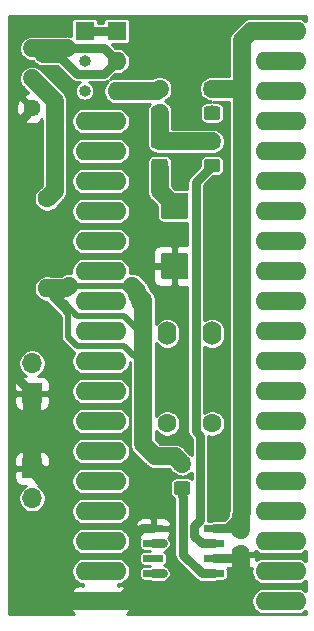
<source format=gbr>
G04 #@! TF.GenerationSoftware,KiCad,Pcbnew,(5.1.5)-3*
G04 #@! TF.CreationDate,2020-08-12T10:23:50-04:00*
G04 #@! TF.ProjectId,vic20-svideoLHM,76696332-302d-4737-9669-64656f4c484d,rev?*
G04 #@! TF.SameCoordinates,Original*
G04 #@! TF.FileFunction,Copper,L1,Top*
G04 #@! TF.FilePolarity,Positive*
%FSLAX46Y46*%
G04 Gerber Fmt 4.6, Leading zero omitted, Abs format (unit mm)*
G04 Created by KiCad (PCBNEW (5.1.5)-3) date 2020-08-12 10:23:50*
%MOMM*%
%LPD*%
G04 APERTURE LIST*
%ADD10O,1.600000X1.600000*%
%ADD11O,1.000000X1.000000*%
%ADD12R,1.600000X1.600000*%
%ADD13C,0.100000*%
%ADD14R,1.700000X1.700000*%
%ADD15O,1.700000X1.700000*%
%ADD16C,1.600000*%
%ADD17C,1.440000*%
%ADD18O,1.600000X2.000000*%
%ADD19C,0.500000*%
%ADD20C,1.500000*%
%ADD21C,0.750000*%
%ADD22C,0.533000*%
%ADD23C,0.254000*%
G04 APERTURE END LIST*
D10*
X74295000Y-22657001D03*
X59055000Y-70917001D03*
X74295000Y-25197001D03*
X59055000Y-68377001D03*
X74295000Y-27737001D03*
X59055000Y-65837001D03*
X74295000Y-30277001D03*
X59055000Y-63297001D03*
X74295000Y-32817001D03*
X59055000Y-60757001D03*
X74295000Y-35357001D03*
X59055000Y-58217001D03*
X74295000Y-37897001D03*
X59055000Y-55677001D03*
X74295000Y-40437001D03*
X59055000Y-53137001D03*
X74295000Y-42977001D03*
X59055000Y-50597001D03*
X74295000Y-45517001D03*
X59055000Y-48057001D03*
X74295000Y-48057001D03*
X59055000Y-45517001D03*
X74295000Y-50597001D03*
X59055000Y-42977001D03*
X74295000Y-53137001D03*
X59055000Y-40437001D03*
X74295000Y-55677001D03*
X59055000Y-37897001D03*
X74295000Y-58217001D03*
X59055000Y-35357001D03*
X74295000Y-60757001D03*
X59055000Y-32817001D03*
X74295000Y-63297001D03*
X59055000Y-30277001D03*
X74295000Y-65837001D03*
D11*
X59055000Y-27737001D03*
D10*
X74295000Y-68377001D03*
D11*
X59055000Y-25197001D03*
D10*
X74295000Y-70917001D03*
D12*
X59055000Y-22657001D03*
G04 #@! TA.AperFunction,SMDPad,CuDef*
D13*
G36*
X67624505Y-36331204D02*
G01*
X67648773Y-36334804D01*
X67672572Y-36340765D01*
X67695671Y-36349030D01*
X67717850Y-36359520D01*
X67738893Y-36372132D01*
X67758599Y-36386747D01*
X67776777Y-36403223D01*
X67793253Y-36421401D01*
X67807868Y-36441107D01*
X67820480Y-36462150D01*
X67830970Y-36484329D01*
X67839235Y-36507428D01*
X67845196Y-36531227D01*
X67848796Y-36555495D01*
X67850000Y-36579999D01*
X67850000Y-38330001D01*
X67848796Y-38354505D01*
X67845196Y-38378773D01*
X67839235Y-38402572D01*
X67830970Y-38425671D01*
X67820480Y-38447850D01*
X67807868Y-38468893D01*
X67793253Y-38488599D01*
X67776777Y-38506777D01*
X67758599Y-38523253D01*
X67738893Y-38537868D01*
X67717850Y-38550480D01*
X67695671Y-38560970D01*
X67672572Y-38569235D01*
X67648773Y-38575196D01*
X67624505Y-38578796D01*
X67600001Y-38580000D01*
X65749999Y-38580000D01*
X65725495Y-38578796D01*
X65701227Y-38575196D01*
X65677428Y-38569235D01*
X65654329Y-38560970D01*
X65632150Y-38550480D01*
X65611107Y-38537868D01*
X65591401Y-38523253D01*
X65573223Y-38506777D01*
X65556747Y-38488599D01*
X65542132Y-38468893D01*
X65529520Y-38447850D01*
X65519030Y-38425671D01*
X65510765Y-38402572D01*
X65504804Y-38378773D01*
X65501204Y-38354505D01*
X65500000Y-38330001D01*
X65500000Y-36579999D01*
X65501204Y-36555495D01*
X65504804Y-36531227D01*
X65510765Y-36507428D01*
X65519030Y-36484329D01*
X65529520Y-36462150D01*
X65542132Y-36441107D01*
X65556747Y-36421401D01*
X65573223Y-36403223D01*
X65591401Y-36386747D01*
X65611107Y-36372132D01*
X65632150Y-36359520D01*
X65654329Y-36349030D01*
X65677428Y-36340765D01*
X65701227Y-36334804D01*
X65725495Y-36331204D01*
X65749999Y-36330000D01*
X67600001Y-36330000D01*
X67624505Y-36331204D01*
G37*
G04 #@! TD.AperFunction*
G04 #@! TA.AperFunction,SMDPad,CuDef*
G36*
X67624505Y-41431204D02*
G01*
X67648773Y-41434804D01*
X67672572Y-41440765D01*
X67695671Y-41449030D01*
X67717850Y-41459520D01*
X67738893Y-41472132D01*
X67758599Y-41486747D01*
X67776777Y-41503223D01*
X67793253Y-41521401D01*
X67807868Y-41541107D01*
X67820480Y-41562150D01*
X67830970Y-41584329D01*
X67839235Y-41607428D01*
X67845196Y-41631227D01*
X67848796Y-41655495D01*
X67850000Y-41679999D01*
X67850000Y-43430001D01*
X67848796Y-43454505D01*
X67845196Y-43478773D01*
X67839235Y-43502572D01*
X67830970Y-43525671D01*
X67820480Y-43547850D01*
X67807868Y-43568893D01*
X67793253Y-43588599D01*
X67776777Y-43606777D01*
X67758599Y-43623253D01*
X67738893Y-43637868D01*
X67717850Y-43650480D01*
X67695671Y-43660970D01*
X67672572Y-43669235D01*
X67648773Y-43675196D01*
X67624505Y-43678796D01*
X67600001Y-43680000D01*
X65749999Y-43680000D01*
X65725495Y-43678796D01*
X65701227Y-43675196D01*
X65677428Y-43669235D01*
X65654329Y-43660970D01*
X65632150Y-43650480D01*
X65611107Y-43637868D01*
X65591401Y-43623253D01*
X65573223Y-43606777D01*
X65556747Y-43588599D01*
X65542132Y-43568893D01*
X65529520Y-43547850D01*
X65519030Y-43525671D01*
X65510765Y-43502572D01*
X65504804Y-43478773D01*
X65501204Y-43454505D01*
X65500000Y-43430001D01*
X65500000Y-41679999D01*
X65501204Y-41655495D01*
X65504804Y-41631227D01*
X65510765Y-41607428D01*
X65519030Y-41584329D01*
X65529520Y-41562150D01*
X65542132Y-41541107D01*
X65556747Y-41521401D01*
X65573223Y-41503223D01*
X65591401Y-41486747D01*
X65611107Y-41472132D01*
X65632150Y-41459520D01*
X65654329Y-41449030D01*
X65677428Y-41440765D01*
X65701227Y-41434804D01*
X65725495Y-41431204D01*
X65749999Y-41430000D01*
X67600001Y-41430000D01*
X67624505Y-41431204D01*
G37*
G04 #@! TD.AperFunction*
G04 #@! TA.AperFunction,SMDPad,CuDef*
G36*
X67784505Y-60776204D02*
G01*
X67808773Y-60779804D01*
X67832572Y-60785765D01*
X67855671Y-60794030D01*
X67877850Y-60804520D01*
X67898893Y-60817132D01*
X67918599Y-60831747D01*
X67936777Y-60848223D01*
X67953253Y-60866401D01*
X67967868Y-60886107D01*
X67980480Y-60907150D01*
X67990970Y-60929329D01*
X67999235Y-60952428D01*
X68005196Y-60976227D01*
X68008796Y-61000495D01*
X68010000Y-61024999D01*
X68010000Y-61675001D01*
X68008796Y-61699505D01*
X68005196Y-61723773D01*
X67999235Y-61747572D01*
X67990970Y-61770671D01*
X67980480Y-61792850D01*
X67967868Y-61813893D01*
X67953253Y-61833599D01*
X67936777Y-61851777D01*
X67918599Y-61868253D01*
X67898893Y-61882868D01*
X67877850Y-61895480D01*
X67855671Y-61905970D01*
X67832572Y-61914235D01*
X67808773Y-61920196D01*
X67784505Y-61923796D01*
X67760001Y-61925000D01*
X66859999Y-61925000D01*
X66835495Y-61923796D01*
X66811227Y-61920196D01*
X66787428Y-61914235D01*
X66764329Y-61905970D01*
X66742150Y-61895480D01*
X66721107Y-61882868D01*
X66701401Y-61868253D01*
X66683223Y-61851777D01*
X66666747Y-61833599D01*
X66652132Y-61813893D01*
X66639520Y-61792850D01*
X66629030Y-61770671D01*
X66620765Y-61747572D01*
X66614804Y-61723773D01*
X66611204Y-61699505D01*
X66610000Y-61675001D01*
X66610000Y-61024999D01*
X66611204Y-61000495D01*
X66614804Y-60976227D01*
X66620765Y-60952428D01*
X66629030Y-60929329D01*
X66639520Y-60907150D01*
X66652132Y-60886107D01*
X66666747Y-60866401D01*
X66683223Y-60848223D01*
X66701401Y-60831747D01*
X66721107Y-60817132D01*
X66742150Y-60804520D01*
X66764329Y-60794030D01*
X66787428Y-60785765D01*
X66811227Y-60779804D01*
X66835495Y-60776204D01*
X66859999Y-60775000D01*
X67760001Y-60775000D01*
X67784505Y-60776204D01*
G37*
G04 #@! TD.AperFunction*
G04 #@! TA.AperFunction,SMDPad,CuDef*
G36*
X67784505Y-58726204D02*
G01*
X67808773Y-58729804D01*
X67832572Y-58735765D01*
X67855671Y-58744030D01*
X67877850Y-58754520D01*
X67898893Y-58767132D01*
X67918599Y-58781747D01*
X67936777Y-58798223D01*
X67953253Y-58816401D01*
X67967868Y-58836107D01*
X67980480Y-58857150D01*
X67990970Y-58879329D01*
X67999235Y-58902428D01*
X68005196Y-58926227D01*
X68008796Y-58950495D01*
X68010000Y-58974999D01*
X68010000Y-59625001D01*
X68008796Y-59649505D01*
X68005196Y-59673773D01*
X67999235Y-59697572D01*
X67990970Y-59720671D01*
X67980480Y-59742850D01*
X67967868Y-59763893D01*
X67953253Y-59783599D01*
X67936777Y-59801777D01*
X67918599Y-59818253D01*
X67898893Y-59832868D01*
X67877850Y-59845480D01*
X67855671Y-59855970D01*
X67832572Y-59864235D01*
X67808773Y-59870196D01*
X67784505Y-59873796D01*
X67760001Y-59875000D01*
X66859999Y-59875000D01*
X66835495Y-59873796D01*
X66811227Y-59870196D01*
X66787428Y-59864235D01*
X66764329Y-59855970D01*
X66742150Y-59845480D01*
X66721107Y-59832868D01*
X66701401Y-59818253D01*
X66683223Y-59801777D01*
X66666747Y-59783599D01*
X66652132Y-59763893D01*
X66639520Y-59742850D01*
X66629030Y-59720671D01*
X66620765Y-59697572D01*
X66614804Y-59673773D01*
X66611204Y-59649505D01*
X66610000Y-59625001D01*
X66610000Y-58974999D01*
X66611204Y-58950495D01*
X66614804Y-58926227D01*
X66620765Y-58902428D01*
X66629030Y-58879329D01*
X66639520Y-58857150D01*
X66652132Y-58836107D01*
X66666747Y-58816401D01*
X66683223Y-58798223D01*
X66701401Y-58781747D01*
X66721107Y-58767132D01*
X66742150Y-58754520D01*
X66764329Y-58744030D01*
X66787428Y-58735765D01*
X66811227Y-58729804D01*
X66835495Y-58726204D01*
X66859999Y-58725000D01*
X67760001Y-58725000D01*
X67784505Y-58726204D01*
G37*
G04 #@! TD.AperFunction*
G04 #@! TA.AperFunction,SMDPad,CuDef*
G36*
X70324505Y-31421204D02*
G01*
X70348773Y-31424804D01*
X70372572Y-31430765D01*
X70395671Y-31439030D01*
X70417850Y-31449520D01*
X70438893Y-31462132D01*
X70458599Y-31476747D01*
X70476777Y-31493223D01*
X70493253Y-31511401D01*
X70507868Y-31531107D01*
X70520480Y-31552150D01*
X70530970Y-31574329D01*
X70539235Y-31597428D01*
X70545196Y-31621227D01*
X70548796Y-31645495D01*
X70550000Y-31669999D01*
X70550000Y-32320001D01*
X70548796Y-32344505D01*
X70545196Y-32368773D01*
X70539235Y-32392572D01*
X70530970Y-32415671D01*
X70520480Y-32437850D01*
X70507868Y-32458893D01*
X70493253Y-32478599D01*
X70476777Y-32496777D01*
X70458599Y-32513253D01*
X70438893Y-32527868D01*
X70417850Y-32540480D01*
X70395671Y-32550970D01*
X70372572Y-32559235D01*
X70348773Y-32565196D01*
X70324505Y-32568796D01*
X70300001Y-32570000D01*
X69399999Y-32570000D01*
X69375495Y-32568796D01*
X69351227Y-32565196D01*
X69327428Y-32559235D01*
X69304329Y-32550970D01*
X69282150Y-32540480D01*
X69261107Y-32527868D01*
X69241401Y-32513253D01*
X69223223Y-32496777D01*
X69206747Y-32478599D01*
X69192132Y-32458893D01*
X69179520Y-32437850D01*
X69169030Y-32415671D01*
X69160765Y-32392572D01*
X69154804Y-32368773D01*
X69151204Y-32344505D01*
X69150000Y-32320001D01*
X69150000Y-31669999D01*
X69151204Y-31645495D01*
X69154804Y-31621227D01*
X69160765Y-31597428D01*
X69169030Y-31574329D01*
X69179520Y-31552150D01*
X69192132Y-31531107D01*
X69206747Y-31511401D01*
X69223223Y-31493223D01*
X69241401Y-31476747D01*
X69261107Y-31462132D01*
X69282150Y-31449520D01*
X69304329Y-31439030D01*
X69327428Y-31430765D01*
X69351227Y-31424804D01*
X69375495Y-31421204D01*
X69399999Y-31420000D01*
X70300001Y-31420000D01*
X70324505Y-31421204D01*
G37*
G04 #@! TD.AperFunction*
G04 #@! TA.AperFunction,SMDPad,CuDef*
G36*
X70324505Y-33471204D02*
G01*
X70348773Y-33474804D01*
X70372572Y-33480765D01*
X70395671Y-33489030D01*
X70417850Y-33499520D01*
X70438893Y-33512132D01*
X70458599Y-33526747D01*
X70476777Y-33543223D01*
X70493253Y-33561401D01*
X70507868Y-33581107D01*
X70520480Y-33602150D01*
X70530970Y-33624329D01*
X70539235Y-33647428D01*
X70545196Y-33671227D01*
X70548796Y-33695495D01*
X70550000Y-33719999D01*
X70550000Y-34370001D01*
X70548796Y-34394505D01*
X70545196Y-34418773D01*
X70539235Y-34442572D01*
X70530970Y-34465671D01*
X70520480Y-34487850D01*
X70507868Y-34508893D01*
X70493253Y-34528599D01*
X70476777Y-34546777D01*
X70458599Y-34563253D01*
X70438893Y-34577868D01*
X70417850Y-34590480D01*
X70395671Y-34600970D01*
X70372572Y-34609235D01*
X70348773Y-34615196D01*
X70324505Y-34618796D01*
X70300001Y-34620000D01*
X69399999Y-34620000D01*
X69375495Y-34618796D01*
X69351227Y-34615196D01*
X69327428Y-34609235D01*
X69304329Y-34600970D01*
X69282150Y-34590480D01*
X69261107Y-34577868D01*
X69241401Y-34563253D01*
X69223223Y-34546777D01*
X69206747Y-34528599D01*
X69192132Y-34508893D01*
X69179520Y-34487850D01*
X69169030Y-34465671D01*
X69160765Y-34442572D01*
X69154804Y-34418773D01*
X69151204Y-34394505D01*
X69150000Y-34370001D01*
X69150000Y-33719999D01*
X69151204Y-33695495D01*
X69154804Y-33671227D01*
X69160765Y-33647428D01*
X69169030Y-33624329D01*
X69179520Y-33602150D01*
X69192132Y-33581107D01*
X69206747Y-33561401D01*
X69223223Y-33543223D01*
X69241401Y-33526747D01*
X69261107Y-33512132D01*
X69282150Y-33499520D01*
X69304329Y-33489030D01*
X69327428Y-33480765D01*
X69351227Y-33474804D01*
X69375495Y-33471204D01*
X69399999Y-33470000D01*
X70300001Y-33470000D01*
X70324505Y-33471204D01*
G37*
G04 #@! TD.AperFunction*
G04 #@! TA.AperFunction,SMDPad,CuDef*
G36*
X72737505Y-64314204D02*
G01*
X72761773Y-64317804D01*
X72785572Y-64323765D01*
X72808671Y-64332030D01*
X72830850Y-64342520D01*
X72851893Y-64355132D01*
X72871599Y-64369747D01*
X72889777Y-64386223D01*
X72906253Y-64404401D01*
X72920868Y-64424107D01*
X72933480Y-64445150D01*
X72943970Y-64467329D01*
X72952235Y-64490428D01*
X72958196Y-64514227D01*
X72961796Y-64538495D01*
X72963000Y-64562999D01*
X72963000Y-65213001D01*
X72961796Y-65237505D01*
X72958196Y-65261773D01*
X72952235Y-65285572D01*
X72943970Y-65308671D01*
X72933480Y-65330850D01*
X72920868Y-65351893D01*
X72906253Y-65371599D01*
X72889777Y-65389777D01*
X72871599Y-65406253D01*
X72851893Y-65420868D01*
X72830850Y-65433480D01*
X72808671Y-65443970D01*
X72785572Y-65452235D01*
X72761773Y-65458196D01*
X72737505Y-65461796D01*
X72713001Y-65463000D01*
X71812999Y-65463000D01*
X71788495Y-65461796D01*
X71764227Y-65458196D01*
X71740428Y-65452235D01*
X71717329Y-65443970D01*
X71695150Y-65433480D01*
X71674107Y-65420868D01*
X71654401Y-65406253D01*
X71636223Y-65389777D01*
X71619747Y-65371599D01*
X71605132Y-65351893D01*
X71592520Y-65330850D01*
X71582030Y-65308671D01*
X71573765Y-65285572D01*
X71567804Y-65261773D01*
X71564204Y-65237505D01*
X71563000Y-65213001D01*
X71563000Y-64562999D01*
X71564204Y-64538495D01*
X71567804Y-64514227D01*
X71573765Y-64490428D01*
X71582030Y-64467329D01*
X71592520Y-64445150D01*
X71605132Y-64424107D01*
X71619747Y-64404401D01*
X71636223Y-64386223D01*
X71654401Y-64369747D01*
X71674107Y-64355132D01*
X71695150Y-64342520D01*
X71717329Y-64332030D01*
X71740428Y-64323765D01*
X71764227Y-64317804D01*
X71788495Y-64314204D01*
X71812999Y-64313000D01*
X72713001Y-64313000D01*
X72737505Y-64314204D01*
G37*
G04 #@! TD.AperFunction*
G04 #@! TA.AperFunction,SMDPad,CuDef*
G36*
X72737505Y-66364204D02*
G01*
X72761773Y-66367804D01*
X72785572Y-66373765D01*
X72808671Y-66382030D01*
X72830850Y-66392520D01*
X72851893Y-66405132D01*
X72871599Y-66419747D01*
X72889777Y-66436223D01*
X72906253Y-66454401D01*
X72920868Y-66474107D01*
X72933480Y-66495150D01*
X72943970Y-66517329D01*
X72952235Y-66540428D01*
X72958196Y-66564227D01*
X72961796Y-66588495D01*
X72963000Y-66612999D01*
X72963000Y-67263001D01*
X72961796Y-67287505D01*
X72958196Y-67311773D01*
X72952235Y-67335572D01*
X72943970Y-67358671D01*
X72933480Y-67380850D01*
X72920868Y-67401893D01*
X72906253Y-67421599D01*
X72889777Y-67439777D01*
X72871599Y-67456253D01*
X72851893Y-67470868D01*
X72830850Y-67483480D01*
X72808671Y-67493970D01*
X72785572Y-67502235D01*
X72761773Y-67508196D01*
X72737505Y-67511796D01*
X72713001Y-67513000D01*
X71812999Y-67513000D01*
X71788495Y-67511796D01*
X71764227Y-67508196D01*
X71740428Y-67502235D01*
X71717329Y-67493970D01*
X71695150Y-67483480D01*
X71674107Y-67470868D01*
X71654401Y-67456253D01*
X71636223Y-67439777D01*
X71619747Y-67421599D01*
X71605132Y-67401893D01*
X71592520Y-67380850D01*
X71582030Y-67358671D01*
X71573765Y-67335572D01*
X71567804Y-67311773D01*
X71564204Y-67287505D01*
X71563000Y-67263001D01*
X71563000Y-66612999D01*
X71564204Y-66588495D01*
X71567804Y-66564227D01*
X71573765Y-66540428D01*
X71582030Y-66517329D01*
X71592520Y-66495150D01*
X71605132Y-66474107D01*
X71619747Y-66454401D01*
X71636223Y-66436223D01*
X71654401Y-66419747D01*
X71674107Y-66405132D01*
X71695150Y-66392520D01*
X71717329Y-66382030D01*
X71740428Y-66373765D01*
X71764227Y-66367804D01*
X71788495Y-66364204D01*
X71812999Y-66363000D01*
X72713001Y-66363000D01*
X72737505Y-66364204D01*
G37*
G04 #@! TD.AperFunction*
D14*
X54610000Y-59690000D03*
D15*
X54610000Y-62230000D03*
X54610000Y-50800000D03*
D14*
X54610000Y-53340000D03*
D16*
X55880000Y-36830000D03*
D10*
X55880000Y-44450000D03*
D17*
X54610000Y-24130000D03*
X54610000Y-26670000D03*
X54610000Y-29210000D03*
G04 #@! TA.AperFunction,SMDPad,CuDef*
D13*
G36*
X65879505Y-29026204D02*
G01*
X65903773Y-29029804D01*
X65927572Y-29035765D01*
X65950671Y-29044030D01*
X65972850Y-29054520D01*
X65993893Y-29067132D01*
X66013599Y-29081747D01*
X66031777Y-29098223D01*
X66048253Y-29116401D01*
X66062868Y-29136107D01*
X66075480Y-29157150D01*
X66085970Y-29179329D01*
X66094235Y-29202428D01*
X66100196Y-29226227D01*
X66103796Y-29250495D01*
X66105000Y-29274999D01*
X66105000Y-29925001D01*
X66103796Y-29949505D01*
X66100196Y-29973773D01*
X66094235Y-29997572D01*
X66085970Y-30020671D01*
X66075480Y-30042850D01*
X66062868Y-30063893D01*
X66048253Y-30083599D01*
X66031777Y-30101777D01*
X66013599Y-30118253D01*
X65993893Y-30132868D01*
X65972850Y-30145480D01*
X65950671Y-30155970D01*
X65927572Y-30164235D01*
X65903773Y-30170196D01*
X65879505Y-30173796D01*
X65855001Y-30175000D01*
X64954999Y-30175000D01*
X64930495Y-30173796D01*
X64906227Y-30170196D01*
X64882428Y-30164235D01*
X64859329Y-30155970D01*
X64837150Y-30145480D01*
X64816107Y-30132868D01*
X64796401Y-30118253D01*
X64778223Y-30101777D01*
X64761747Y-30083599D01*
X64747132Y-30063893D01*
X64734520Y-30042850D01*
X64724030Y-30020671D01*
X64715765Y-29997572D01*
X64709804Y-29973773D01*
X64706204Y-29949505D01*
X64705000Y-29925001D01*
X64705000Y-29274999D01*
X64706204Y-29250495D01*
X64709804Y-29226227D01*
X64715765Y-29202428D01*
X64724030Y-29179329D01*
X64734520Y-29157150D01*
X64747132Y-29136107D01*
X64761747Y-29116401D01*
X64778223Y-29098223D01*
X64796401Y-29081747D01*
X64816107Y-29067132D01*
X64837150Y-29054520D01*
X64859329Y-29044030D01*
X64882428Y-29035765D01*
X64906227Y-29029804D01*
X64930495Y-29026204D01*
X64954999Y-29025000D01*
X65855001Y-29025000D01*
X65879505Y-29026204D01*
G37*
G04 #@! TD.AperFunction*
G04 #@! TA.AperFunction,SMDPad,CuDef*
G36*
X65879505Y-26976204D02*
G01*
X65903773Y-26979804D01*
X65927572Y-26985765D01*
X65950671Y-26994030D01*
X65972850Y-27004520D01*
X65993893Y-27017132D01*
X66013599Y-27031747D01*
X66031777Y-27048223D01*
X66048253Y-27066401D01*
X66062868Y-27086107D01*
X66075480Y-27107150D01*
X66085970Y-27129329D01*
X66094235Y-27152428D01*
X66100196Y-27176227D01*
X66103796Y-27200495D01*
X66105000Y-27224999D01*
X66105000Y-27875001D01*
X66103796Y-27899505D01*
X66100196Y-27923773D01*
X66094235Y-27947572D01*
X66085970Y-27970671D01*
X66075480Y-27992850D01*
X66062868Y-28013893D01*
X66048253Y-28033599D01*
X66031777Y-28051777D01*
X66013599Y-28068253D01*
X65993893Y-28082868D01*
X65972850Y-28095480D01*
X65950671Y-28105970D01*
X65927572Y-28114235D01*
X65903773Y-28120196D01*
X65879505Y-28123796D01*
X65855001Y-28125000D01*
X64954999Y-28125000D01*
X64930495Y-28123796D01*
X64906227Y-28120196D01*
X64882428Y-28114235D01*
X64859329Y-28105970D01*
X64837150Y-28095480D01*
X64816107Y-28082868D01*
X64796401Y-28068253D01*
X64778223Y-28051777D01*
X64761747Y-28033599D01*
X64747132Y-28013893D01*
X64734520Y-27992850D01*
X64724030Y-27970671D01*
X64715765Y-27947572D01*
X64709804Y-27923773D01*
X64706204Y-27899505D01*
X64705000Y-27875001D01*
X64705000Y-27224999D01*
X64706204Y-27200495D01*
X64709804Y-27176227D01*
X64715765Y-27152428D01*
X64724030Y-27129329D01*
X64734520Y-27107150D01*
X64747132Y-27086107D01*
X64761747Y-27066401D01*
X64778223Y-27048223D01*
X64796401Y-27031747D01*
X64816107Y-27017132D01*
X64837150Y-27004520D01*
X64859329Y-26994030D01*
X64882428Y-26985765D01*
X64906227Y-26979804D01*
X64930495Y-26976204D01*
X64954999Y-26975000D01*
X65855001Y-26975000D01*
X65879505Y-26976204D01*
G37*
G04 #@! TD.AperFunction*
G04 #@! TA.AperFunction,SMDPad,CuDef*
G36*
X70324505Y-26976204D02*
G01*
X70348773Y-26979804D01*
X70372572Y-26985765D01*
X70395671Y-26994030D01*
X70417850Y-27004520D01*
X70438893Y-27017132D01*
X70458599Y-27031747D01*
X70476777Y-27048223D01*
X70493253Y-27066401D01*
X70507868Y-27086107D01*
X70520480Y-27107150D01*
X70530970Y-27129329D01*
X70539235Y-27152428D01*
X70545196Y-27176227D01*
X70548796Y-27200495D01*
X70550000Y-27224999D01*
X70550000Y-27875001D01*
X70548796Y-27899505D01*
X70545196Y-27923773D01*
X70539235Y-27947572D01*
X70530970Y-27970671D01*
X70520480Y-27992850D01*
X70507868Y-28013893D01*
X70493253Y-28033599D01*
X70476777Y-28051777D01*
X70458599Y-28068253D01*
X70438893Y-28082868D01*
X70417850Y-28095480D01*
X70395671Y-28105970D01*
X70372572Y-28114235D01*
X70348773Y-28120196D01*
X70324505Y-28123796D01*
X70300001Y-28125000D01*
X69399999Y-28125000D01*
X69375495Y-28123796D01*
X69351227Y-28120196D01*
X69327428Y-28114235D01*
X69304329Y-28105970D01*
X69282150Y-28095480D01*
X69261107Y-28082868D01*
X69241401Y-28068253D01*
X69223223Y-28051777D01*
X69206747Y-28033599D01*
X69192132Y-28013893D01*
X69179520Y-27992850D01*
X69169030Y-27970671D01*
X69160765Y-27947572D01*
X69154804Y-27923773D01*
X69151204Y-27899505D01*
X69150000Y-27875001D01*
X69150000Y-27224999D01*
X69151204Y-27200495D01*
X69154804Y-27176227D01*
X69160765Y-27152428D01*
X69169030Y-27129329D01*
X69179520Y-27107150D01*
X69192132Y-27086107D01*
X69206747Y-27066401D01*
X69223223Y-27048223D01*
X69241401Y-27031747D01*
X69261107Y-27017132D01*
X69282150Y-27004520D01*
X69304329Y-26994030D01*
X69327428Y-26985765D01*
X69351227Y-26979804D01*
X69375495Y-26976204D01*
X69399999Y-26975000D01*
X70300001Y-26975000D01*
X70324505Y-26976204D01*
G37*
G04 #@! TD.AperFunction*
G04 #@! TA.AperFunction,SMDPad,CuDef*
G36*
X70324505Y-29026204D02*
G01*
X70348773Y-29029804D01*
X70372572Y-29035765D01*
X70395671Y-29044030D01*
X70417850Y-29054520D01*
X70438893Y-29067132D01*
X70458599Y-29081747D01*
X70476777Y-29098223D01*
X70493253Y-29116401D01*
X70507868Y-29136107D01*
X70520480Y-29157150D01*
X70530970Y-29179329D01*
X70539235Y-29202428D01*
X70545196Y-29226227D01*
X70548796Y-29250495D01*
X70550000Y-29274999D01*
X70550000Y-29925001D01*
X70548796Y-29949505D01*
X70545196Y-29973773D01*
X70539235Y-29997572D01*
X70530970Y-30020671D01*
X70520480Y-30042850D01*
X70507868Y-30063893D01*
X70493253Y-30083599D01*
X70476777Y-30101777D01*
X70458599Y-30118253D01*
X70438893Y-30132868D01*
X70417850Y-30145480D01*
X70395671Y-30155970D01*
X70372572Y-30164235D01*
X70348773Y-30170196D01*
X70324505Y-30173796D01*
X70300001Y-30175000D01*
X69399999Y-30175000D01*
X69375495Y-30173796D01*
X69351227Y-30170196D01*
X69327428Y-30164235D01*
X69304329Y-30155970D01*
X69282150Y-30145480D01*
X69261107Y-30132868D01*
X69241401Y-30118253D01*
X69223223Y-30101777D01*
X69206747Y-30083599D01*
X69192132Y-30063893D01*
X69179520Y-30042850D01*
X69169030Y-30020671D01*
X69160765Y-29997572D01*
X69154804Y-29973773D01*
X69151204Y-29949505D01*
X69150000Y-29925001D01*
X69150000Y-29274999D01*
X69151204Y-29250495D01*
X69154804Y-29226227D01*
X69160765Y-29202428D01*
X69169030Y-29179329D01*
X69179520Y-29157150D01*
X69192132Y-29136107D01*
X69206747Y-29116401D01*
X69223223Y-29098223D01*
X69241401Y-29081747D01*
X69261107Y-29067132D01*
X69282150Y-29054520D01*
X69304329Y-29044030D01*
X69327428Y-29035765D01*
X69351227Y-29029804D01*
X69375495Y-29026204D01*
X69399999Y-29025000D01*
X70300001Y-29025000D01*
X70324505Y-29026204D01*
G37*
G04 #@! TD.AperFunction*
G04 #@! TA.AperFunction,SMDPad,CuDef*
G36*
X65879505Y-33471204D02*
G01*
X65903773Y-33474804D01*
X65927572Y-33480765D01*
X65950671Y-33489030D01*
X65972850Y-33499520D01*
X65993893Y-33512132D01*
X66013599Y-33526747D01*
X66031777Y-33543223D01*
X66048253Y-33561401D01*
X66062868Y-33581107D01*
X66075480Y-33602150D01*
X66085970Y-33624329D01*
X66094235Y-33647428D01*
X66100196Y-33671227D01*
X66103796Y-33695495D01*
X66105000Y-33719999D01*
X66105000Y-34370001D01*
X66103796Y-34394505D01*
X66100196Y-34418773D01*
X66094235Y-34442572D01*
X66085970Y-34465671D01*
X66075480Y-34487850D01*
X66062868Y-34508893D01*
X66048253Y-34528599D01*
X66031777Y-34546777D01*
X66013599Y-34563253D01*
X65993893Y-34577868D01*
X65972850Y-34590480D01*
X65950671Y-34600970D01*
X65927572Y-34609235D01*
X65903773Y-34615196D01*
X65879505Y-34618796D01*
X65855001Y-34620000D01*
X64954999Y-34620000D01*
X64930495Y-34618796D01*
X64906227Y-34615196D01*
X64882428Y-34609235D01*
X64859329Y-34600970D01*
X64837150Y-34590480D01*
X64816107Y-34577868D01*
X64796401Y-34563253D01*
X64778223Y-34546777D01*
X64761747Y-34528599D01*
X64747132Y-34508893D01*
X64734520Y-34487850D01*
X64724030Y-34465671D01*
X64715765Y-34442572D01*
X64709804Y-34418773D01*
X64706204Y-34394505D01*
X64705000Y-34370001D01*
X64705000Y-33719999D01*
X64706204Y-33695495D01*
X64709804Y-33671227D01*
X64715765Y-33647428D01*
X64724030Y-33624329D01*
X64734520Y-33602150D01*
X64747132Y-33581107D01*
X64761747Y-33561401D01*
X64778223Y-33543223D01*
X64796401Y-33526747D01*
X64816107Y-33512132D01*
X64837150Y-33499520D01*
X64859329Y-33489030D01*
X64882428Y-33480765D01*
X64906227Y-33474804D01*
X64930495Y-33471204D01*
X64954999Y-33470000D01*
X65855001Y-33470000D01*
X65879505Y-33471204D01*
G37*
G04 #@! TD.AperFunction*
G04 #@! TA.AperFunction,SMDPad,CuDef*
G36*
X65879505Y-31421204D02*
G01*
X65903773Y-31424804D01*
X65927572Y-31430765D01*
X65950671Y-31439030D01*
X65972850Y-31449520D01*
X65993893Y-31462132D01*
X66013599Y-31476747D01*
X66031777Y-31493223D01*
X66048253Y-31511401D01*
X66062868Y-31531107D01*
X66075480Y-31552150D01*
X66085970Y-31574329D01*
X66094235Y-31597428D01*
X66100196Y-31621227D01*
X66103796Y-31645495D01*
X66105000Y-31669999D01*
X66105000Y-32320001D01*
X66103796Y-32344505D01*
X66100196Y-32368773D01*
X66094235Y-32392572D01*
X66085970Y-32415671D01*
X66075480Y-32437850D01*
X66062868Y-32458893D01*
X66048253Y-32478599D01*
X66031777Y-32496777D01*
X66013599Y-32513253D01*
X65993893Y-32527868D01*
X65972850Y-32540480D01*
X65950671Y-32550970D01*
X65927572Y-32559235D01*
X65903773Y-32565196D01*
X65879505Y-32568796D01*
X65855001Y-32570000D01*
X64954999Y-32570000D01*
X64930495Y-32568796D01*
X64906227Y-32565196D01*
X64882428Y-32559235D01*
X64859329Y-32550970D01*
X64837150Y-32540480D01*
X64816107Y-32527868D01*
X64796401Y-32513253D01*
X64778223Y-32496777D01*
X64761747Y-32478599D01*
X64747132Y-32458893D01*
X64734520Y-32437850D01*
X64724030Y-32415671D01*
X64715765Y-32392572D01*
X64709804Y-32368773D01*
X64706204Y-32344505D01*
X64705000Y-32320001D01*
X64705000Y-31669999D01*
X64706204Y-31645495D01*
X64709804Y-31621227D01*
X64715765Y-31597428D01*
X64724030Y-31574329D01*
X64734520Y-31552150D01*
X64747132Y-31531107D01*
X64761747Y-31511401D01*
X64778223Y-31493223D01*
X64796401Y-31476747D01*
X64816107Y-31462132D01*
X64837150Y-31449520D01*
X64859329Y-31439030D01*
X64882428Y-31430765D01*
X64906227Y-31424804D01*
X64930495Y-31421204D01*
X64954999Y-31420000D01*
X65855001Y-31420000D01*
X65879505Y-31421204D01*
G37*
G04 #@! TD.AperFunction*
D16*
X66040000Y-55880000D03*
D18*
X66040000Y-48260000D03*
X69850000Y-48260000D03*
D16*
X69850000Y-55880000D03*
G04 #@! TA.AperFunction,SMDPad,CuDef*
D13*
G36*
X70751703Y-68280722D02*
G01*
X70766264Y-68282882D01*
X70780543Y-68286459D01*
X70794403Y-68291418D01*
X70807710Y-68297712D01*
X70820336Y-68305280D01*
X70832159Y-68314048D01*
X70843066Y-68323934D01*
X70852952Y-68334841D01*
X70861720Y-68346664D01*
X70869288Y-68359290D01*
X70875582Y-68372597D01*
X70880541Y-68386457D01*
X70884118Y-68400736D01*
X70886278Y-68415297D01*
X70887000Y-68430000D01*
X70887000Y-68730000D01*
X70886278Y-68744703D01*
X70884118Y-68759264D01*
X70880541Y-68773543D01*
X70875582Y-68787403D01*
X70869288Y-68800710D01*
X70861720Y-68813336D01*
X70852952Y-68825159D01*
X70843066Y-68836066D01*
X70832159Y-68845952D01*
X70820336Y-68854720D01*
X70807710Y-68862288D01*
X70794403Y-68868582D01*
X70780543Y-68873541D01*
X70766264Y-68877118D01*
X70751703Y-68879278D01*
X70737000Y-68880000D01*
X69287000Y-68880000D01*
X69272297Y-68879278D01*
X69257736Y-68877118D01*
X69243457Y-68873541D01*
X69229597Y-68868582D01*
X69216290Y-68862288D01*
X69203664Y-68854720D01*
X69191841Y-68845952D01*
X69180934Y-68836066D01*
X69171048Y-68825159D01*
X69162280Y-68813336D01*
X69154712Y-68800710D01*
X69148418Y-68787403D01*
X69143459Y-68773543D01*
X69139882Y-68759264D01*
X69137722Y-68744703D01*
X69137000Y-68730000D01*
X69137000Y-68430000D01*
X69137722Y-68415297D01*
X69139882Y-68400736D01*
X69143459Y-68386457D01*
X69148418Y-68372597D01*
X69154712Y-68359290D01*
X69162280Y-68346664D01*
X69171048Y-68334841D01*
X69180934Y-68323934D01*
X69191841Y-68314048D01*
X69203664Y-68305280D01*
X69216290Y-68297712D01*
X69229597Y-68291418D01*
X69243457Y-68286459D01*
X69257736Y-68282882D01*
X69272297Y-68280722D01*
X69287000Y-68280000D01*
X70737000Y-68280000D01*
X70751703Y-68280722D01*
G37*
G04 #@! TD.AperFunction*
G04 #@! TA.AperFunction,SMDPad,CuDef*
G36*
X70751703Y-67010722D02*
G01*
X70766264Y-67012882D01*
X70780543Y-67016459D01*
X70794403Y-67021418D01*
X70807710Y-67027712D01*
X70820336Y-67035280D01*
X70832159Y-67044048D01*
X70843066Y-67053934D01*
X70852952Y-67064841D01*
X70861720Y-67076664D01*
X70869288Y-67089290D01*
X70875582Y-67102597D01*
X70880541Y-67116457D01*
X70884118Y-67130736D01*
X70886278Y-67145297D01*
X70887000Y-67160000D01*
X70887000Y-67460000D01*
X70886278Y-67474703D01*
X70884118Y-67489264D01*
X70880541Y-67503543D01*
X70875582Y-67517403D01*
X70869288Y-67530710D01*
X70861720Y-67543336D01*
X70852952Y-67555159D01*
X70843066Y-67566066D01*
X70832159Y-67575952D01*
X70820336Y-67584720D01*
X70807710Y-67592288D01*
X70794403Y-67598582D01*
X70780543Y-67603541D01*
X70766264Y-67607118D01*
X70751703Y-67609278D01*
X70737000Y-67610000D01*
X69287000Y-67610000D01*
X69272297Y-67609278D01*
X69257736Y-67607118D01*
X69243457Y-67603541D01*
X69229597Y-67598582D01*
X69216290Y-67592288D01*
X69203664Y-67584720D01*
X69191841Y-67575952D01*
X69180934Y-67566066D01*
X69171048Y-67555159D01*
X69162280Y-67543336D01*
X69154712Y-67530710D01*
X69148418Y-67517403D01*
X69143459Y-67503543D01*
X69139882Y-67489264D01*
X69137722Y-67474703D01*
X69137000Y-67460000D01*
X69137000Y-67160000D01*
X69137722Y-67145297D01*
X69139882Y-67130736D01*
X69143459Y-67116457D01*
X69148418Y-67102597D01*
X69154712Y-67089290D01*
X69162280Y-67076664D01*
X69171048Y-67064841D01*
X69180934Y-67053934D01*
X69191841Y-67044048D01*
X69203664Y-67035280D01*
X69216290Y-67027712D01*
X69229597Y-67021418D01*
X69243457Y-67016459D01*
X69257736Y-67012882D01*
X69272297Y-67010722D01*
X69287000Y-67010000D01*
X70737000Y-67010000D01*
X70751703Y-67010722D01*
G37*
G04 #@! TD.AperFunction*
G04 #@! TA.AperFunction,SMDPad,CuDef*
G36*
X70751703Y-65740722D02*
G01*
X70766264Y-65742882D01*
X70780543Y-65746459D01*
X70794403Y-65751418D01*
X70807710Y-65757712D01*
X70820336Y-65765280D01*
X70832159Y-65774048D01*
X70843066Y-65783934D01*
X70852952Y-65794841D01*
X70861720Y-65806664D01*
X70869288Y-65819290D01*
X70875582Y-65832597D01*
X70880541Y-65846457D01*
X70884118Y-65860736D01*
X70886278Y-65875297D01*
X70887000Y-65890000D01*
X70887000Y-66190000D01*
X70886278Y-66204703D01*
X70884118Y-66219264D01*
X70880541Y-66233543D01*
X70875582Y-66247403D01*
X70869288Y-66260710D01*
X70861720Y-66273336D01*
X70852952Y-66285159D01*
X70843066Y-66296066D01*
X70832159Y-66305952D01*
X70820336Y-66314720D01*
X70807710Y-66322288D01*
X70794403Y-66328582D01*
X70780543Y-66333541D01*
X70766264Y-66337118D01*
X70751703Y-66339278D01*
X70737000Y-66340000D01*
X69287000Y-66340000D01*
X69272297Y-66339278D01*
X69257736Y-66337118D01*
X69243457Y-66333541D01*
X69229597Y-66328582D01*
X69216290Y-66322288D01*
X69203664Y-66314720D01*
X69191841Y-66305952D01*
X69180934Y-66296066D01*
X69171048Y-66285159D01*
X69162280Y-66273336D01*
X69154712Y-66260710D01*
X69148418Y-66247403D01*
X69143459Y-66233543D01*
X69139882Y-66219264D01*
X69137722Y-66204703D01*
X69137000Y-66190000D01*
X69137000Y-65890000D01*
X69137722Y-65875297D01*
X69139882Y-65860736D01*
X69143459Y-65846457D01*
X69148418Y-65832597D01*
X69154712Y-65819290D01*
X69162280Y-65806664D01*
X69171048Y-65794841D01*
X69180934Y-65783934D01*
X69191841Y-65774048D01*
X69203664Y-65765280D01*
X69216290Y-65757712D01*
X69229597Y-65751418D01*
X69243457Y-65746459D01*
X69257736Y-65742882D01*
X69272297Y-65740722D01*
X69287000Y-65740000D01*
X70737000Y-65740000D01*
X70751703Y-65740722D01*
G37*
G04 #@! TD.AperFunction*
G04 #@! TA.AperFunction,SMDPad,CuDef*
G36*
X70751703Y-64470722D02*
G01*
X70766264Y-64472882D01*
X70780543Y-64476459D01*
X70794403Y-64481418D01*
X70807710Y-64487712D01*
X70820336Y-64495280D01*
X70832159Y-64504048D01*
X70843066Y-64513934D01*
X70852952Y-64524841D01*
X70861720Y-64536664D01*
X70869288Y-64549290D01*
X70875582Y-64562597D01*
X70880541Y-64576457D01*
X70884118Y-64590736D01*
X70886278Y-64605297D01*
X70887000Y-64620000D01*
X70887000Y-64920000D01*
X70886278Y-64934703D01*
X70884118Y-64949264D01*
X70880541Y-64963543D01*
X70875582Y-64977403D01*
X70869288Y-64990710D01*
X70861720Y-65003336D01*
X70852952Y-65015159D01*
X70843066Y-65026066D01*
X70832159Y-65035952D01*
X70820336Y-65044720D01*
X70807710Y-65052288D01*
X70794403Y-65058582D01*
X70780543Y-65063541D01*
X70766264Y-65067118D01*
X70751703Y-65069278D01*
X70737000Y-65070000D01*
X69287000Y-65070000D01*
X69272297Y-65069278D01*
X69257736Y-65067118D01*
X69243457Y-65063541D01*
X69229597Y-65058582D01*
X69216290Y-65052288D01*
X69203664Y-65044720D01*
X69191841Y-65035952D01*
X69180934Y-65026066D01*
X69171048Y-65015159D01*
X69162280Y-65003336D01*
X69154712Y-64990710D01*
X69148418Y-64977403D01*
X69143459Y-64963543D01*
X69139882Y-64949264D01*
X69137722Y-64934703D01*
X69137000Y-64920000D01*
X69137000Y-64620000D01*
X69137722Y-64605297D01*
X69139882Y-64590736D01*
X69143459Y-64576457D01*
X69148418Y-64562597D01*
X69154712Y-64549290D01*
X69162280Y-64536664D01*
X69171048Y-64524841D01*
X69180934Y-64513934D01*
X69191841Y-64504048D01*
X69203664Y-64495280D01*
X69216290Y-64487712D01*
X69229597Y-64481418D01*
X69243457Y-64476459D01*
X69257736Y-64472882D01*
X69272297Y-64470722D01*
X69287000Y-64470000D01*
X70737000Y-64470000D01*
X70751703Y-64470722D01*
G37*
G04 #@! TD.AperFunction*
G04 #@! TA.AperFunction,SMDPad,CuDef*
G36*
X65601703Y-64470722D02*
G01*
X65616264Y-64472882D01*
X65630543Y-64476459D01*
X65644403Y-64481418D01*
X65657710Y-64487712D01*
X65670336Y-64495280D01*
X65682159Y-64504048D01*
X65693066Y-64513934D01*
X65702952Y-64524841D01*
X65711720Y-64536664D01*
X65719288Y-64549290D01*
X65725582Y-64562597D01*
X65730541Y-64576457D01*
X65734118Y-64590736D01*
X65736278Y-64605297D01*
X65737000Y-64620000D01*
X65737000Y-64920000D01*
X65736278Y-64934703D01*
X65734118Y-64949264D01*
X65730541Y-64963543D01*
X65725582Y-64977403D01*
X65719288Y-64990710D01*
X65711720Y-65003336D01*
X65702952Y-65015159D01*
X65693066Y-65026066D01*
X65682159Y-65035952D01*
X65670336Y-65044720D01*
X65657710Y-65052288D01*
X65644403Y-65058582D01*
X65630543Y-65063541D01*
X65616264Y-65067118D01*
X65601703Y-65069278D01*
X65587000Y-65070000D01*
X64137000Y-65070000D01*
X64122297Y-65069278D01*
X64107736Y-65067118D01*
X64093457Y-65063541D01*
X64079597Y-65058582D01*
X64066290Y-65052288D01*
X64053664Y-65044720D01*
X64041841Y-65035952D01*
X64030934Y-65026066D01*
X64021048Y-65015159D01*
X64012280Y-65003336D01*
X64004712Y-64990710D01*
X63998418Y-64977403D01*
X63993459Y-64963543D01*
X63989882Y-64949264D01*
X63987722Y-64934703D01*
X63987000Y-64920000D01*
X63987000Y-64620000D01*
X63987722Y-64605297D01*
X63989882Y-64590736D01*
X63993459Y-64576457D01*
X63998418Y-64562597D01*
X64004712Y-64549290D01*
X64012280Y-64536664D01*
X64021048Y-64524841D01*
X64030934Y-64513934D01*
X64041841Y-64504048D01*
X64053664Y-64495280D01*
X64066290Y-64487712D01*
X64079597Y-64481418D01*
X64093457Y-64476459D01*
X64107736Y-64472882D01*
X64122297Y-64470722D01*
X64137000Y-64470000D01*
X65587000Y-64470000D01*
X65601703Y-64470722D01*
G37*
G04 #@! TD.AperFunction*
G04 #@! TA.AperFunction,SMDPad,CuDef*
G36*
X65601703Y-65740722D02*
G01*
X65616264Y-65742882D01*
X65630543Y-65746459D01*
X65644403Y-65751418D01*
X65657710Y-65757712D01*
X65670336Y-65765280D01*
X65682159Y-65774048D01*
X65693066Y-65783934D01*
X65702952Y-65794841D01*
X65711720Y-65806664D01*
X65719288Y-65819290D01*
X65725582Y-65832597D01*
X65730541Y-65846457D01*
X65734118Y-65860736D01*
X65736278Y-65875297D01*
X65737000Y-65890000D01*
X65737000Y-66190000D01*
X65736278Y-66204703D01*
X65734118Y-66219264D01*
X65730541Y-66233543D01*
X65725582Y-66247403D01*
X65719288Y-66260710D01*
X65711720Y-66273336D01*
X65702952Y-66285159D01*
X65693066Y-66296066D01*
X65682159Y-66305952D01*
X65670336Y-66314720D01*
X65657710Y-66322288D01*
X65644403Y-66328582D01*
X65630543Y-66333541D01*
X65616264Y-66337118D01*
X65601703Y-66339278D01*
X65587000Y-66340000D01*
X64137000Y-66340000D01*
X64122297Y-66339278D01*
X64107736Y-66337118D01*
X64093457Y-66333541D01*
X64079597Y-66328582D01*
X64066290Y-66322288D01*
X64053664Y-66314720D01*
X64041841Y-66305952D01*
X64030934Y-66296066D01*
X64021048Y-66285159D01*
X64012280Y-66273336D01*
X64004712Y-66260710D01*
X63998418Y-66247403D01*
X63993459Y-66233543D01*
X63989882Y-66219264D01*
X63987722Y-66204703D01*
X63987000Y-66190000D01*
X63987000Y-65890000D01*
X63987722Y-65875297D01*
X63989882Y-65860736D01*
X63993459Y-65846457D01*
X63998418Y-65832597D01*
X64004712Y-65819290D01*
X64012280Y-65806664D01*
X64021048Y-65794841D01*
X64030934Y-65783934D01*
X64041841Y-65774048D01*
X64053664Y-65765280D01*
X64066290Y-65757712D01*
X64079597Y-65751418D01*
X64093457Y-65746459D01*
X64107736Y-65742882D01*
X64122297Y-65740722D01*
X64137000Y-65740000D01*
X65587000Y-65740000D01*
X65601703Y-65740722D01*
G37*
G04 #@! TD.AperFunction*
G04 #@! TA.AperFunction,SMDPad,CuDef*
G36*
X65601703Y-67010722D02*
G01*
X65616264Y-67012882D01*
X65630543Y-67016459D01*
X65644403Y-67021418D01*
X65657710Y-67027712D01*
X65670336Y-67035280D01*
X65682159Y-67044048D01*
X65693066Y-67053934D01*
X65702952Y-67064841D01*
X65711720Y-67076664D01*
X65719288Y-67089290D01*
X65725582Y-67102597D01*
X65730541Y-67116457D01*
X65734118Y-67130736D01*
X65736278Y-67145297D01*
X65737000Y-67160000D01*
X65737000Y-67460000D01*
X65736278Y-67474703D01*
X65734118Y-67489264D01*
X65730541Y-67503543D01*
X65725582Y-67517403D01*
X65719288Y-67530710D01*
X65711720Y-67543336D01*
X65702952Y-67555159D01*
X65693066Y-67566066D01*
X65682159Y-67575952D01*
X65670336Y-67584720D01*
X65657710Y-67592288D01*
X65644403Y-67598582D01*
X65630543Y-67603541D01*
X65616264Y-67607118D01*
X65601703Y-67609278D01*
X65587000Y-67610000D01*
X64137000Y-67610000D01*
X64122297Y-67609278D01*
X64107736Y-67607118D01*
X64093457Y-67603541D01*
X64079597Y-67598582D01*
X64066290Y-67592288D01*
X64053664Y-67584720D01*
X64041841Y-67575952D01*
X64030934Y-67566066D01*
X64021048Y-67555159D01*
X64012280Y-67543336D01*
X64004712Y-67530710D01*
X63998418Y-67517403D01*
X63993459Y-67503543D01*
X63989882Y-67489264D01*
X63987722Y-67474703D01*
X63987000Y-67460000D01*
X63987000Y-67160000D01*
X63987722Y-67145297D01*
X63989882Y-67130736D01*
X63993459Y-67116457D01*
X63998418Y-67102597D01*
X64004712Y-67089290D01*
X64012280Y-67076664D01*
X64021048Y-67064841D01*
X64030934Y-67053934D01*
X64041841Y-67044048D01*
X64053664Y-67035280D01*
X64066290Y-67027712D01*
X64079597Y-67021418D01*
X64093457Y-67016459D01*
X64107736Y-67012882D01*
X64122297Y-67010722D01*
X64137000Y-67010000D01*
X65587000Y-67010000D01*
X65601703Y-67010722D01*
G37*
G04 #@! TD.AperFunction*
G04 #@! TA.AperFunction,SMDPad,CuDef*
G36*
X65601703Y-68280722D02*
G01*
X65616264Y-68282882D01*
X65630543Y-68286459D01*
X65644403Y-68291418D01*
X65657710Y-68297712D01*
X65670336Y-68305280D01*
X65682159Y-68314048D01*
X65693066Y-68323934D01*
X65702952Y-68334841D01*
X65711720Y-68346664D01*
X65719288Y-68359290D01*
X65725582Y-68372597D01*
X65730541Y-68386457D01*
X65734118Y-68400736D01*
X65736278Y-68415297D01*
X65737000Y-68430000D01*
X65737000Y-68730000D01*
X65736278Y-68744703D01*
X65734118Y-68759264D01*
X65730541Y-68773543D01*
X65725582Y-68787403D01*
X65719288Y-68800710D01*
X65711720Y-68813336D01*
X65702952Y-68825159D01*
X65693066Y-68836066D01*
X65682159Y-68845952D01*
X65670336Y-68854720D01*
X65657710Y-68862288D01*
X65644403Y-68868582D01*
X65630543Y-68873541D01*
X65616264Y-68877118D01*
X65601703Y-68879278D01*
X65587000Y-68880000D01*
X64137000Y-68880000D01*
X64122297Y-68879278D01*
X64107736Y-68877118D01*
X64093457Y-68873541D01*
X64079597Y-68868582D01*
X64066290Y-68862288D01*
X64053664Y-68854720D01*
X64041841Y-68845952D01*
X64030934Y-68836066D01*
X64021048Y-68825159D01*
X64012280Y-68813336D01*
X64004712Y-68800710D01*
X63998418Y-68787403D01*
X63993459Y-68773543D01*
X63989882Y-68759264D01*
X63987722Y-68744703D01*
X63987000Y-68730000D01*
X63987000Y-68430000D01*
X63987722Y-68415297D01*
X63989882Y-68400736D01*
X63993459Y-68386457D01*
X63998418Y-68372597D01*
X64004712Y-68359290D01*
X64012280Y-68346664D01*
X64021048Y-68334841D01*
X64030934Y-68323934D01*
X64041841Y-68314048D01*
X64053664Y-68305280D01*
X64066290Y-68297712D01*
X64079597Y-68291418D01*
X64093457Y-68286459D01*
X64107736Y-68282882D01*
X64122297Y-68280722D01*
X64137000Y-68280000D01*
X65587000Y-68280000D01*
X65601703Y-68280722D01*
G37*
G04 #@! TD.AperFunction*
D12*
X61781001Y-22657001D03*
D10*
X77021001Y-70917001D03*
X61781001Y-25197001D03*
X77021001Y-68377001D03*
X61781001Y-27737001D03*
X77021001Y-65837001D03*
X61781001Y-30277001D03*
X77021001Y-63297001D03*
X61781001Y-32817001D03*
X77021001Y-60757001D03*
X61781001Y-35357001D03*
X77021001Y-58217001D03*
X61781001Y-37897001D03*
X77021001Y-55677001D03*
X61781001Y-40437001D03*
X77021001Y-53137001D03*
X61781001Y-42977001D03*
X77021001Y-50597001D03*
X61781001Y-45517001D03*
X77021001Y-48057001D03*
X61781001Y-48057001D03*
X77021001Y-45517001D03*
X61781001Y-50597001D03*
X77021001Y-42977001D03*
X61781001Y-53137001D03*
X77021001Y-40437001D03*
X61781001Y-55677001D03*
X77021001Y-37897001D03*
X61781001Y-58217001D03*
X77021001Y-35357001D03*
X61781001Y-60757001D03*
X77021001Y-32817001D03*
X61781001Y-63297001D03*
X77021001Y-30277001D03*
X61781001Y-65837001D03*
X77021001Y-27737001D03*
X61781001Y-68377001D03*
X77021001Y-25197001D03*
X61781001Y-70917001D03*
X77021001Y-22657001D03*
D19*
X69850000Y-29210000D03*
X65405000Y-34290000D03*
X65659000Y-68580000D03*
X65659000Y-66040000D03*
D20*
X65405000Y-36185000D02*
X66675000Y-37455000D01*
X65405000Y-34290000D02*
X65405000Y-36185000D01*
X59055000Y-70917001D02*
X61781001Y-70917001D01*
D21*
X71891000Y-67310000D02*
X72263000Y-66938000D01*
X70012000Y-67310000D02*
X71891000Y-67310000D01*
D20*
X61781001Y-70917001D02*
X70687999Y-70917001D01*
X72263000Y-69342000D02*
X72263000Y-66938000D01*
X70687999Y-70917001D02*
X72263000Y-69342000D01*
D21*
X63887000Y-64770000D02*
X63373000Y-65284000D01*
X64862000Y-64770000D02*
X63887000Y-64770000D01*
X63373000Y-69325002D02*
X61781001Y-70917001D01*
X63373000Y-65284000D02*
X63373000Y-69325002D01*
D20*
X54610000Y-55690000D02*
X54610000Y-53340000D01*
X57301799Y-58381799D02*
X54610000Y-55690000D01*
X57923630Y-70917001D02*
X57301799Y-70295170D01*
X59055000Y-70917001D02*
X57923630Y-70917001D01*
X57301799Y-62253061D02*
X57301799Y-63778799D01*
X54738738Y-59690000D02*
X57301799Y-62253061D01*
X54610000Y-59690000D02*
X54738738Y-59690000D01*
X57301799Y-70295170D02*
X57301799Y-63778799D01*
X57301799Y-63778799D02*
X57301799Y-58381799D01*
X54610000Y-59690000D02*
X54610000Y-53340000D01*
D21*
X53890001Y-29929999D02*
X54610000Y-29210000D01*
X53086000Y-30734000D02*
X53890001Y-29929999D01*
X54610000Y-53340000D02*
X53086000Y-51816000D01*
D22*
X53542700Y-41707300D02*
X53086000Y-42164000D01*
X62390458Y-41707300D02*
X53542700Y-41707300D01*
X63238158Y-42555000D02*
X62390458Y-41707300D01*
X66675000Y-42555000D02*
X63238158Y-42555000D01*
D21*
X53086000Y-51816000D02*
X53086000Y-42164000D01*
X53086000Y-42164000D02*
X53086000Y-30734000D01*
X68961000Y-68580000D02*
X70012000Y-68580000D01*
X67372791Y-66991791D02*
X68961000Y-68580000D01*
X67372790Y-62087790D02*
X67372791Y-66991791D01*
X67310000Y-62025000D02*
X67372790Y-62087790D01*
X67310000Y-61350000D02*
X67310000Y-62025000D01*
D22*
X62389860Y-44246702D02*
X63754000Y-45610842D01*
X55880000Y-44450000D02*
X56083298Y-44246702D01*
X56083298Y-44246702D02*
X62389860Y-44246702D01*
D20*
X64008000Y-45864842D02*
X63754000Y-45610842D01*
X65026628Y-58676628D02*
X64008000Y-57658000D01*
X66686628Y-58676628D02*
X65026628Y-58676628D01*
X67310000Y-59300000D02*
X66686628Y-58676628D01*
X57527263Y-44450000D02*
X57730262Y-44247001D01*
X55880000Y-44450000D02*
X57527263Y-44450000D01*
X63534202Y-44675464D02*
X63105739Y-44247001D01*
X63534202Y-44992202D02*
X63534202Y-44675464D01*
X64008000Y-45864842D02*
X64008000Y-45466000D01*
X64008000Y-45466000D02*
X63534202Y-44992202D01*
D22*
X58445543Y-46786702D02*
X57277000Y-45618159D01*
X62389860Y-46786702D02*
X58445543Y-46786702D01*
X64008000Y-48404842D02*
X62389860Y-46786702D01*
X64008000Y-48768000D02*
X64008000Y-48404842D01*
D20*
X64008000Y-48768000D02*
X64008000Y-45864842D01*
D22*
X57277000Y-45618159D02*
X57048159Y-45618159D01*
X57048159Y-45618159D02*
X56642000Y-45212000D01*
X58445543Y-49326702D02*
X57658000Y-48539159D01*
X62389860Y-49326702D02*
X58445543Y-49326702D01*
X63228158Y-50165000D02*
X62389860Y-49326702D01*
X64008000Y-50165000D02*
X63228158Y-50165000D01*
D20*
X64008000Y-50165000D02*
X64008000Y-48768000D01*
X64008000Y-57658000D02*
X64008000Y-50165000D01*
D22*
X57658000Y-48539159D02*
X57658000Y-46609000D01*
X57658000Y-46609000D02*
X56515000Y-45466000D01*
X56515000Y-45466000D02*
X56261000Y-45212000D01*
X56261000Y-45212000D02*
X57150000Y-45212000D01*
D20*
X65405000Y-29600000D02*
X65405000Y-31995000D01*
X65405000Y-31995000D02*
X69850000Y-31995000D01*
D21*
X68471799Y-35423201D02*
X69226628Y-34668372D01*
X68471799Y-56541537D02*
X68471799Y-35423201D01*
X70012000Y-66040000D02*
X68961000Y-66040000D01*
X68961000Y-66040000D02*
X68326000Y-65405000D01*
X68326000Y-65405000D02*
X68326000Y-64551154D01*
X69226628Y-34668372D02*
X69850000Y-34045000D01*
X68326000Y-64551154D02*
X68834000Y-64043154D01*
X68834000Y-64043154D02*
X68834000Y-56903738D01*
X68834000Y-56903738D02*
X68471799Y-56541537D01*
D20*
X74295000Y-22657001D02*
X77021001Y-22657001D01*
X73163630Y-22657001D02*
X72390000Y-23430631D01*
X74295000Y-22657001D02*
X73163630Y-22657001D01*
X72263000Y-63627000D02*
X72263000Y-64888000D01*
X72390000Y-63500000D02*
X72263000Y-63627000D01*
D21*
X71120000Y-64770000D02*
X72390000Y-63500000D01*
X70012000Y-64770000D02*
X71120000Y-64770000D01*
X72145000Y-64770000D02*
X72263000Y-64888000D01*
X70012000Y-64770000D02*
X72145000Y-64770000D01*
D20*
X71891000Y-27550000D02*
X72390000Y-27051000D01*
X69850000Y-27550000D02*
X71891000Y-27550000D01*
X72390000Y-23430631D02*
X72390000Y-27051000D01*
X72390000Y-27051000D02*
X72390000Y-63500000D01*
X55329999Y-27389999D02*
X54610000Y-26670000D01*
X56515000Y-28575000D02*
X55329999Y-27389999D01*
X56515000Y-36195000D02*
X56515000Y-28575000D01*
X55880000Y-36830000D02*
X56515000Y-36195000D01*
D21*
X61781001Y-25197001D02*
X60702800Y-24118800D01*
X60702800Y-26275202D02*
X58383342Y-26275202D01*
X61781001Y-25197001D02*
X60702800Y-26275202D01*
X58383342Y-26275202D02*
X57045860Y-24937720D01*
X57045860Y-24937720D02*
X55559960Y-24937720D01*
X55417720Y-24937720D02*
X55224680Y-24744680D01*
X55559960Y-24937720D02*
X55417720Y-24937720D01*
D20*
X57531000Y-24130000D02*
X57542200Y-24118800D01*
X54610000Y-24130000D02*
X57531000Y-24130000D01*
D21*
X60702800Y-24118800D02*
X57542200Y-24118800D01*
D20*
X65217999Y-27737001D02*
X65405000Y-27550000D01*
X61781001Y-27737001D02*
X65217999Y-27737001D01*
D21*
X64862000Y-68580000D02*
X65659000Y-68580000D01*
X64862000Y-66040000D02*
X65659000Y-66040000D01*
X61781001Y-22657001D02*
X59055000Y-22657001D01*
D20*
X74295000Y-70917001D02*
X77021001Y-70917001D01*
X74295000Y-68377001D02*
X77021001Y-68377001D01*
X74295000Y-65837001D02*
X77021001Y-65837001D01*
X59055000Y-30277001D02*
X61781001Y-30277001D01*
X74295000Y-63297001D02*
X77021001Y-63297001D01*
X59055000Y-32817001D02*
X61781001Y-32817001D01*
X74295000Y-60757001D02*
X77021001Y-60757001D01*
X59055000Y-35357001D02*
X61781001Y-35357001D01*
X74295000Y-58217001D02*
X77021001Y-58217001D01*
X59055000Y-37897001D02*
X61781001Y-37897001D01*
X74295000Y-55677001D02*
X77021001Y-55677001D01*
X59055000Y-40437001D02*
X61781001Y-40437001D01*
X74295000Y-53137001D02*
X77021001Y-53137001D01*
X59055000Y-42977001D02*
X61781001Y-42977001D01*
X74295000Y-50597001D02*
X77021001Y-50597001D01*
X59055000Y-45517001D02*
X61781001Y-45517001D01*
X74295000Y-48057001D02*
X77021001Y-48057001D01*
X59055000Y-48057001D02*
X61781001Y-48057001D01*
X74295000Y-45517001D02*
X77021001Y-45517001D01*
X59055000Y-50597001D02*
X61781001Y-50597001D01*
X74295000Y-42977001D02*
X77021001Y-42977001D01*
X59055000Y-53137001D02*
X61781001Y-53137001D01*
X74295000Y-40437001D02*
X77021001Y-40437001D01*
X59055000Y-55677001D02*
X61781001Y-55677001D01*
X74295000Y-37897001D02*
X77021001Y-37897001D01*
X59055000Y-58217001D02*
X61781001Y-58217001D01*
X74295000Y-35357001D02*
X77021001Y-35357001D01*
X59055000Y-60757001D02*
X61781001Y-60757001D01*
X74295000Y-32817001D02*
X77021001Y-32817001D01*
X59055000Y-63297001D02*
X61781001Y-63297001D01*
X74295000Y-30277001D02*
X77021001Y-30277001D01*
X59055000Y-65837001D02*
X61781001Y-65837001D01*
X74295000Y-27737001D02*
X77021001Y-27737001D01*
X59055000Y-68377001D02*
X61781001Y-68377001D01*
X74295000Y-25197001D02*
X77021001Y-25197001D01*
D23*
G36*
X77769700Y-21807215D02*
G01*
X77741525Y-21779040D01*
X77556399Y-21655342D01*
X77350697Y-21570138D01*
X77132326Y-21526701D01*
X76909676Y-21526701D01*
X76691305Y-21570138D01*
X76675460Y-21576701D01*
X74640541Y-21576701D01*
X74624696Y-21570138D01*
X74406325Y-21526701D01*
X74183675Y-21526701D01*
X73965304Y-21570138D01*
X73949459Y-21576701D01*
X73216698Y-21576701D01*
X73163629Y-21571474D01*
X73110561Y-21576701D01*
X73110559Y-21576701D01*
X72951854Y-21592332D01*
X72748217Y-21654105D01*
X72560544Y-21754418D01*
X72396046Y-21889417D01*
X72362212Y-21930644D01*
X71663647Y-22629210D01*
X71622416Y-22663047D01*
X71487417Y-22827545D01*
X71387104Y-23015219D01*
X71325331Y-23218856D01*
X71315943Y-23314179D01*
X71304473Y-23430631D01*
X71309700Y-23483700D01*
X71309701Y-26469700D01*
X69796929Y-26469700D01*
X69638224Y-26485331D01*
X69434587Y-26547104D01*
X69246914Y-26647417D01*
X69210444Y-26677347D01*
X69177317Y-26687396D01*
X69076714Y-26741169D01*
X68988536Y-26813536D01*
X68916169Y-26901714D01*
X68862396Y-27002317D01*
X68829283Y-27111477D01*
X68818102Y-27224999D01*
X68818102Y-27230193D01*
X68785331Y-27338224D01*
X68764473Y-27550000D01*
X68785331Y-27761776D01*
X68818102Y-27869807D01*
X68818102Y-27875001D01*
X68829283Y-27988523D01*
X68862396Y-28097683D01*
X68916169Y-28198286D01*
X68988536Y-28286464D01*
X69076714Y-28358831D01*
X69177317Y-28412604D01*
X69210444Y-28422653D01*
X69246914Y-28452583D01*
X69434587Y-28552896D01*
X69638224Y-28614669D01*
X69792180Y-28629832D01*
X69680733Y-28652000D01*
X69581506Y-28693102D01*
X69399999Y-28693102D01*
X69286477Y-28704283D01*
X69177317Y-28737396D01*
X69076714Y-28791169D01*
X68988536Y-28863536D01*
X68916169Y-28951714D01*
X68862396Y-29052317D01*
X68829283Y-29161477D01*
X68818102Y-29274999D01*
X68818102Y-29925001D01*
X68829283Y-30038523D01*
X68862396Y-30147683D01*
X68916169Y-30248286D01*
X68988536Y-30336464D01*
X69076714Y-30408831D01*
X69177317Y-30462604D01*
X69286477Y-30495717D01*
X69399999Y-30506898D01*
X70300001Y-30506898D01*
X70413523Y-30495717D01*
X70522683Y-30462604D01*
X70623286Y-30408831D01*
X70711464Y-30336464D01*
X70783831Y-30248286D01*
X70837604Y-30147683D01*
X70870717Y-30038523D01*
X70881898Y-29925001D01*
X70881898Y-29274999D01*
X70870717Y-29161477D01*
X70837604Y-29052317D01*
X70783831Y-28951714D01*
X70711464Y-28863536D01*
X70623286Y-28791169D01*
X70522683Y-28737396D01*
X70413523Y-28704283D01*
X70300001Y-28693102D01*
X70118494Y-28693102D01*
X70019267Y-28652000D01*
X69910171Y-28630300D01*
X71309700Y-28630300D01*
X71309701Y-63118798D01*
X71260104Y-63211588D01*
X71198331Y-63415225D01*
X71182700Y-63573929D01*
X71177473Y-63627000D01*
X71182700Y-63680068D01*
X71182700Y-63709856D01*
X70827856Y-64064700D01*
X69977358Y-64064700D01*
X69873737Y-64074906D01*
X69740788Y-64115235D01*
X69698007Y-64138102D01*
X69533360Y-64138102D01*
X69539300Y-64077796D01*
X69539300Y-64077787D01*
X69542711Y-64043155D01*
X69539300Y-64008523D01*
X69539300Y-56970642D01*
X69738675Y-57010300D01*
X69961325Y-57010300D01*
X70179696Y-56966863D01*
X70385398Y-56881659D01*
X70570524Y-56757961D01*
X70727961Y-56600524D01*
X70851659Y-56415398D01*
X70936863Y-56209696D01*
X70980300Y-55991325D01*
X70980300Y-55768675D01*
X70936863Y-55550304D01*
X70851659Y-55344602D01*
X70727961Y-55159476D01*
X70570524Y-55002039D01*
X70385398Y-54878341D01*
X70179696Y-54793137D01*
X69961325Y-54749700D01*
X69738675Y-54749700D01*
X69520304Y-54793137D01*
X69314602Y-54878341D01*
X69177099Y-54970218D01*
X69177099Y-49369968D01*
X69219002Y-49404357D01*
X69415361Y-49509314D01*
X69628423Y-49573946D01*
X69850000Y-49595769D01*
X70071578Y-49573946D01*
X70284640Y-49509314D01*
X70480999Y-49404357D01*
X70653110Y-49263110D01*
X70794357Y-49090999D01*
X70899314Y-48894639D01*
X70963946Y-48681577D01*
X70980300Y-48515528D01*
X70980300Y-48004471D01*
X70963946Y-47838422D01*
X70899314Y-47625360D01*
X70794357Y-47429001D01*
X70653110Y-47256890D01*
X70480999Y-47115643D01*
X70284639Y-47010686D01*
X70071577Y-46946054D01*
X69850000Y-46924231D01*
X69628422Y-46946054D01*
X69415360Y-47010686D01*
X69219001Y-47115643D01*
X69177099Y-47150031D01*
X69177099Y-35715345D01*
X69749845Y-35142600D01*
X69749850Y-35142594D01*
X69940546Y-34951898D01*
X70300001Y-34951898D01*
X70413523Y-34940717D01*
X70522683Y-34907604D01*
X70623286Y-34853831D01*
X70711464Y-34781464D01*
X70783831Y-34693286D01*
X70837604Y-34592683D01*
X70870717Y-34483523D01*
X70881898Y-34370001D01*
X70881898Y-33719999D01*
X70870717Y-33606477D01*
X70837604Y-33497317D01*
X70783831Y-33396714D01*
X70711464Y-33308536D01*
X70623286Y-33236169D01*
X70522683Y-33182396D01*
X70413523Y-33149283D01*
X70300001Y-33138102D01*
X69399999Y-33138102D01*
X69286477Y-33149283D01*
X69177317Y-33182396D01*
X69076714Y-33236169D01*
X68988536Y-33308536D01*
X68916169Y-33396714D01*
X68862396Y-33497317D01*
X68829283Y-33606477D01*
X68818102Y-33719999D01*
X68818102Y-34079454D01*
X68752406Y-34145150D01*
X68752400Y-34145155D01*
X67997571Y-34899985D01*
X67970665Y-34922066D01*
X67948584Y-34948972D01*
X67948581Y-34948975D01*
X67882527Y-35029463D01*
X67833956Y-35120332D01*
X67817035Y-35151989D01*
X67777471Y-35282418D01*
X67776706Y-35284939D01*
X67763088Y-35423201D01*
X67766500Y-35457843D01*
X67766500Y-36025353D01*
X67713523Y-36009283D01*
X67600001Y-35998102D01*
X66745876Y-35998102D01*
X66485300Y-35737526D01*
X66485300Y-34236929D01*
X66469669Y-34078224D01*
X66436898Y-33970193D01*
X66436898Y-33719999D01*
X66425717Y-33606477D01*
X66392604Y-33497317D01*
X66338831Y-33396714D01*
X66266464Y-33308536D01*
X66178286Y-33236169D01*
X66077683Y-33182396D01*
X65968523Y-33149283D01*
X65855001Y-33138102D01*
X64954999Y-33138102D01*
X64841477Y-33149283D01*
X64732317Y-33182396D01*
X64631714Y-33236169D01*
X64543536Y-33308536D01*
X64471169Y-33396714D01*
X64417396Y-33497317D01*
X64384283Y-33606477D01*
X64373102Y-33719999D01*
X64373102Y-33970194D01*
X64340331Y-34078225D01*
X64324700Y-34236930D01*
X64324701Y-36131922D01*
X64319473Y-36185000D01*
X64336578Y-36358660D01*
X64340332Y-36396776D01*
X64402105Y-36600413D01*
X64502418Y-36788086D01*
X64637417Y-36952584D01*
X64678643Y-36986417D01*
X65168102Y-37475876D01*
X65168102Y-38330001D01*
X65179283Y-38443523D01*
X65212396Y-38552683D01*
X65266169Y-38653286D01*
X65338536Y-38741464D01*
X65426714Y-38813831D01*
X65527317Y-38867604D01*
X65636477Y-38900717D01*
X65749999Y-38911898D01*
X67600001Y-38911898D01*
X67713523Y-38900717D01*
X67766500Y-38884647D01*
X67766500Y-40792216D01*
X66960750Y-40795000D01*
X66802000Y-40953750D01*
X66802000Y-42428000D01*
X66822000Y-42428000D01*
X66822000Y-42682000D01*
X66802000Y-42682000D01*
X66802000Y-44156250D01*
X66960750Y-44315000D01*
X67766500Y-44317784D01*
X67766499Y-56506905D01*
X67763088Y-56541537D01*
X67766499Y-56576168D01*
X67766499Y-56576178D01*
X67776705Y-56679799D01*
X67817034Y-56812748D01*
X67882527Y-56935275D01*
X67970664Y-57042671D01*
X67997572Y-57064754D01*
X68128701Y-57195883D01*
X68128701Y-58528441D01*
X68083286Y-58491169D01*
X67982683Y-58437396D01*
X67971899Y-58434125D01*
X67488050Y-57950276D01*
X67454212Y-57909044D01*
X67289714Y-57774045D01*
X67102041Y-57673732D01*
X66898404Y-57611959D01*
X66739699Y-57596328D01*
X66739696Y-57596328D01*
X66686628Y-57591101D01*
X66633560Y-57596328D01*
X65474103Y-57596328D01*
X65088300Y-57210526D01*
X65088300Y-56490166D01*
X65162039Y-56600524D01*
X65319476Y-56757961D01*
X65504602Y-56881659D01*
X65710304Y-56966863D01*
X65928675Y-57010300D01*
X66151325Y-57010300D01*
X66369696Y-56966863D01*
X66575398Y-56881659D01*
X66760524Y-56757961D01*
X66917961Y-56600524D01*
X67041659Y-56415398D01*
X67126863Y-56209696D01*
X67170300Y-55991325D01*
X67170300Y-55768675D01*
X67126863Y-55550304D01*
X67041659Y-55344602D01*
X66917961Y-55159476D01*
X66760524Y-55002039D01*
X66575398Y-54878341D01*
X66369696Y-54793137D01*
X66151325Y-54749700D01*
X65928675Y-54749700D01*
X65710304Y-54793137D01*
X65504602Y-54878341D01*
X65319476Y-55002039D01*
X65162039Y-55159476D01*
X65088300Y-55269834D01*
X65088300Y-49077260D01*
X65095644Y-49090999D01*
X65236891Y-49263110D01*
X65409002Y-49404357D01*
X65605361Y-49509314D01*
X65818423Y-49573946D01*
X66040000Y-49595769D01*
X66261578Y-49573946D01*
X66474640Y-49509314D01*
X66670999Y-49404357D01*
X66843110Y-49263110D01*
X66984357Y-49090999D01*
X67089314Y-48894639D01*
X67153946Y-48681577D01*
X67170300Y-48515528D01*
X67170300Y-48004471D01*
X67153946Y-47838422D01*
X67089314Y-47625360D01*
X66984357Y-47429001D01*
X66843110Y-47256890D01*
X66670999Y-47115643D01*
X66474639Y-47010686D01*
X66261577Y-46946054D01*
X66040000Y-46924231D01*
X65818422Y-46946054D01*
X65605360Y-47010686D01*
X65409001Y-47115643D01*
X65236890Y-47256890D01*
X65095643Y-47429001D01*
X65088300Y-47442739D01*
X65088300Y-45917910D01*
X65093527Y-45864841D01*
X65088300Y-45811771D01*
X65088300Y-45519079D01*
X65093528Y-45466000D01*
X65072669Y-45254223D01*
X65010896Y-45050587D01*
X64910583Y-44862914D01*
X64894652Y-44843502D01*
X64775584Y-44698416D01*
X64734352Y-44664578D01*
X64606017Y-44536243D01*
X64598871Y-44463689D01*
X64537098Y-44260052D01*
X64436785Y-44072378D01*
X64301786Y-43907880D01*
X64260554Y-43874042D01*
X64066512Y-43680000D01*
X64861928Y-43680000D01*
X64874188Y-43804482D01*
X64910498Y-43924180D01*
X64969463Y-44034494D01*
X65048815Y-44131185D01*
X65145506Y-44210537D01*
X65255820Y-44269502D01*
X65375518Y-44305812D01*
X65500000Y-44318072D01*
X66389250Y-44315000D01*
X66548000Y-44156250D01*
X66548000Y-42682000D01*
X65023750Y-42682000D01*
X64865000Y-42840750D01*
X64861928Y-43680000D01*
X64066512Y-43680000D01*
X63832099Y-43445587D01*
X63708825Y-43344419D01*
X63521152Y-43244106D01*
X63317515Y-43182333D01*
X63105739Y-43161474D01*
X62893963Y-43182333D01*
X62892514Y-43182772D01*
X62911301Y-43088326D01*
X62911301Y-42865676D01*
X62867864Y-42647305D01*
X62782660Y-42441603D01*
X62658962Y-42256477D01*
X62501525Y-42099040D01*
X62316399Y-41975342D01*
X62110697Y-41890138D01*
X61892326Y-41846701D01*
X61669676Y-41846701D01*
X61451305Y-41890138D01*
X61435460Y-41896701D01*
X59400541Y-41896701D01*
X59384696Y-41890138D01*
X59166325Y-41846701D01*
X58943675Y-41846701D01*
X58725304Y-41890138D01*
X58519602Y-41975342D01*
X58334476Y-42099040D01*
X58177039Y-42256477D01*
X58053341Y-42441603D01*
X57968137Y-42647305D01*
X57924700Y-42865676D01*
X57924700Y-43088326D01*
X57943487Y-43182772D01*
X57942038Y-43182333D01*
X57730262Y-43161474D01*
X57518486Y-43182333D01*
X57314849Y-43244106D01*
X57127176Y-43344419D01*
X57096371Y-43369700D01*
X56225541Y-43369700D01*
X56209696Y-43363137D01*
X55991325Y-43319700D01*
X55768675Y-43319700D01*
X55550304Y-43363137D01*
X55344602Y-43448341D01*
X55159476Y-43572039D01*
X55002039Y-43729476D01*
X54878341Y-43914602D01*
X54793137Y-44120304D01*
X54749700Y-44338675D01*
X54749700Y-44561325D01*
X54793137Y-44779696D01*
X54878341Y-44985398D01*
X55002039Y-45170524D01*
X55159476Y-45327961D01*
X55344602Y-45451659D01*
X55550304Y-45536863D01*
X55768675Y-45580300D01*
X55791210Y-45580300D01*
X55836957Y-45636043D01*
X55859732Y-45654734D01*
X56072268Y-45867269D01*
X56072272Y-45867274D01*
X57061201Y-46856203D01*
X57061200Y-48509847D01*
X57058313Y-48539159D01*
X57061200Y-48568470D01*
X57069836Y-48656151D01*
X57103961Y-48768648D01*
X57159378Y-48872326D01*
X57233957Y-48963202D01*
X57256731Y-48981892D01*
X58002814Y-49727976D01*
X58021500Y-49750745D01*
X58112375Y-49825324D01*
X58187850Y-49865666D01*
X58177039Y-49876477D01*
X58053341Y-50061603D01*
X57968137Y-50267305D01*
X57924700Y-50485676D01*
X57924700Y-50708326D01*
X57968137Y-50926697D01*
X58053341Y-51132399D01*
X58177039Y-51317525D01*
X58334476Y-51474962D01*
X58519602Y-51598660D01*
X58725304Y-51683864D01*
X58943675Y-51727301D01*
X59166325Y-51727301D01*
X59384696Y-51683864D01*
X59400541Y-51677301D01*
X61435460Y-51677301D01*
X61451305Y-51683864D01*
X61669676Y-51727301D01*
X61892326Y-51727301D01*
X62110697Y-51683864D01*
X62316399Y-51598660D01*
X62501525Y-51474962D01*
X62658962Y-51317525D01*
X62782660Y-51132399D01*
X62867864Y-50926697D01*
X62911301Y-50708326D01*
X62911301Y-50672340D01*
X62927701Y-50681106D01*
X62927700Y-57604931D01*
X62922473Y-57658000D01*
X62927700Y-57711068D01*
X62927700Y-57711070D01*
X62943331Y-57869775D01*
X63005104Y-58073412D01*
X63105417Y-58261086D01*
X63240416Y-58425584D01*
X63281647Y-58459422D01*
X64225210Y-59402985D01*
X64259044Y-59444212D01*
X64341372Y-59511776D01*
X64423541Y-59579211D01*
X64611215Y-59679524D01*
X64814851Y-59741297D01*
X65026628Y-59762156D01*
X65079707Y-59756928D01*
X66239154Y-59756928D01*
X66319125Y-59836899D01*
X66322396Y-59847683D01*
X66376169Y-59948286D01*
X66448536Y-60036464D01*
X66536714Y-60108831D01*
X66637317Y-60162604D01*
X66670445Y-60172653D01*
X66706913Y-60202582D01*
X66894586Y-60302895D01*
X67098223Y-60364668D01*
X67309999Y-60385527D01*
X67521776Y-60364668D01*
X67725413Y-60302895D01*
X67913086Y-60202582D01*
X67949554Y-60172653D01*
X67982683Y-60162604D01*
X68083286Y-60108831D01*
X68128701Y-60071560D01*
X68128700Y-60578440D01*
X68083286Y-60541169D01*
X67982683Y-60487396D01*
X67873523Y-60454283D01*
X67760001Y-60443102D01*
X66859999Y-60443102D01*
X66746477Y-60454283D01*
X66637317Y-60487396D01*
X66536714Y-60541169D01*
X66448536Y-60613536D01*
X66376169Y-60701714D01*
X66322396Y-60802317D01*
X66289283Y-60911477D01*
X66278102Y-61024999D01*
X66278102Y-61675001D01*
X66289283Y-61788523D01*
X66322396Y-61897683D01*
X66376169Y-61998286D01*
X66448536Y-62086464D01*
X66536714Y-62158831D01*
X66628433Y-62207855D01*
X66655235Y-62296212D01*
X66667490Y-62319139D01*
X66667492Y-66957150D01*
X66664080Y-66991791D01*
X66677698Y-67130053D01*
X66718027Y-67263003D01*
X66783519Y-67385529D01*
X66849573Y-67466017D01*
X66849576Y-67466020D01*
X66871657Y-67492926D01*
X66898563Y-67515007D01*
X68437784Y-69054229D01*
X68459865Y-69081135D01*
X68486771Y-69103216D01*
X68486773Y-69103218D01*
X68567261Y-69169272D01*
X68689788Y-69234765D01*
X68822737Y-69275094D01*
X68926358Y-69285300D01*
X68926361Y-69285300D01*
X68961000Y-69288712D01*
X68995639Y-69285300D01*
X70046642Y-69285300D01*
X70150263Y-69275094D01*
X70283212Y-69234765D01*
X70325993Y-69211898D01*
X70737000Y-69211898D01*
X70831014Y-69202638D01*
X70921414Y-69175216D01*
X71004728Y-69130684D01*
X71077753Y-69070753D01*
X71137684Y-68997728D01*
X71182216Y-68914414D01*
X71209638Y-68824014D01*
X71218898Y-68730000D01*
X71218898Y-68430000D01*
X71209638Y-68335986D01*
X71182216Y-68245586D01*
X71151716Y-68188525D01*
X71241494Y-68140537D01*
X71300059Y-68092474D01*
X71318820Y-68102502D01*
X71438518Y-68138812D01*
X71563000Y-68151072D01*
X71977250Y-68148000D01*
X72136000Y-67989250D01*
X72136000Y-67065000D01*
X72116000Y-67065000D01*
X72116000Y-66811000D01*
X72136000Y-66811000D01*
X72136000Y-66791000D01*
X72390000Y-66791000D01*
X72390000Y-66811000D01*
X73439250Y-66811000D01*
X73554882Y-66695368D01*
X73574476Y-66714962D01*
X73759602Y-66838660D01*
X73965304Y-66923864D01*
X74183675Y-66967301D01*
X74406325Y-66967301D01*
X74624696Y-66923864D01*
X74640541Y-66917301D01*
X76675460Y-66917301D01*
X76691305Y-66923864D01*
X76909676Y-66967301D01*
X77132326Y-66967301D01*
X77350697Y-66923864D01*
X77556399Y-66838660D01*
X77741525Y-66714962D01*
X77769701Y-66686786D01*
X77769701Y-67527216D01*
X77741525Y-67499040D01*
X77556399Y-67375342D01*
X77350697Y-67290138D01*
X77132326Y-67246701D01*
X76909676Y-67246701D01*
X76691305Y-67290138D01*
X76675460Y-67296701D01*
X74640541Y-67296701D01*
X74624696Y-67290138D01*
X74406325Y-67246701D01*
X74183675Y-67246701D01*
X73965304Y-67290138D01*
X73759602Y-67375342D01*
X73600737Y-67481493D01*
X73598000Y-67223750D01*
X73439250Y-67065000D01*
X72390000Y-67065000D01*
X72390000Y-67989250D01*
X72548750Y-68148000D01*
X72963000Y-68151072D01*
X73087482Y-68138812D01*
X73196514Y-68105738D01*
X73164700Y-68265676D01*
X73164700Y-68488326D01*
X73208137Y-68706697D01*
X73293341Y-68912399D01*
X73417039Y-69097525D01*
X73574476Y-69254962D01*
X73759602Y-69378660D01*
X73965304Y-69463864D01*
X74183675Y-69507301D01*
X74406325Y-69507301D01*
X74624696Y-69463864D01*
X74640541Y-69457301D01*
X76675460Y-69457301D01*
X76691305Y-69463864D01*
X76909676Y-69507301D01*
X77132326Y-69507301D01*
X77350697Y-69463864D01*
X77556399Y-69378660D01*
X77741525Y-69254962D01*
X77769701Y-69226786D01*
X77769701Y-70067216D01*
X77741525Y-70039040D01*
X77556399Y-69915342D01*
X77350697Y-69830138D01*
X77132326Y-69786701D01*
X76909676Y-69786701D01*
X76691305Y-69830138D01*
X76675460Y-69836701D01*
X74640541Y-69836701D01*
X74624696Y-69830138D01*
X74406325Y-69786701D01*
X74183675Y-69786701D01*
X73965304Y-69830138D01*
X73759602Y-69915342D01*
X73574476Y-70039040D01*
X73417039Y-70196477D01*
X73293341Y-70381603D01*
X73208137Y-70587305D01*
X73164700Y-70805676D01*
X73164700Y-71028326D01*
X73208137Y-71246697D01*
X73293341Y-71452399D01*
X73417039Y-71637525D01*
X73574476Y-71794962D01*
X73759602Y-71918660D01*
X73965304Y-72003864D01*
X74183675Y-72047301D01*
X74406325Y-72047301D01*
X74624696Y-72003864D01*
X74640541Y-71997301D01*
X76675460Y-71997301D01*
X76691305Y-72003864D01*
X76909676Y-72047301D01*
X77132326Y-72047301D01*
X77350697Y-72003864D01*
X77556399Y-71918660D01*
X77741525Y-71794962D01*
X77769701Y-71766786D01*
X77769701Y-72054700D01*
X62652327Y-72054700D01*
X62844520Y-71880415D01*
X63012038Y-71654421D01*
X63132247Y-71400088D01*
X63172905Y-71266040D01*
X63050916Y-71044001D01*
X61908001Y-71044001D01*
X61908001Y-71064001D01*
X61654001Y-71064001D01*
X61654001Y-71044001D01*
X60511086Y-71044001D01*
X60418001Y-71213431D01*
X60324915Y-71044001D01*
X59182000Y-71044001D01*
X59182000Y-71064001D01*
X58928000Y-71064001D01*
X58928000Y-71044001D01*
X57785085Y-71044001D01*
X57663096Y-71266040D01*
X57703754Y-71400088D01*
X57823963Y-71654421D01*
X57991481Y-71880415D01*
X58183674Y-72054700D01*
X52659300Y-72054700D01*
X52659300Y-70567962D01*
X57663096Y-70567962D01*
X57785085Y-70790001D01*
X58928000Y-70790001D01*
X58928000Y-70770001D01*
X59182000Y-70770001D01*
X59182000Y-70790001D01*
X60324915Y-70790001D01*
X60418001Y-70620571D01*
X60511086Y-70790001D01*
X61654001Y-70790001D01*
X61654001Y-70770001D01*
X61908001Y-70770001D01*
X61908001Y-70790001D01*
X63050916Y-70790001D01*
X63172905Y-70567962D01*
X63132247Y-70433914D01*
X63012038Y-70179581D01*
X62844520Y-69953587D01*
X62636132Y-69764616D01*
X62394882Y-69619931D01*
X62130041Y-69525092D01*
X61908003Y-69646376D01*
X61908003Y-69504183D01*
X62110697Y-69463864D01*
X62316399Y-69378660D01*
X62501525Y-69254962D01*
X62658962Y-69097525D01*
X62782660Y-68912399D01*
X62867864Y-68706697D01*
X62911301Y-68488326D01*
X62911301Y-68265676D01*
X62867864Y-68047305D01*
X62782660Y-67841603D01*
X62658962Y-67656477D01*
X62501525Y-67499040D01*
X62316399Y-67375342D01*
X62110697Y-67290138D01*
X61892326Y-67246701D01*
X61669676Y-67246701D01*
X61451305Y-67290138D01*
X61435460Y-67296701D01*
X59400541Y-67296701D01*
X59384696Y-67290138D01*
X59166325Y-67246701D01*
X58943675Y-67246701D01*
X58725304Y-67290138D01*
X58519602Y-67375342D01*
X58334476Y-67499040D01*
X58177039Y-67656477D01*
X58053341Y-67841603D01*
X57968137Y-68047305D01*
X57924700Y-68265676D01*
X57924700Y-68488326D01*
X57968137Y-68706697D01*
X58053341Y-68912399D01*
X58177039Y-69097525D01*
X58334476Y-69254962D01*
X58519602Y-69378660D01*
X58725304Y-69463864D01*
X58927998Y-69504183D01*
X58927998Y-69646376D01*
X58705960Y-69525092D01*
X58441119Y-69619931D01*
X58199869Y-69764616D01*
X57991481Y-69953587D01*
X57823963Y-70179581D01*
X57703754Y-70433914D01*
X57663096Y-70567962D01*
X52659300Y-70567962D01*
X52659300Y-65725676D01*
X57924700Y-65725676D01*
X57924700Y-65948326D01*
X57968137Y-66166697D01*
X58053341Y-66372399D01*
X58177039Y-66557525D01*
X58334476Y-66714962D01*
X58519602Y-66838660D01*
X58725304Y-66923864D01*
X58943675Y-66967301D01*
X59166325Y-66967301D01*
X59384696Y-66923864D01*
X59400541Y-66917301D01*
X61435460Y-66917301D01*
X61451305Y-66923864D01*
X61669676Y-66967301D01*
X61892326Y-66967301D01*
X62110697Y-66923864D01*
X62316399Y-66838660D01*
X62501525Y-66714962D01*
X62658962Y-66557525D01*
X62782660Y-66372399D01*
X62867864Y-66166697D01*
X62911301Y-65948326D01*
X62911301Y-65725676D01*
X62867864Y-65507305D01*
X62782660Y-65301603D01*
X62658962Y-65116477D01*
X62612485Y-65070000D01*
X63348928Y-65070000D01*
X63361188Y-65194482D01*
X63397498Y-65314180D01*
X63456463Y-65424494D01*
X63535815Y-65521185D01*
X63632506Y-65600537D01*
X63722284Y-65648525D01*
X63691784Y-65705586D01*
X63664362Y-65795986D01*
X63655102Y-65890000D01*
X63655102Y-66190000D01*
X63664362Y-66284014D01*
X63691784Y-66374414D01*
X63736316Y-66457728D01*
X63796247Y-66530753D01*
X63869272Y-66590684D01*
X63952586Y-66635216D01*
X64042986Y-66662638D01*
X64137000Y-66671898D01*
X64548007Y-66671898D01*
X64559614Y-66678102D01*
X64137000Y-66678102D01*
X64042986Y-66687362D01*
X63952586Y-66714784D01*
X63869272Y-66759316D01*
X63796247Y-66819247D01*
X63736316Y-66892272D01*
X63691784Y-66975586D01*
X63664362Y-67065986D01*
X63655102Y-67160000D01*
X63655102Y-67460000D01*
X63664362Y-67554014D01*
X63691784Y-67644414D01*
X63736316Y-67727728D01*
X63796247Y-67800753D01*
X63869272Y-67860684D01*
X63952586Y-67905216D01*
X64042986Y-67932638D01*
X64137000Y-67941898D01*
X64559614Y-67941898D01*
X64548007Y-67948102D01*
X64137000Y-67948102D01*
X64042986Y-67957362D01*
X63952586Y-67984784D01*
X63869272Y-68029316D01*
X63796247Y-68089247D01*
X63736316Y-68162272D01*
X63691784Y-68245586D01*
X63664362Y-68335986D01*
X63655102Y-68430000D01*
X63655102Y-68730000D01*
X63664362Y-68824014D01*
X63691784Y-68914414D01*
X63736316Y-68997728D01*
X63796247Y-69070753D01*
X63869272Y-69130684D01*
X63952586Y-69175216D01*
X64042986Y-69202638D01*
X64137000Y-69211898D01*
X64548007Y-69211898D01*
X64590788Y-69234765D01*
X64723737Y-69275094D01*
X64827358Y-69285300D01*
X65693642Y-69285300D01*
X65797263Y-69275094D01*
X65930212Y-69234765D01*
X66052739Y-69169272D01*
X66160135Y-69081135D01*
X66248272Y-68973739D01*
X66313765Y-68851212D01*
X66354094Y-68718263D01*
X66367712Y-68580000D01*
X66354094Y-68441737D01*
X66313765Y-68308788D01*
X66248272Y-68186261D01*
X66160135Y-68078865D01*
X66052739Y-67990728D01*
X65930212Y-67925235D01*
X65805013Y-67887257D01*
X65854728Y-67860684D01*
X65927753Y-67800753D01*
X65987684Y-67727728D01*
X66032216Y-67644414D01*
X66059638Y-67554014D01*
X66068898Y-67460000D01*
X66068898Y-67160000D01*
X66059638Y-67065986D01*
X66032216Y-66975586D01*
X65987684Y-66892272D01*
X65927753Y-66819247D01*
X65854728Y-66759316D01*
X65805013Y-66732743D01*
X65930212Y-66694765D01*
X66052739Y-66629272D01*
X66160135Y-66541135D01*
X66248272Y-66433739D01*
X66313765Y-66311212D01*
X66354094Y-66178263D01*
X66367712Y-66040000D01*
X66354094Y-65901737D01*
X66313765Y-65768788D01*
X66248272Y-65646261D01*
X66162754Y-65542056D01*
X66188185Y-65521185D01*
X66267537Y-65424494D01*
X66326502Y-65314180D01*
X66362812Y-65194482D01*
X66375072Y-65070000D01*
X66372000Y-65055750D01*
X66213250Y-64897000D01*
X64989000Y-64897000D01*
X64989000Y-64917000D01*
X64735000Y-64917000D01*
X64735000Y-64897000D01*
X63510750Y-64897000D01*
X63352000Y-65055750D01*
X63348928Y-65070000D01*
X62612485Y-65070000D01*
X62501525Y-64959040D01*
X62316399Y-64835342D01*
X62110697Y-64750138D01*
X61892326Y-64706701D01*
X61669676Y-64706701D01*
X61451305Y-64750138D01*
X61435460Y-64756701D01*
X59400541Y-64756701D01*
X59384696Y-64750138D01*
X59166325Y-64706701D01*
X58943675Y-64706701D01*
X58725304Y-64750138D01*
X58519602Y-64835342D01*
X58334476Y-64959040D01*
X58177039Y-65116477D01*
X58053341Y-65301603D01*
X57968137Y-65507305D01*
X57924700Y-65725676D01*
X52659300Y-65725676D01*
X52659300Y-64470000D01*
X63348928Y-64470000D01*
X63352000Y-64484250D01*
X63510750Y-64643000D01*
X64735000Y-64643000D01*
X64735000Y-63993750D01*
X64989000Y-63993750D01*
X64989000Y-64643000D01*
X66213250Y-64643000D01*
X66372000Y-64484250D01*
X66375072Y-64470000D01*
X66362812Y-64345518D01*
X66326502Y-64225820D01*
X66267537Y-64115506D01*
X66188185Y-64018815D01*
X66091494Y-63939463D01*
X65981180Y-63880498D01*
X65861482Y-63844188D01*
X65737000Y-63831928D01*
X65147750Y-63835000D01*
X64989000Y-63993750D01*
X64735000Y-63993750D01*
X64576250Y-63835000D01*
X63987000Y-63831928D01*
X63862518Y-63844188D01*
X63742820Y-63880498D01*
X63632506Y-63939463D01*
X63535815Y-64018815D01*
X63456463Y-64115506D01*
X63397498Y-64225820D01*
X63361188Y-64345518D01*
X63348928Y-64470000D01*
X52659300Y-64470000D01*
X52659300Y-60540000D01*
X53121928Y-60540000D01*
X53134188Y-60664482D01*
X53170498Y-60784180D01*
X53229463Y-60894494D01*
X53308815Y-60991185D01*
X53405506Y-61070537D01*
X53515820Y-61129502D01*
X53635518Y-61165812D01*
X53760000Y-61178072D01*
X54069373Y-61176388D01*
X54050918Y-61184032D01*
X53857603Y-61313201D01*
X53693201Y-61477603D01*
X53564032Y-61670918D01*
X53475058Y-61885719D01*
X53429700Y-62113751D01*
X53429700Y-62346249D01*
X53475058Y-62574281D01*
X53564032Y-62789082D01*
X53693201Y-62982397D01*
X53857603Y-63146799D01*
X54050918Y-63275968D01*
X54265719Y-63364942D01*
X54493751Y-63410300D01*
X54726249Y-63410300D01*
X54954281Y-63364942D01*
X55169082Y-63275968D01*
X55304213Y-63185676D01*
X57924700Y-63185676D01*
X57924700Y-63408326D01*
X57968137Y-63626697D01*
X58053341Y-63832399D01*
X58177039Y-64017525D01*
X58334476Y-64174962D01*
X58519602Y-64298660D01*
X58725304Y-64383864D01*
X58943675Y-64427301D01*
X59166325Y-64427301D01*
X59384696Y-64383864D01*
X59400541Y-64377301D01*
X61435460Y-64377301D01*
X61451305Y-64383864D01*
X61669676Y-64427301D01*
X61892326Y-64427301D01*
X62110697Y-64383864D01*
X62316399Y-64298660D01*
X62501525Y-64174962D01*
X62658962Y-64017525D01*
X62782660Y-63832399D01*
X62867864Y-63626697D01*
X62911301Y-63408326D01*
X62911301Y-63185676D01*
X62867864Y-62967305D01*
X62782660Y-62761603D01*
X62658962Y-62576477D01*
X62501525Y-62419040D01*
X62316399Y-62295342D01*
X62110697Y-62210138D01*
X61892326Y-62166701D01*
X61669676Y-62166701D01*
X61451305Y-62210138D01*
X61435460Y-62216701D01*
X59400541Y-62216701D01*
X59384696Y-62210138D01*
X59166325Y-62166701D01*
X58943675Y-62166701D01*
X58725304Y-62210138D01*
X58519602Y-62295342D01*
X58334476Y-62419040D01*
X58177039Y-62576477D01*
X58053341Y-62761603D01*
X57968137Y-62967305D01*
X57924700Y-63185676D01*
X55304213Y-63185676D01*
X55362397Y-63146799D01*
X55526799Y-62982397D01*
X55655968Y-62789082D01*
X55744942Y-62574281D01*
X55790300Y-62346249D01*
X55790300Y-62113751D01*
X55744942Y-61885719D01*
X55655968Y-61670918D01*
X55526799Y-61477603D01*
X55362397Y-61313201D01*
X55169082Y-61184032D01*
X55150627Y-61176388D01*
X55460000Y-61178072D01*
X55584482Y-61165812D01*
X55704180Y-61129502D01*
X55814494Y-61070537D01*
X55911185Y-60991185D01*
X55990537Y-60894494D01*
X56049502Y-60784180D01*
X56085812Y-60664482D01*
X56087664Y-60645676D01*
X57924700Y-60645676D01*
X57924700Y-60868326D01*
X57968137Y-61086697D01*
X58053341Y-61292399D01*
X58177039Y-61477525D01*
X58334476Y-61634962D01*
X58519602Y-61758660D01*
X58725304Y-61843864D01*
X58943675Y-61887301D01*
X59166325Y-61887301D01*
X59384696Y-61843864D01*
X59400541Y-61837301D01*
X61435460Y-61837301D01*
X61451305Y-61843864D01*
X61669676Y-61887301D01*
X61892326Y-61887301D01*
X62110697Y-61843864D01*
X62316399Y-61758660D01*
X62501525Y-61634962D01*
X62658962Y-61477525D01*
X62782660Y-61292399D01*
X62867864Y-61086697D01*
X62911301Y-60868326D01*
X62911301Y-60645676D01*
X62867864Y-60427305D01*
X62782660Y-60221603D01*
X62658962Y-60036477D01*
X62501525Y-59879040D01*
X62316399Y-59755342D01*
X62110697Y-59670138D01*
X61892326Y-59626701D01*
X61669676Y-59626701D01*
X61451305Y-59670138D01*
X61435460Y-59676701D01*
X59400541Y-59676701D01*
X59384696Y-59670138D01*
X59166325Y-59626701D01*
X58943675Y-59626701D01*
X58725304Y-59670138D01*
X58519602Y-59755342D01*
X58334476Y-59879040D01*
X58177039Y-60036477D01*
X58053341Y-60221603D01*
X57968137Y-60427305D01*
X57924700Y-60645676D01*
X56087664Y-60645676D01*
X56098072Y-60540000D01*
X56095000Y-59975750D01*
X55936250Y-59817000D01*
X54737000Y-59817000D01*
X54737000Y-59837000D01*
X54483000Y-59837000D01*
X54483000Y-59817000D01*
X53283750Y-59817000D01*
X53125000Y-59975750D01*
X53121928Y-60540000D01*
X52659300Y-60540000D01*
X52659300Y-58840000D01*
X53121928Y-58840000D01*
X53125000Y-59404250D01*
X53283750Y-59563000D01*
X54483000Y-59563000D01*
X54483000Y-58363750D01*
X54737000Y-58363750D01*
X54737000Y-59563000D01*
X55936250Y-59563000D01*
X56095000Y-59404250D01*
X56098072Y-58840000D01*
X56085812Y-58715518D01*
X56049502Y-58595820D01*
X55990537Y-58485506D01*
X55911185Y-58388815D01*
X55814494Y-58309463D01*
X55704180Y-58250498D01*
X55584482Y-58214188D01*
X55460000Y-58201928D01*
X54895750Y-58205000D01*
X54737000Y-58363750D01*
X54483000Y-58363750D01*
X54324250Y-58205000D01*
X53760000Y-58201928D01*
X53635518Y-58214188D01*
X53515820Y-58250498D01*
X53405506Y-58309463D01*
X53308815Y-58388815D01*
X53229463Y-58485506D01*
X53170498Y-58595820D01*
X53134188Y-58715518D01*
X53121928Y-58840000D01*
X52659300Y-58840000D01*
X52659300Y-58105676D01*
X57924700Y-58105676D01*
X57924700Y-58328326D01*
X57968137Y-58546697D01*
X58053341Y-58752399D01*
X58177039Y-58937525D01*
X58334476Y-59094962D01*
X58519602Y-59218660D01*
X58725304Y-59303864D01*
X58943675Y-59347301D01*
X59166325Y-59347301D01*
X59384696Y-59303864D01*
X59400541Y-59297301D01*
X61435460Y-59297301D01*
X61451305Y-59303864D01*
X61669676Y-59347301D01*
X61892326Y-59347301D01*
X62110697Y-59303864D01*
X62316399Y-59218660D01*
X62501525Y-59094962D01*
X62658962Y-58937525D01*
X62782660Y-58752399D01*
X62867864Y-58546697D01*
X62911301Y-58328326D01*
X62911301Y-58105676D01*
X62867864Y-57887305D01*
X62782660Y-57681603D01*
X62658962Y-57496477D01*
X62501525Y-57339040D01*
X62316399Y-57215342D01*
X62110697Y-57130138D01*
X61892326Y-57086701D01*
X61669676Y-57086701D01*
X61451305Y-57130138D01*
X61435460Y-57136701D01*
X59400541Y-57136701D01*
X59384696Y-57130138D01*
X59166325Y-57086701D01*
X58943675Y-57086701D01*
X58725304Y-57130138D01*
X58519602Y-57215342D01*
X58334476Y-57339040D01*
X58177039Y-57496477D01*
X58053341Y-57681603D01*
X57968137Y-57887305D01*
X57924700Y-58105676D01*
X52659300Y-58105676D01*
X52659300Y-55565676D01*
X57924700Y-55565676D01*
X57924700Y-55788326D01*
X57968137Y-56006697D01*
X58053341Y-56212399D01*
X58177039Y-56397525D01*
X58334476Y-56554962D01*
X58519602Y-56678660D01*
X58725304Y-56763864D01*
X58943675Y-56807301D01*
X59166325Y-56807301D01*
X59384696Y-56763864D01*
X59400541Y-56757301D01*
X61435460Y-56757301D01*
X61451305Y-56763864D01*
X61669676Y-56807301D01*
X61892326Y-56807301D01*
X62110697Y-56763864D01*
X62316399Y-56678660D01*
X62501525Y-56554962D01*
X62658962Y-56397525D01*
X62782660Y-56212399D01*
X62867864Y-56006697D01*
X62911301Y-55788326D01*
X62911301Y-55565676D01*
X62867864Y-55347305D01*
X62782660Y-55141603D01*
X62658962Y-54956477D01*
X62501525Y-54799040D01*
X62316399Y-54675342D01*
X62110697Y-54590138D01*
X61892326Y-54546701D01*
X61669676Y-54546701D01*
X61451305Y-54590138D01*
X61435460Y-54596701D01*
X59400541Y-54596701D01*
X59384696Y-54590138D01*
X59166325Y-54546701D01*
X58943675Y-54546701D01*
X58725304Y-54590138D01*
X58519602Y-54675342D01*
X58334476Y-54799040D01*
X58177039Y-54956477D01*
X58053341Y-55141603D01*
X57968137Y-55347305D01*
X57924700Y-55565676D01*
X52659300Y-55565676D01*
X52659300Y-54190000D01*
X53121928Y-54190000D01*
X53134188Y-54314482D01*
X53170498Y-54434180D01*
X53229463Y-54544494D01*
X53308815Y-54641185D01*
X53405506Y-54720537D01*
X53515820Y-54779502D01*
X53635518Y-54815812D01*
X53760000Y-54828072D01*
X54324250Y-54825000D01*
X54483000Y-54666250D01*
X54483000Y-53467000D01*
X54737000Y-53467000D01*
X54737000Y-54666250D01*
X54895750Y-54825000D01*
X55460000Y-54828072D01*
X55584482Y-54815812D01*
X55704180Y-54779502D01*
X55814494Y-54720537D01*
X55911185Y-54641185D01*
X55990537Y-54544494D01*
X56049502Y-54434180D01*
X56085812Y-54314482D01*
X56098072Y-54190000D01*
X56095000Y-53625750D01*
X55936250Y-53467000D01*
X54737000Y-53467000D01*
X54483000Y-53467000D01*
X53283750Y-53467000D01*
X53125000Y-53625750D01*
X53121928Y-54190000D01*
X52659300Y-54190000D01*
X52659300Y-52490000D01*
X53121928Y-52490000D01*
X53125000Y-53054250D01*
X53283750Y-53213000D01*
X54483000Y-53213000D01*
X54483000Y-53193000D01*
X54737000Y-53193000D01*
X54737000Y-53213000D01*
X55936250Y-53213000D01*
X56095000Y-53054250D01*
X56095155Y-53025676D01*
X57924700Y-53025676D01*
X57924700Y-53248326D01*
X57968137Y-53466697D01*
X58053341Y-53672399D01*
X58177039Y-53857525D01*
X58334476Y-54014962D01*
X58519602Y-54138660D01*
X58725304Y-54223864D01*
X58943675Y-54267301D01*
X59166325Y-54267301D01*
X59384696Y-54223864D01*
X59400541Y-54217301D01*
X61435460Y-54217301D01*
X61451305Y-54223864D01*
X61669676Y-54267301D01*
X61892326Y-54267301D01*
X62110697Y-54223864D01*
X62316399Y-54138660D01*
X62501525Y-54014962D01*
X62658962Y-53857525D01*
X62782660Y-53672399D01*
X62867864Y-53466697D01*
X62911301Y-53248326D01*
X62911301Y-53025676D01*
X62867864Y-52807305D01*
X62782660Y-52601603D01*
X62658962Y-52416477D01*
X62501525Y-52259040D01*
X62316399Y-52135342D01*
X62110697Y-52050138D01*
X61892326Y-52006701D01*
X61669676Y-52006701D01*
X61451305Y-52050138D01*
X61435460Y-52056701D01*
X59400541Y-52056701D01*
X59384696Y-52050138D01*
X59166325Y-52006701D01*
X58943675Y-52006701D01*
X58725304Y-52050138D01*
X58519602Y-52135342D01*
X58334476Y-52259040D01*
X58177039Y-52416477D01*
X58053341Y-52601603D01*
X57968137Y-52807305D01*
X57924700Y-53025676D01*
X56095155Y-53025676D01*
X56098072Y-52490000D01*
X56085812Y-52365518D01*
X56049502Y-52245820D01*
X55990537Y-52135506D01*
X55911185Y-52038815D01*
X55814494Y-51959463D01*
X55704180Y-51900498D01*
X55584482Y-51864188D01*
X55460000Y-51851928D01*
X55150627Y-51853612D01*
X55169082Y-51845968D01*
X55362397Y-51716799D01*
X55526799Y-51552397D01*
X55655968Y-51359082D01*
X55744942Y-51144281D01*
X55790300Y-50916249D01*
X55790300Y-50683751D01*
X55744942Y-50455719D01*
X55655968Y-50240918D01*
X55526799Y-50047603D01*
X55362397Y-49883201D01*
X55169082Y-49754032D01*
X54954281Y-49665058D01*
X54726249Y-49619700D01*
X54493751Y-49619700D01*
X54265719Y-49665058D01*
X54050918Y-49754032D01*
X53857603Y-49883201D01*
X53693201Y-50047603D01*
X53564032Y-50240918D01*
X53475058Y-50455719D01*
X53429700Y-50683751D01*
X53429700Y-50916249D01*
X53475058Y-51144281D01*
X53564032Y-51359082D01*
X53693201Y-51552397D01*
X53857603Y-51716799D01*
X54050918Y-51845968D01*
X54069373Y-51853612D01*
X53760000Y-51851928D01*
X53635518Y-51864188D01*
X53515820Y-51900498D01*
X53405506Y-51959463D01*
X53308815Y-52038815D01*
X53229463Y-52135506D01*
X53170498Y-52245820D01*
X53134188Y-52365518D01*
X53121928Y-52490000D01*
X52659300Y-52490000D01*
X52659300Y-40325676D01*
X57924700Y-40325676D01*
X57924700Y-40548326D01*
X57968137Y-40766697D01*
X58053341Y-40972399D01*
X58177039Y-41157525D01*
X58334476Y-41314962D01*
X58519602Y-41438660D01*
X58725304Y-41523864D01*
X58943675Y-41567301D01*
X59166325Y-41567301D01*
X59384696Y-41523864D01*
X59400541Y-41517301D01*
X61435460Y-41517301D01*
X61451305Y-41523864D01*
X61669676Y-41567301D01*
X61892326Y-41567301D01*
X62110697Y-41523864D01*
X62316399Y-41438660D01*
X62329359Y-41430000D01*
X64861928Y-41430000D01*
X64865000Y-42269250D01*
X65023750Y-42428000D01*
X66548000Y-42428000D01*
X66548000Y-40953750D01*
X66389250Y-40795000D01*
X65500000Y-40791928D01*
X65375518Y-40804188D01*
X65255820Y-40840498D01*
X65145506Y-40899463D01*
X65048815Y-40978815D01*
X64969463Y-41075506D01*
X64910498Y-41185820D01*
X64874188Y-41305518D01*
X64861928Y-41430000D01*
X62329359Y-41430000D01*
X62501525Y-41314962D01*
X62658962Y-41157525D01*
X62782660Y-40972399D01*
X62867864Y-40766697D01*
X62911301Y-40548326D01*
X62911301Y-40325676D01*
X62867864Y-40107305D01*
X62782660Y-39901603D01*
X62658962Y-39716477D01*
X62501525Y-39559040D01*
X62316399Y-39435342D01*
X62110697Y-39350138D01*
X61892326Y-39306701D01*
X61669676Y-39306701D01*
X61451305Y-39350138D01*
X61435460Y-39356701D01*
X59400541Y-39356701D01*
X59384696Y-39350138D01*
X59166325Y-39306701D01*
X58943675Y-39306701D01*
X58725304Y-39350138D01*
X58519602Y-39435342D01*
X58334476Y-39559040D01*
X58177039Y-39716477D01*
X58053341Y-39901603D01*
X57968137Y-40107305D01*
X57924700Y-40325676D01*
X52659300Y-40325676D01*
X52659300Y-29283680D01*
X53250439Y-29283680D01*
X53290937Y-29547501D01*
X53382125Y-29798353D01*
X53438632Y-29904068D01*
X53674440Y-29965955D01*
X54430395Y-29210000D01*
X53674440Y-28454045D01*
X53438632Y-28515932D01*
X53325734Y-28757790D01*
X53262189Y-29017027D01*
X53250439Y-29283680D01*
X52659300Y-29283680D01*
X52659300Y-26670000D01*
X53524473Y-26670000D01*
X53545332Y-26881776D01*
X53607105Y-27085413D01*
X53707418Y-27273086D01*
X53808586Y-27396360D01*
X54299082Y-27886856D01*
X54272499Y-27890937D01*
X54021647Y-27982125D01*
X53915932Y-28038632D01*
X53854045Y-28274440D01*
X54610000Y-29030395D01*
X54624143Y-29016253D01*
X54803748Y-29195858D01*
X54789605Y-29210000D01*
X54803748Y-29224143D01*
X54624143Y-29403748D01*
X54610000Y-29389605D01*
X53854045Y-30145560D01*
X53915932Y-30381368D01*
X54157790Y-30494266D01*
X54417027Y-30557811D01*
X54683680Y-30569561D01*
X54947501Y-30529063D01*
X55198353Y-30437875D01*
X55304068Y-30381368D01*
X55365954Y-30145562D01*
X55434701Y-30214309D01*
X55434700Y-35747526D01*
X55360449Y-35821777D01*
X55344602Y-35828341D01*
X55159476Y-35952039D01*
X55002039Y-36109476D01*
X54878341Y-36294602D01*
X54793137Y-36500304D01*
X54749700Y-36718675D01*
X54749700Y-36941325D01*
X54793137Y-37159696D01*
X54878341Y-37365398D01*
X55002039Y-37550524D01*
X55159476Y-37707961D01*
X55344602Y-37831659D01*
X55550304Y-37916863D01*
X55768675Y-37960300D01*
X55991325Y-37960300D01*
X56209696Y-37916863D01*
X56415398Y-37831659D01*
X56484215Y-37785676D01*
X57924700Y-37785676D01*
X57924700Y-38008326D01*
X57968137Y-38226697D01*
X58053341Y-38432399D01*
X58177039Y-38617525D01*
X58334476Y-38774962D01*
X58519602Y-38898660D01*
X58725304Y-38983864D01*
X58943675Y-39027301D01*
X59166325Y-39027301D01*
X59384696Y-38983864D01*
X59400541Y-38977301D01*
X61435460Y-38977301D01*
X61451305Y-38983864D01*
X61669676Y-39027301D01*
X61892326Y-39027301D01*
X62110697Y-38983864D01*
X62316399Y-38898660D01*
X62501525Y-38774962D01*
X62658962Y-38617525D01*
X62782660Y-38432399D01*
X62867864Y-38226697D01*
X62911301Y-38008326D01*
X62911301Y-37785676D01*
X62867864Y-37567305D01*
X62782660Y-37361603D01*
X62658962Y-37176477D01*
X62501525Y-37019040D01*
X62316399Y-36895342D01*
X62110697Y-36810138D01*
X61892326Y-36766701D01*
X61669676Y-36766701D01*
X61451305Y-36810138D01*
X61435460Y-36816701D01*
X59400541Y-36816701D01*
X59384696Y-36810138D01*
X59166325Y-36766701D01*
X58943675Y-36766701D01*
X58725304Y-36810138D01*
X58519602Y-36895342D01*
X58334476Y-37019040D01*
X58177039Y-37176477D01*
X58053341Y-37361603D01*
X57968137Y-37567305D01*
X57924700Y-37785676D01*
X56484215Y-37785676D01*
X56600524Y-37707961D01*
X56757961Y-37550524D01*
X56881659Y-37365398D01*
X56888223Y-37349551D01*
X57241352Y-36996422D01*
X57282584Y-36962584D01*
X57391392Y-36830000D01*
X57417583Y-36798087D01*
X57517896Y-36610413D01*
X57579669Y-36406777D01*
X57600527Y-36195000D01*
X57595300Y-36141929D01*
X57595300Y-35245676D01*
X57924700Y-35245676D01*
X57924700Y-35468326D01*
X57968137Y-35686697D01*
X58053341Y-35892399D01*
X58177039Y-36077525D01*
X58334476Y-36234962D01*
X58519602Y-36358660D01*
X58725304Y-36443864D01*
X58943675Y-36487301D01*
X59166325Y-36487301D01*
X59384696Y-36443864D01*
X59400541Y-36437301D01*
X61435460Y-36437301D01*
X61451305Y-36443864D01*
X61669676Y-36487301D01*
X61892326Y-36487301D01*
X62110697Y-36443864D01*
X62316399Y-36358660D01*
X62501525Y-36234962D01*
X62658962Y-36077525D01*
X62782660Y-35892399D01*
X62867864Y-35686697D01*
X62911301Y-35468326D01*
X62911301Y-35245676D01*
X62867864Y-35027305D01*
X62782660Y-34821603D01*
X62658962Y-34636477D01*
X62501525Y-34479040D01*
X62316399Y-34355342D01*
X62110697Y-34270138D01*
X61892326Y-34226701D01*
X61669676Y-34226701D01*
X61451305Y-34270138D01*
X61435460Y-34276701D01*
X59400541Y-34276701D01*
X59384696Y-34270138D01*
X59166325Y-34226701D01*
X58943675Y-34226701D01*
X58725304Y-34270138D01*
X58519602Y-34355342D01*
X58334476Y-34479040D01*
X58177039Y-34636477D01*
X58053341Y-34821603D01*
X57968137Y-35027305D01*
X57924700Y-35245676D01*
X57595300Y-35245676D01*
X57595300Y-32705676D01*
X57924700Y-32705676D01*
X57924700Y-32928326D01*
X57968137Y-33146697D01*
X58053341Y-33352399D01*
X58177039Y-33537525D01*
X58334476Y-33694962D01*
X58519602Y-33818660D01*
X58725304Y-33903864D01*
X58943675Y-33947301D01*
X59166325Y-33947301D01*
X59384696Y-33903864D01*
X59400541Y-33897301D01*
X61435460Y-33897301D01*
X61451305Y-33903864D01*
X61669676Y-33947301D01*
X61892326Y-33947301D01*
X62110697Y-33903864D01*
X62316399Y-33818660D01*
X62501525Y-33694962D01*
X62658962Y-33537525D01*
X62782660Y-33352399D01*
X62867864Y-33146697D01*
X62911301Y-32928326D01*
X62911301Y-32705676D01*
X62867864Y-32487305D01*
X62782660Y-32281603D01*
X62658962Y-32096477D01*
X62501525Y-31939040D01*
X62316399Y-31815342D01*
X62110697Y-31730138D01*
X61892326Y-31686701D01*
X61669676Y-31686701D01*
X61451305Y-31730138D01*
X61435460Y-31736701D01*
X59400541Y-31736701D01*
X59384696Y-31730138D01*
X59166325Y-31686701D01*
X58943675Y-31686701D01*
X58725304Y-31730138D01*
X58519602Y-31815342D01*
X58334476Y-31939040D01*
X58177039Y-32096477D01*
X58053341Y-32281603D01*
X57968137Y-32487305D01*
X57924700Y-32705676D01*
X57595300Y-32705676D01*
X57595300Y-30165676D01*
X57924700Y-30165676D01*
X57924700Y-30388326D01*
X57968137Y-30606697D01*
X58053341Y-30812399D01*
X58177039Y-30997525D01*
X58334476Y-31154962D01*
X58519602Y-31278660D01*
X58725304Y-31363864D01*
X58943675Y-31407301D01*
X59166325Y-31407301D01*
X59384696Y-31363864D01*
X59400541Y-31357301D01*
X61435460Y-31357301D01*
X61451305Y-31363864D01*
X61669676Y-31407301D01*
X61892326Y-31407301D01*
X62110697Y-31363864D01*
X62316399Y-31278660D01*
X62501525Y-31154962D01*
X62658962Y-30997525D01*
X62782660Y-30812399D01*
X62867864Y-30606697D01*
X62911301Y-30388326D01*
X62911301Y-30165676D01*
X62867864Y-29947305D01*
X62782660Y-29741603D01*
X62658962Y-29556477D01*
X62501525Y-29399040D01*
X62316399Y-29275342D01*
X62110697Y-29190138D01*
X61892326Y-29146701D01*
X61669676Y-29146701D01*
X61451305Y-29190138D01*
X61435460Y-29196701D01*
X59400541Y-29196701D01*
X59384696Y-29190138D01*
X59166325Y-29146701D01*
X58943675Y-29146701D01*
X58725304Y-29190138D01*
X58519602Y-29275342D01*
X58334476Y-29399040D01*
X58177039Y-29556477D01*
X58053341Y-29741603D01*
X57968137Y-29947305D01*
X57924700Y-30165676D01*
X57595300Y-30165676D01*
X57595300Y-28628068D01*
X57600527Y-28574999D01*
X57594709Y-28515932D01*
X57579669Y-28363224D01*
X57517896Y-28159587D01*
X57417583Y-27971914D01*
X57282584Y-27807416D01*
X57241352Y-27773578D01*
X55336360Y-25868586D01*
X55213086Y-25767418D01*
X55025413Y-25667105D01*
X54821776Y-25605332D01*
X54610000Y-25584473D01*
X54398224Y-25605332D01*
X54194587Y-25667105D01*
X54006914Y-25767418D01*
X53842417Y-25902417D01*
X53707418Y-26066914D01*
X53607105Y-26254587D01*
X53545332Y-26458224D01*
X53524473Y-26670000D01*
X52659300Y-26670000D01*
X52659300Y-24130000D01*
X53524473Y-24130000D01*
X53545331Y-24341776D01*
X53607104Y-24545413D01*
X53707417Y-24733086D01*
X53842416Y-24897584D01*
X54006914Y-25032583D01*
X54194587Y-25132896D01*
X54398224Y-25194669D01*
X54556929Y-25210300D01*
X54694399Y-25210300D01*
X54701462Y-25218906D01*
X54894499Y-25411943D01*
X54916585Y-25438855D01*
X55023981Y-25526992D01*
X55146508Y-25592485D01*
X55279457Y-25632814D01*
X55383078Y-25643020D01*
X55383081Y-25643020D01*
X55417720Y-25646432D01*
X55452359Y-25643020D01*
X56753716Y-25643020D01*
X57860121Y-26749425D01*
X57882207Y-26776337D01*
X57939846Y-26823640D01*
X57989602Y-26864474D01*
X58021972Y-26881776D01*
X58112130Y-26929967D01*
X58245079Y-26970296D01*
X58348700Y-26980502D01*
X58348710Y-26980502D01*
X58383341Y-26983913D01*
X58417973Y-26980502D01*
X58711673Y-26980502D01*
X58661706Y-27001199D01*
X58525715Y-27092065D01*
X58410064Y-27207716D01*
X58319198Y-27343707D01*
X58256608Y-27494812D01*
X58224700Y-27655224D01*
X58224700Y-27818778D01*
X58256608Y-27979190D01*
X58319198Y-28130295D01*
X58410064Y-28266286D01*
X58525715Y-28381937D01*
X58661706Y-28472803D01*
X58812811Y-28535393D01*
X58973223Y-28567301D01*
X59136777Y-28567301D01*
X59297189Y-28535393D01*
X59448294Y-28472803D01*
X59584285Y-28381937D01*
X59699936Y-28266286D01*
X59790802Y-28130295D01*
X59853392Y-27979190D01*
X59885300Y-27818778D01*
X59885300Y-27655224D01*
X59853392Y-27494812D01*
X59790802Y-27343707D01*
X59699936Y-27207716D01*
X59584285Y-27092065D01*
X59448294Y-27001199D01*
X59398327Y-26980502D01*
X60668169Y-26980502D01*
X60702800Y-26983913D01*
X60737431Y-26980502D01*
X60737442Y-26980502D01*
X60841063Y-26970296D01*
X60974012Y-26929967D01*
X61007393Y-26912124D01*
X60903040Y-27016477D01*
X60779342Y-27201603D01*
X60694138Y-27407305D01*
X60650701Y-27625676D01*
X60650701Y-27848326D01*
X60694138Y-28066697D01*
X60779342Y-28272399D01*
X60903040Y-28457525D01*
X61060477Y-28614962D01*
X61245603Y-28738660D01*
X61451305Y-28823864D01*
X61669676Y-28867301D01*
X61892326Y-28867301D01*
X62110697Y-28823864D01*
X62126542Y-28817301D01*
X64599873Y-28817301D01*
X64543536Y-28863536D01*
X64471169Y-28951714D01*
X64417396Y-29052317D01*
X64384283Y-29161477D01*
X64373102Y-29274999D01*
X64373102Y-29280194D01*
X64340331Y-29388225D01*
X64324700Y-29546930D01*
X64324701Y-31941919D01*
X64319473Y-31995000D01*
X64340331Y-32206776D01*
X64373102Y-32314807D01*
X64373102Y-32320001D01*
X64384283Y-32433523D01*
X64417396Y-32542683D01*
X64471169Y-32643286D01*
X64543536Y-32731464D01*
X64631714Y-32803831D01*
X64732317Y-32857604D01*
X64765444Y-32867653D01*
X64801914Y-32897583D01*
X64989587Y-32997896D01*
X65193224Y-33059669D01*
X65351929Y-33075300D01*
X65405000Y-33080527D01*
X65458071Y-33075300D01*
X69903071Y-33075300D01*
X70061776Y-33059669D01*
X70265413Y-32997896D01*
X70453086Y-32897583D01*
X70489556Y-32867653D01*
X70522683Y-32857604D01*
X70623286Y-32803831D01*
X70711464Y-32731464D01*
X70783831Y-32643286D01*
X70837604Y-32542683D01*
X70870717Y-32433523D01*
X70881898Y-32320001D01*
X70881898Y-32314807D01*
X70914669Y-32206776D01*
X70935527Y-31995000D01*
X70914669Y-31783224D01*
X70881898Y-31675193D01*
X70881898Y-31669999D01*
X70870717Y-31556477D01*
X70837604Y-31447317D01*
X70783831Y-31346714D01*
X70711464Y-31258536D01*
X70623286Y-31186169D01*
X70522683Y-31132396D01*
X70489556Y-31122347D01*
X70453086Y-31092417D01*
X70265413Y-30992104D01*
X70061776Y-30930331D01*
X69903071Y-30914700D01*
X66485300Y-30914700D01*
X66485300Y-29546929D01*
X66469669Y-29388224D01*
X66436898Y-29280193D01*
X66436898Y-29274999D01*
X66425717Y-29161477D01*
X66392604Y-29052317D01*
X66338831Y-28951714D01*
X66266464Y-28863536D01*
X66178286Y-28791169D01*
X66077683Y-28737396D01*
X66044556Y-28727347D01*
X66008086Y-28697417D01*
X65852166Y-28614077D01*
X65985583Y-28504585D01*
X66019421Y-28463353D01*
X66066899Y-28415875D01*
X66077683Y-28412604D01*
X66178286Y-28358831D01*
X66266464Y-28286464D01*
X66338831Y-28198286D01*
X66392604Y-28097683D01*
X66425717Y-27988523D01*
X66436898Y-27875001D01*
X66436898Y-27869804D01*
X66469668Y-27761776D01*
X66490527Y-27550001D01*
X66469668Y-27338224D01*
X66436898Y-27230197D01*
X66436898Y-27224999D01*
X66425717Y-27111477D01*
X66392604Y-27002317D01*
X66338831Y-26901714D01*
X66266464Y-26813536D01*
X66178286Y-26741169D01*
X66077683Y-26687396D01*
X66044554Y-26677347D01*
X66008086Y-26647418D01*
X65820412Y-26547105D01*
X65616776Y-26485332D01*
X65404999Y-26464473D01*
X65193224Y-26485332D01*
X64989587Y-26547105D01*
X64801914Y-26647418D01*
X64790603Y-26656701D01*
X62126542Y-26656701D01*
X62110697Y-26650138D01*
X61892326Y-26606701D01*
X61669676Y-26606701D01*
X61451305Y-26650138D01*
X61245603Y-26735342D01*
X61229031Y-26746415D01*
X61651718Y-26323729D01*
X61669676Y-26327301D01*
X61892326Y-26327301D01*
X62110697Y-26283864D01*
X62316399Y-26198660D01*
X62501525Y-26074962D01*
X62658962Y-25917525D01*
X62782660Y-25732399D01*
X62867864Y-25526697D01*
X62911301Y-25308326D01*
X62911301Y-25085676D01*
X62867864Y-24867305D01*
X62782660Y-24661603D01*
X62658962Y-24476477D01*
X62501525Y-24319040D01*
X62316399Y-24195342D01*
X62110697Y-24110138D01*
X61892326Y-24066701D01*
X61669676Y-24066701D01*
X61651718Y-24070273D01*
X61370343Y-23788899D01*
X62581001Y-23788899D01*
X62645751Y-23782522D01*
X62708013Y-23763635D01*
X62765394Y-23732964D01*
X62815688Y-23691688D01*
X62856964Y-23641394D01*
X62887635Y-23584013D01*
X62906522Y-23521751D01*
X62912899Y-23457001D01*
X62912899Y-21857001D01*
X62906522Y-21792251D01*
X62887635Y-21729989D01*
X62856964Y-21672608D01*
X62815688Y-21622314D01*
X62765394Y-21581038D01*
X62708013Y-21550367D01*
X62645751Y-21531480D01*
X62581001Y-21525103D01*
X60981001Y-21525103D01*
X60916251Y-21531480D01*
X60853989Y-21550367D01*
X60796608Y-21581038D01*
X60746314Y-21622314D01*
X60705038Y-21672608D01*
X60674367Y-21729989D01*
X60655480Y-21792251D01*
X60649103Y-21857001D01*
X60649103Y-21951701D01*
X60186898Y-21951701D01*
X60186898Y-21857001D01*
X60180521Y-21792251D01*
X60161634Y-21729989D01*
X60130963Y-21672608D01*
X60089687Y-21622314D01*
X60039393Y-21581038D01*
X59982012Y-21550367D01*
X59919750Y-21531480D01*
X59855000Y-21525103D01*
X58255000Y-21525103D01*
X58190250Y-21531480D01*
X58127988Y-21550367D01*
X58070607Y-21581038D01*
X58020313Y-21622314D01*
X57979037Y-21672608D01*
X57948366Y-21729989D01*
X57929479Y-21792251D01*
X57923102Y-21857001D01*
X57923102Y-23105436D01*
X57753976Y-23054132D01*
X57542199Y-23033273D01*
X57375421Y-23049700D01*
X54556929Y-23049700D01*
X54398224Y-23065331D01*
X54194587Y-23127104D01*
X54006914Y-23227417D01*
X53842416Y-23362416D01*
X53707417Y-23526914D01*
X53607104Y-23714587D01*
X53545331Y-23918224D01*
X53524473Y-24130000D01*
X52659300Y-24130000D01*
X52659300Y-21417300D01*
X77769700Y-21417300D01*
X77769700Y-21807215D01*
G37*
X77769700Y-21807215D02*
X77741525Y-21779040D01*
X77556399Y-21655342D01*
X77350697Y-21570138D01*
X77132326Y-21526701D01*
X76909676Y-21526701D01*
X76691305Y-21570138D01*
X76675460Y-21576701D01*
X74640541Y-21576701D01*
X74624696Y-21570138D01*
X74406325Y-21526701D01*
X74183675Y-21526701D01*
X73965304Y-21570138D01*
X73949459Y-21576701D01*
X73216698Y-21576701D01*
X73163629Y-21571474D01*
X73110561Y-21576701D01*
X73110559Y-21576701D01*
X72951854Y-21592332D01*
X72748217Y-21654105D01*
X72560544Y-21754418D01*
X72396046Y-21889417D01*
X72362212Y-21930644D01*
X71663647Y-22629210D01*
X71622416Y-22663047D01*
X71487417Y-22827545D01*
X71387104Y-23015219D01*
X71325331Y-23218856D01*
X71315943Y-23314179D01*
X71304473Y-23430631D01*
X71309700Y-23483700D01*
X71309701Y-26469700D01*
X69796929Y-26469700D01*
X69638224Y-26485331D01*
X69434587Y-26547104D01*
X69246914Y-26647417D01*
X69210444Y-26677347D01*
X69177317Y-26687396D01*
X69076714Y-26741169D01*
X68988536Y-26813536D01*
X68916169Y-26901714D01*
X68862396Y-27002317D01*
X68829283Y-27111477D01*
X68818102Y-27224999D01*
X68818102Y-27230193D01*
X68785331Y-27338224D01*
X68764473Y-27550000D01*
X68785331Y-27761776D01*
X68818102Y-27869807D01*
X68818102Y-27875001D01*
X68829283Y-27988523D01*
X68862396Y-28097683D01*
X68916169Y-28198286D01*
X68988536Y-28286464D01*
X69076714Y-28358831D01*
X69177317Y-28412604D01*
X69210444Y-28422653D01*
X69246914Y-28452583D01*
X69434587Y-28552896D01*
X69638224Y-28614669D01*
X69792180Y-28629832D01*
X69680733Y-28652000D01*
X69581506Y-28693102D01*
X69399999Y-28693102D01*
X69286477Y-28704283D01*
X69177317Y-28737396D01*
X69076714Y-28791169D01*
X68988536Y-28863536D01*
X68916169Y-28951714D01*
X68862396Y-29052317D01*
X68829283Y-29161477D01*
X68818102Y-29274999D01*
X68818102Y-29925001D01*
X68829283Y-30038523D01*
X68862396Y-30147683D01*
X68916169Y-30248286D01*
X68988536Y-30336464D01*
X69076714Y-30408831D01*
X69177317Y-30462604D01*
X69286477Y-30495717D01*
X69399999Y-30506898D01*
X70300001Y-30506898D01*
X70413523Y-30495717D01*
X70522683Y-30462604D01*
X70623286Y-30408831D01*
X70711464Y-30336464D01*
X70783831Y-30248286D01*
X70837604Y-30147683D01*
X70870717Y-30038523D01*
X70881898Y-29925001D01*
X70881898Y-29274999D01*
X70870717Y-29161477D01*
X70837604Y-29052317D01*
X70783831Y-28951714D01*
X70711464Y-28863536D01*
X70623286Y-28791169D01*
X70522683Y-28737396D01*
X70413523Y-28704283D01*
X70300001Y-28693102D01*
X70118494Y-28693102D01*
X70019267Y-28652000D01*
X69910171Y-28630300D01*
X71309700Y-28630300D01*
X71309701Y-63118798D01*
X71260104Y-63211588D01*
X71198331Y-63415225D01*
X71182700Y-63573929D01*
X71177473Y-63627000D01*
X71182700Y-63680068D01*
X71182700Y-63709856D01*
X70827856Y-64064700D01*
X69977358Y-64064700D01*
X69873737Y-64074906D01*
X69740788Y-64115235D01*
X69698007Y-64138102D01*
X69533360Y-64138102D01*
X69539300Y-64077796D01*
X69539300Y-64077787D01*
X69542711Y-64043155D01*
X69539300Y-64008523D01*
X69539300Y-56970642D01*
X69738675Y-57010300D01*
X69961325Y-57010300D01*
X70179696Y-56966863D01*
X70385398Y-56881659D01*
X70570524Y-56757961D01*
X70727961Y-56600524D01*
X70851659Y-56415398D01*
X70936863Y-56209696D01*
X70980300Y-55991325D01*
X70980300Y-55768675D01*
X70936863Y-55550304D01*
X70851659Y-55344602D01*
X70727961Y-55159476D01*
X70570524Y-55002039D01*
X70385398Y-54878341D01*
X70179696Y-54793137D01*
X69961325Y-54749700D01*
X69738675Y-54749700D01*
X69520304Y-54793137D01*
X69314602Y-54878341D01*
X69177099Y-54970218D01*
X69177099Y-49369968D01*
X69219002Y-49404357D01*
X69415361Y-49509314D01*
X69628423Y-49573946D01*
X69850000Y-49595769D01*
X70071578Y-49573946D01*
X70284640Y-49509314D01*
X70480999Y-49404357D01*
X70653110Y-49263110D01*
X70794357Y-49090999D01*
X70899314Y-48894639D01*
X70963946Y-48681577D01*
X70980300Y-48515528D01*
X70980300Y-48004471D01*
X70963946Y-47838422D01*
X70899314Y-47625360D01*
X70794357Y-47429001D01*
X70653110Y-47256890D01*
X70480999Y-47115643D01*
X70284639Y-47010686D01*
X70071577Y-46946054D01*
X69850000Y-46924231D01*
X69628422Y-46946054D01*
X69415360Y-47010686D01*
X69219001Y-47115643D01*
X69177099Y-47150031D01*
X69177099Y-35715345D01*
X69749845Y-35142600D01*
X69749850Y-35142594D01*
X69940546Y-34951898D01*
X70300001Y-34951898D01*
X70413523Y-34940717D01*
X70522683Y-34907604D01*
X70623286Y-34853831D01*
X70711464Y-34781464D01*
X70783831Y-34693286D01*
X70837604Y-34592683D01*
X70870717Y-34483523D01*
X70881898Y-34370001D01*
X70881898Y-33719999D01*
X70870717Y-33606477D01*
X70837604Y-33497317D01*
X70783831Y-33396714D01*
X70711464Y-33308536D01*
X70623286Y-33236169D01*
X70522683Y-33182396D01*
X70413523Y-33149283D01*
X70300001Y-33138102D01*
X69399999Y-33138102D01*
X69286477Y-33149283D01*
X69177317Y-33182396D01*
X69076714Y-33236169D01*
X68988536Y-33308536D01*
X68916169Y-33396714D01*
X68862396Y-33497317D01*
X68829283Y-33606477D01*
X68818102Y-33719999D01*
X68818102Y-34079454D01*
X68752406Y-34145150D01*
X68752400Y-34145155D01*
X67997571Y-34899985D01*
X67970665Y-34922066D01*
X67948584Y-34948972D01*
X67948581Y-34948975D01*
X67882527Y-35029463D01*
X67833956Y-35120332D01*
X67817035Y-35151989D01*
X67777471Y-35282418D01*
X67776706Y-35284939D01*
X67763088Y-35423201D01*
X67766500Y-35457843D01*
X67766500Y-36025353D01*
X67713523Y-36009283D01*
X67600001Y-35998102D01*
X66745876Y-35998102D01*
X66485300Y-35737526D01*
X66485300Y-34236929D01*
X66469669Y-34078224D01*
X66436898Y-33970193D01*
X66436898Y-33719999D01*
X66425717Y-33606477D01*
X66392604Y-33497317D01*
X66338831Y-33396714D01*
X66266464Y-33308536D01*
X66178286Y-33236169D01*
X66077683Y-33182396D01*
X65968523Y-33149283D01*
X65855001Y-33138102D01*
X64954999Y-33138102D01*
X64841477Y-33149283D01*
X64732317Y-33182396D01*
X64631714Y-33236169D01*
X64543536Y-33308536D01*
X64471169Y-33396714D01*
X64417396Y-33497317D01*
X64384283Y-33606477D01*
X64373102Y-33719999D01*
X64373102Y-33970194D01*
X64340331Y-34078225D01*
X64324700Y-34236930D01*
X64324701Y-36131922D01*
X64319473Y-36185000D01*
X64336578Y-36358660D01*
X64340332Y-36396776D01*
X64402105Y-36600413D01*
X64502418Y-36788086D01*
X64637417Y-36952584D01*
X64678643Y-36986417D01*
X65168102Y-37475876D01*
X65168102Y-38330001D01*
X65179283Y-38443523D01*
X65212396Y-38552683D01*
X65266169Y-38653286D01*
X65338536Y-38741464D01*
X65426714Y-38813831D01*
X65527317Y-38867604D01*
X65636477Y-38900717D01*
X65749999Y-38911898D01*
X67600001Y-38911898D01*
X67713523Y-38900717D01*
X67766500Y-38884647D01*
X67766500Y-40792216D01*
X66960750Y-40795000D01*
X66802000Y-40953750D01*
X66802000Y-42428000D01*
X66822000Y-42428000D01*
X66822000Y-42682000D01*
X66802000Y-42682000D01*
X66802000Y-44156250D01*
X66960750Y-44315000D01*
X67766500Y-44317784D01*
X67766499Y-56506905D01*
X67763088Y-56541537D01*
X67766499Y-56576168D01*
X67766499Y-56576178D01*
X67776705Y-56679799D01*
X67817034Y-56812748D01*
X67882527Y-56935275D01*
X67970664Y-57042671D01*
X67997572Y-57064754D01*
X68128701Y-57195883D01*
X68128701Y-58528441D01*
X68083286Y-58491169D01*
X67982683Y-58437396D01*
X67971899Y-58434125D01*
X67488050Y-57950276D01*
X67454212Y-57909044D01*
X67289714Y-57774045D01*
X67102041Y-57673732D01*
X66898404Y-57611959D01*
X66739699Y-57596328D01*
X66739696Y-57596328D01*
X66686628Y-57591101D01*
X66633560Y-57596328D01*
X65474103Y-57596328D01*
X65088300Y-57210526D01*
X65088300Y-56490166D01*
X65162039Y-56600524D01*
X65319476Y-56757961D01*
X65504602Y-56881659D01*
X65710304Y-56966863D01*
X65928675Y-57010300D01*
X66151325Y-57010300D01*
X66369696Y-56966863D01*
X66575398Y-56881659D01*
X66760524Y-56757961D01*
X66917961Y-56600524D01*
X67041659Y-56415398D01*
X67126863Y-56209696D01*
X67170300Y-55991325D01*
X67170300Y-55768675D01*
X67126863Y-55550304D01*
X67041659Y-55344602D01*
X66917961Y-55159476D01*
X66760524Y-55002039D01*
X66575398Y-54878341D01*
X66369696Y-54793137D01*
X66151325Y-54749700D01*
X65928675Y-54749700D01*
X65710304Y-54793137D01*
X65504602Y-54878341D01*
X65319476Y-55002039D01*
X65162039Y-55159476D01*
X65088300Y-55269834D01*
X65088300Y-49077260D01*
X65095644Y-49090999D01*
X65236891Y-49263110D01*
X65409002Y-49404357D01*
X65605361Y-49509314D01*
X65818423Y-49573946D01*
X66040000Y-49595769D01*
X66261578Y-49573946D01*
X66474640Y-49509314D01*
X66670999Y-49404357D01*
X66843110Y-49263110D01*
X66984357Y-49090999D01*
X67089314Y-48894639D01*
X67153946Y-48681577D01*
X67170300Y-48515528D01*
X67170300Y-48004471D01*
X67153946Y-47838422D01*
X67089314Y-47625360D01*
X66984357Y-47429001D01*
X66843110Y-47256890D01*
X66670999Y-47115643D01*
X66474639Y-47010686D01*
X66261577Y-46946054D01*
X66040000Y-46924231D01*
X65818422Y-46946054D01*
X65605360Y-47010686D01*
X65409001Y-47115643D01*
X65236890Y-47256890D01*
X65095643Y-47429001D01*
X65088300Y-47442739D01*
X65088300Y-45917910D01*
X65093527Y-45864841D01*
X65088300Y-45811771D01*
X65088300Y-45519079D01*
X65093528Y-45466000D01*
X65072669Y-45254223D01*
X65010896Y-45050587D01*
X64910583Y-44862914D01*
X64894652Y-44843502D01*
X64775584Y-44698416D01*
X64734352Y-44664578D01*
X64606017Y-44536243D01*
X64598871Y-44463689D01*
X64537098Y-44260052D01*
X64436785Y-44072378D01*
X64301786Y-43907880D01*
X64260554Y-43874042D01*
X64066512Y-43680000D01*
X64861928Y-43680000D01*
X64874188Y-43804482D01*
X64910498Y-43924180D01*
X64969463Y-44034494D01*
X65048815Y-44131185D01*
X65145506Y-44210537D01*
X65255820Y-44269502D01*
X65375518Y-44305812D01*
X65500000Y-44318072D01*
X66389250Y-44315000D01*
X66548000Y-44156250D01*
X66548000Y-42682000D01*
X65023750Y-42682000D01*
X64865000Y-42840750D01*
X64861928Y-43680000D01*
X64066512Y-43680000D01*
X63832099Y-43445587D01*
X63708825Y-43344419D01*
X63521152Y-43244106D01*
X63317515Y-43182333D01*
X63105739Y-43161474D01*
X62893963Y-43182333D01*
X62892514Y-43182772D01*
X62911301Y-43088326D01*
X62911301Y-42865676D01*
X62867864Y-42647305D01*
X62782660Y-42441603D01*
X62658962Y-42256477D01*
X62501525Y-42099040D01*
X62316399Y-41975342D01*
X62110697Y-41890138D01*
X61892326Y-41846701D01*
X61669676Y-41846701D01*
X61451305Y-41890138D01*
X61435460Y-41896701D01*
X59400541Y-41896701D01*
X59384696Y-41890138D01*
X59166325Y-41846701D01*
X58943675Y-41846701D01*
X58725304Y-41890138D01*
X58519602Y-41975342D01*
X58334476Y-42099040D01*
X58177039Y-42256477D01*
X58053341Y-42441603D01*
X57968137Y-42647305D01*
X57924700Y-42865676D01*
X57924700Y-43088326D01*
X57943487Y-43182772D01*
X57942038Y-43182333D01*
X57730262Y-43161474D01*
X57518486Y-43182333D01*
X57314849Y-43244106D01*
X57127176Y-43344419D01*
X57096371Y-43369700D01*
X56225541Y-43369700D01*
X56209696Y-43363137D01*
X55991325Y-43319700D01*
X55768675Y-43319700D01*
X55550304Y-43363137D01*
X55344602Y-43448341D01*
X55159476Y-43572039D01*
X55002039Y-43729476D01*
X54878341Y-43914602D01*
X54793137Y-44120304D01*
X54749700Y-44338675D01*
X54749700Y-44561325D01*
X54793137Y-44779696D01*
X54878341Y-44985398D01*
X55002039Y-45170524D01*
X55159476Y-45327961D01*
X55344602Y-45451659D01*
X55550304Y-45536863D01*
X55768675Y-45580300D01*
X55791210Y-45580300D01*
X55836957Y-45636043D01*
X55859732Y-45654734D01*
X56072268Y-45867269D01*
X56072272Y-45867274D01*
X57061201Y-46856203D01*
X57061200Y-48509847D01*
X57058313Y-48539159D01*
X57061200Y-48568470D01*
X57069836Y-48656151D01*
X57103961Y-48768648D01*
X57159378Y-48872326D01*
X57233957Y-48963202D01*
X57256731Y-48981892D01*
X58002814Y-49727976D01*
X58021500Y-49750745D01*
X58112375Y-49825324D01*
X58187850Y-49865666D01*
X58177039Y-49876477D01*
X58053341Y-50061603D01*
X57968137Y-50267305D01*
X57924700Y-50485676D01*
X57924700Y-50708326D01*
X57968137Y-50926697D01*
X58053341Y-51132399D01*
X58177039Y-51317525D01*
X58334476Y-51474962D01*
X58519602Y-51598660D01*
X58725304Y-51683864D01*
X58943675Y-51727301D01*
X59166325Y-51727301D01*
X59384696Y-51683864D01*
X59400541Y-51677301D01*
X61435460Y-51677301D01*
X61451305Y-51683864D01*
X61669676Y-51727301D01*
X61892326Y-51727301D01*
X62110697Y-51683864D01*
X62316399Y-51598660D01*
X62501525Y-51474962D01*
X62658962Y-51317525D01*
X62782660Y-51132399D01*
X62867864Y-50926697D01*
X62911301Y-50708326D01*
X62911301Y-50672340D01*
X62927701Y-50681106D01*
X62927700Y-57604931D01*
X62922473Y-57658000D01*
X62927700Y-57711068D01*
X62927700Y-57711070D01*
X62943331Y-57869775D01*
X63005104Y-58073412D01*
X63105417Y-58261086D01*
X63240416Y-58425584D01*
X63281647Y-58459422D01*
X64225210Y-59402985D01*
X64259044Y-59444212D01*
X64341372Y-59511776D01*
X64423541Y-59579211D01*
X64611215Y-59679524D01*
X64814851Y-59741297D01*
X65026628Y-59762156D01*
X65079707Y-59756928D01*
X66239154Y-59756928D01*
X66319125Y-59836899D01*
X66322396Y-59847683D01*
X66376169Y-59948286D01*
X66448536Y-60036464D01*
X66536714Y-60108831D01*
X66637317Y-60162604D01*
X66670445Y-60172653D01*
X66706913Y-60202582D01*
X66894586Y-60302895D01*
X67098223Y-60364668D01*
X67309999Y-60385527D01*
X67521776Y-60364668D01*
X67725413Y-60302895D01*
X67913086Y-60202582D01*
X67949554Y-60172653D01*
X67982683Y-60162604D01*
X68083286Y-60108831D01*
X68128701Y-60071560D01*
X68128700Y-60578440D01*
X68083286Y-60541169D01*
X67982683Y-60487396D01*
X67873523Y-60454283D01*
X67760001Y-60443102D01*
X66859999Y-60443102D01*
X66746477Y-60454283D01*
X66637317Y-60487396D01*
X66536714Y-60541169D01*
X66448536Y-60613536D01*
X66376169Y-60701714D01*
X66322396Y-60802317D01*
X66289283Y-60911477D01*
X66278102Y-61024999D01*
X66278102Y-61675001D01*
X66289283Y-61788523D01*
X66322396Y-61897683D01*
X66376169Y-61998286D01*
X66448536Y-62086464D01*
X66536714Y-62158831D01*
X66628433Y-62207855D01*
X66655235Y-62296212D01*
X66667490Y-62319139D01*
X66667492Y-66957150D01*
X66664080Y-66991791D01*
X66677698Y-67130053D01*
X66718027Y-67263003D01*
X66783519Y-67385529D01*
X66849573Y-67466017D01*
X66849576Y-67466020D01*
X66871657Y-67492926D01*
X66898563Y-67515007D01*
X68437784Y-69054229D01*
X68459865Y-69081135D01*
X68486771Y-69103216D01*
X68486773Y-69103218D01*
X68567261Y-69169272D01*
X68689788Y-69234765D01*
X68822737Y-69275094D01*
X68926358Y-69285300D01*
X68926361Y-69285300D01*
X68961000Y-69288712D01*
X68995639Y-69285300D01*
X70046642Y-69285300D01*
X70150263Y-69275094D01*
X70283212Y-69234765D01*
X70325993Y-69211898D01*
X70737000Y-69211898D01*
X70831014Y-69202638D01*
X70921414Y-69175216D01*
X71004728Y-69130684D01*
X71077753Y-69070753D01*
X71137684Y-68997728D01*
X71182216Y-68914414D01*
X71209638Y-68824014D01*
X71218898Y-68730000D01*
X71218898Y-68430000D01*
X71209638Y-68335986D01*
X71182216Y-68245586D01*
X71151716Y-68188525D01*
X71241494Y-68140537D01*
X71300059Y-68092474D01*
X71318820Y-68102502D01*
X71438518Y-68138812D01*
X71563000Y-68151072D01*
X71977250Y-68148000D01*
X72136000Y-67989250D01*
X72136000Y-67065000D01*
X72116000Y-67065000D01*
X72116000Y-66811000D01*
X72136000Y-66811000D01*
X72136000Y-66791000D01*
X72390000Y-66791000D01*
X72390000Y-66811000D01*
X73439250Y-66811000D01*
X73554882Y-66695368D01*
X73574476Y-66714962D01*
X73759602Y-66838660D01*
X73965304Y-66923864D01*
X74183675Y-66967301D01*
X74406325Y-66967301D01*
X74624696Y-66923864D01*
X74640541Y-66917301D01*
X76675460Y-66917301D01*
X76691305Y-66923864D01*
X76909676Y-66967301D01*
X77132326Y-66967301D01*
X77350697Y-66923864D01*
X77556399Y-66838660D01*
X77741525Y-66714962D01*
X77769701Y-66686786D01*
X77769701Y-67527216D01*
X77741525Y-67499040D01*
X77556399Y-67375342D01*
X77350697Y-67290138D01*
X77132326Y-67246701D01*
X76909676Y-67246701D01*
X76691305Y-67290138D01*
X76675460Y-67296701D01*
X74640541Y-67296701D01*
X74624696Y-67290138D01*
X74406325Y-67246701D01*
X74183675Y-67246701D01*
X73965304Y-67290138D01*
X73759602Y-67375342D01*
X73600737Y-67481493D01*
X73598000Y-67223750D01*
X73439250Y-67065000D01*
X72390000Y-67065000D01*
X72390000Y-67989250D01*
X72548750Y-68148000D01*
X72963000Y-68151072D01*
X73087482Y-68138812D01*
X73196514Y-68105738D01*
X73164700Y-68265676D01*
X73164700Y-68488326D01*
X73208137Y-68706697D01*
X73293341Y-68912399D01*
X73417039Y-69097525D01*
X73574476Y-69254962D01*
X73759602Y-69378660D01*
X73965304Y-69463864D01*
X74183675Y-69507301D01*
X74406325Y-69507301D01*
X74624696Y-69463864D01*
X74640541Y-69457301D01*
X76675460Y-69457301D01*
X76691305Y-69463864D01*
X76909676Y-69507301D01*
X77132326Y-69507301D01*
X77350697Y-69463864D01*
X77556399Y-69378660D01*
X77741525Y-69254962D01*
X77769701Y-69226786D01*
X77769701Y-70067216D01*
X77741525Y-70039040D01*
X77556399Y-69915342D01*
X77350697Y-69830138D01*
X77132326Y-69786701D01*
X76909676Y-69786701D01*
X76691305Y-69830138D01*
X76675460Y-69836701D01*
X74640541Y-69836701D01*
X74624696Y-69830138D01*
X74406325Y-69786701D01*
X74183675Y-69786701D01*
X73965304Y-69830138D01*
X73759602Y-69915342D01*
X73574476Y-70039040D01*
X73417039Y-70196477D01*
X73293341Y-70381603D01*
X73208137Y-70587305D01*
X73164700Y-70805676D01*
X73164700Y-71028326D01*
X73208137Y-71246697D01*
X73293341Y-71452399D01*
X73417039Y-71637525D01*
X73574476Y-71794962D01*
X73759602Y-71918660D01*
X73965304Y-72003864D01*
X74183675Y-72047301D01*
X74406325Y-72047301D01*
X74624696Y-72003864D01*
X74640541Y-71997301D01*
X76675460Y-71997301D01*
X76691305Y-72003864D01*
X76909676Y-72047301D01*
X77132326Y-72047301D01*
X77350697Y-72003864D01*
X77556399Y-71918660D01*
X77741525Y-71794962D01*
X77769701Y-71766786D01*
X77769701Y-72054700D01*
X62652327Y-72054700D01*
X62844520Y-71880415D01*
X63012038Y-71654421D01*
X63132247Y-71400088D01*
X63172905Y-71266040D01*
X63050916Y-71044001D01*
X61908001Y-71044001D01*
X61908001Y-71064001D01*
X61654001Y-71064001D01*
X61654001Y-71044001D01*
X60511086Y-71044001D01*
X60418001Y-71213431D01*
X60324915Y-71044001D01*
X59182000Y-71044001D01*
X59182000Y-71064001D01*
X58928000Y-71064001D01*
X58928000Y-71044001D01*
X57785085Y-71044001D01*
X57663096Y-71266040D01*
X57703754Y-71400088D01*
X57823963Y-71654421D01*
X57991481Y-71880415D01*
X58183674Y-72054700D01*
X52659300Y-72054700D01*
X52659300Y-70567962D01*
X57663096Y-70567962D01*
X57785085Y-70790001D01*
X58928000Y-70790001D01*
X58928000Y-70770001D01*
X59182000Y-70770001D01*
X59182000Y-70790001D01*
X60324915Y-70790001D01*
X60418001Y-70620571D01*
X60511086Y-70790001D01*
X61654001Y-70790001D01*
X61654001Y-70770001D01*
X61908001Y-70770001D01*
X61908001Y-70790001D01*
X63050916Y-70790001D01*
X63172905Y-70567962D01*
X63132247Y-70433914D01*
X63012038Y-70179581D01*
X62844520Y-69953587D01*
X62636132Y-69764616D01*
X62394882Y-69619931D01*
X62130041Y-69525092D01*
X61908003Y-69646376D01*
X61908003Y-69504183D01*
X62110697Y-69463864D01*
X62316399Y-69378660D01*
X62501525Y-69254962D01*
X62658962Y-69097525D01*
X62782660Y-68912399D01*
X62867864Y-68706697D01*
X62911301Y-68488326D01*
X62911301Y-68265676D01*
X62867864Y-68047305D01*
X62782660Y-67841603D01*
X62658962Y-67656477D01*
X62501525Y-67499040D01*
X62316399Y-67375342D01*
X62110697Y-67290138D01*
X61892326Y-67246701D01*
X61669676Y-67246701D01*
X61451305Y-67290138D01*
X61435460Y-67296701D01*
X59400541Y-67296701D01*
X59384696Y-67290138D01*
X59166325Y-67246701D01*
X58943675Y-67246701D01*
X58725304Y-67290138D01*
X58519602Y-67375342D01*
X58334476Y-67499040D01*
X58177039Y-67656477D01*
X58053341Y-67841603D01*
X57968137Y-68047305D01*
X57924700Y-68265676D01*
X57924700Y-68488326D01*
X57968137Y-68706697D01*
X58053341Y-68912399D01*
X58177039Y-69097525D01*
X58334476Y-69254962D01*
X58519602Y-69378660D01*
X58725304Y-69463864D01*
X58927998Y-69504183D01*
X58927998Y-69646376D01*
X58705960Y-69525092D01*
X58441119Y-69619931D01*
X58199869Y-69764616D01*
X57991481Y-69953587D01*
X57823963Y-70179581D01*
X57703754Y-70433914D01*
X57663096Y-70567962D01*
X52659300Y-70567962D01*
X52659300Y-65725676D01*
X57924700Y-65725676D01*
X57924700Y-65948326D01*
X57968137Y-66166697D01*
X58053341Y-66372399D01*
X58177039Y-66557525D01*
X58334476Y-66714962D01*
X58519602Y-66838660D01*
X58725304Y-66923864D01*
X58943675Y-66967301D01*
X59166325Y-66967301D01*
X59384696Y-66923864D01*
X59400541Y-66917301D01*
X61435460Y-66917301D01*
X61451305Y-66923864D01*
X61669676Y-66967301D01*
X61892326Y-66967301D01*
X62110697Y-66923864D01*
X62316399Y-66838660D01*
X62501525Y-66714962D01*
X62658962Y-66557525D01*
X62782660Y-66372399D01*
X62867864Y-66166697D01*
X62911301Y-65948326D01*
X62911301Y-65725676D01*
X62867864Y-65507305D01*
X62782660Y-65301603D01*
X62658962Y-65116477D01*
X62612485Y-65070000D01*
X63348928Y-65070000D01*
X63361188Y-65194482D01*
X63397498Y-65314180D01*
X63456463Y-65424494D01*
X63535815Y-65521185D01*
X63632506Y-65600537D01*
X63722284Y-65648525D01*
X63691784Y-65705586D01*
X63664362Y-65795986D01*
X63655102Y-65890000D01*
X63655102Y-66190000D01*
X63664362Y-66284014D01*
X63691784Y-66374414D01*
X63736316Y-66457728D01*
X63796247Y-66530753D01*
X63869272Y-66590684D01*
X63952586Y-66635216D01*
X64042986Y-66662638D01*
X64137000Y-66671898D01*
X64548007Y-66671898D01*
X64559614Y-66678102D01*
X64137000Y-66678102D01*
X64042986Y-66687362D01*
X63952586Y-66714784D01*
X63869272Y-66759316D01*
X63796247Y-66819247D01*
X63736316Y-66892272D01*
X63691784Y-66975586D01*
X63664362Y-67065986D01*
X63655102Y-67160000D01*
X63655102Y-67460000D01*
X63664362Y-67554014D01*
X63691784Y-67644414D01*
X63736316Y-67727728D01*
X63796247Y-67800753D01*
X63869272Y-67860684D01*
X63952586Y-67905216D01*
X64042986Y-67932638D01*
X64137000Y-67941898D01*
X64559614Y-67941898D01*
X64548007Y-67948102D01*
X64137000Y-67948102D01*
X64042986Y-67957362D01*
X63952586Y-67984784D01*
X63869272Y-68029316D01*
X63796247Y-68089247D01*
X63736316Y-68162272D01*
X63691784Y-68245586D01*
X63664362Y-68335986D01*
X63655102Y-68430000D01*
X63655102Y-68730000D01*
X63664362Y-68824014D01*
X63691784Y-68914414D01*
X63736316Y-68997728D01*
X63796247Y-69070753D01*
X63869272Y-69130684D01*
X63952586Y-69175216D01*
X64042986Y-69202638D01*
X64137000Y-69211898D01*
X64548007Y-69211898D01*
X64590788Y-69234765D01*
X64723737Y-69275094D01*
X64827358Y-69285300D01*
X65693642Y-69285300D01*
X65797263Y-69275094D01*
X65930212Y-69234765D01*
X66052739Y-69169272D01*
X66160135Y-69081135D01*
X66248272Y-68973739D01*
X66313765Y-68851212D01*
X66354094Y-68718263D01*
X66367712Y-68580000D01*
X66354094Y-68441737D01*
X66313765Y-68308788D01*
X66248272Y-68186261D01*
X66160135Y-68078865D01*
X66052739Y-67990728D01*
X65930212Y-67925235D01*
X65805013Y-67887257D01*
X65854728Y-67860684D01*
X65927753Y-67800753D01*
X65987684Y-67727728D01*
X66032216Y-67644414D01*
X66059638Y-67554014D01*
X66068898Y-67460000D01*
X66068898Y-67160000D01*
X66059638Y-67065986D01*
X66032216Y-66975586D01*
X65987684Y-66892272D01*
X65927753Y-66819247D01*
X65854728Y-66759316D01*
X65805013Y-66732743D01*
X65930212Y-66694765D01*
X66052739Y-66629272D01*
X66160135Y-66541135D01*
X66248272Y-66433739D01*
X66313765Y-66311212D01*
X66354094Y-66178263D01*
X66367712Y-66040000D01*
X66354094Y-65901737D01*
X66313765Y-65768788D01*
X66248272Y-65646261D01*
X66162754Y-65542056D01*
X66188185Y-65521185D01*
X66267537Y-65424494D01*
X66326502Y-65314180D01*
X66362812Y-65194482D01*
X66375072Y-65070000D01*
X66372000Y-65055750D01*
X66213250Y-64897000D01*
X64989000Y-64897000D01*
X64989000Y-64917000D01*
X64735000Y-64917000D01*
X64735000Y-64897000D01*
X63510750Y-64897000D01*
X63352000Y-65055750D01*
X63348928Y-65070000D01*
X62612485Y-65070000D01*
X62501525Y-64959040D01*
X62316399Y-64835342D01*
X62110697Y-64750138D01*
X61892326Y-64706701D01*
X61669676Y-64706701D01*
X61451305Y-64750138D01*
X61435460Y-64756701D01*
X59400541Y-64756701D01*
X59384696Y-64750138D01*
X59166325Y-64706701D01*
X58943675Y-64706701D01*
X58725304Y-64750138D01*
X58519602Y-64835342D01*
X58334476Y-64959040D01*
X58177039Y-65116477D01*
X58053341Y-65301603D01*
X57968137Y-65507305D01*
X57924700Y-65725676D01*
X52659300Y-65725676D01*
X52659300Y-64470000D01*
X63348928Y-64470000D01*
X63352000Y-64484250D01*
X63510750Y-64643000D01*
X64735000Y-64643000D01*
X64735000Y-63993750D01*
X64989000Y-63993750D01*
X64989000Y-64643000D01*
X66213250Y-64643000D01*
X66372000Y-64484250D01*
X66375072Y-64470000D01*
X66362812Y-64345518D01*
X66326502Y-64225820D01*
X66267537Y-64115506D01*
X66188185Y-64018815D01*
X66091494Y-63939463D01*
X65981180Y-63880498D01*
X65861482Y-63844188D01*
X65737000Y-63831928D01*
X65147750Y-63835000D01*
X64989000Y-63993750D01*
X64735000Y-63993750D01*
X64576250Y-63835000D01*
X63987000Y-63831928D01*
X63862518Y-63844188D01*
X63742820Y-63880498D01*
X63632506Y-63939463D01*
X63535815Y-64018815D01*
X63456463Y-64115506D01*
X63397498Y-64225820D01*
X63361188Y-64345518D01*
X63348928Y-64470000D01*
X52659300Y-64470000D01*
X52659300Y-60540000D01*
X53121928Y-60540000D01*
X53134188Y-60664482D01*
X53170498Y-60784180D01*
X53229463Y-60894494D01*
X53308815Y-60991185D01*
X53405506Y-61070537D01*
X53515820Y-61129502D01*
X53635518Y-61165812D01*
X53760000Y-61178072D01*
X54069373Y-61176388D01*
X54050918Y-61184032D01*
X53857603Y-61313201D01*
X53693201Y-61477603D01*
X53564032Y-61670918D01*
X53475058Y-61885719D01*
X53429700Y-62113751D01*
X53429700Y-62346249D01*
X53475058Y-62574281D01*
X53564032Y-62789082D01*
X53693201Y-62982397D01*
X53857603Y-63146799D01*
X54050918Y-63275968D01*
X54265719Y-63364942D01*
X54493751Y-63410300D01*
X54726249Y-63410300D01*
X54954281Y-63364942D01*
X55169082Y-63275968D01*
X55304213Y-63185676D01*
X57924700Y-63185676D01*
X57924700Y-63408326D01*
X57968137Y-63626697D01*
X58053341Y-63832399D01*
X58177039Y-64017525D01*
X58334476Y-64174962D01*
X58519602Y-64298660D01*
X58725304Y-64383864D01*
X58943675Y-64427301D01*
X59166325Y-64427301D01*
X59384696Y-64383864D01*
X59400541Y-64377301D01*
X61435460Y-64377301D01*
X61451305Y-64383864D01*
X61669676Y-64427301D01*
X61892326Y-64427301D01*
X62110697Y-64383864D01*
X62316399Y-64298660D01*
X62501525Y-64174962D01*
X62658962Y-64017525D01*
X62782660Y-63832399D01*
X62867864Y-63626697D01*
X62911301Y-63408326D01*
X62911301Y-63185676D01*
X62867864Y-62967305D01*
X62782660Y-62761603D01*
X62658962Y-62576477D01*
X62501525Y-62419040D01*
X62316399Y-62295342D01*
X62110697Y-62210138D01*
X61892326Y-62166701D01*
X61669676Y-62166701D01*
X61451305Y-62210138D01*
X61435460Y-62216701D01*
X59400541Y-62216701D01*
X59384696Y-62210138D01*
X59166325Y-62166701D01*
X58943675Y-62166701D01*
X58725304Y-62210138D01*
X58519602Y-62295342D01*
X58334476Y-62419040D01*
X58177039Y-62576477D01*
X58053341Y-62761603D01*
X57968137Y-62967305D01*
X57924700Y-63185676D01*
X55304213Y-63185676D01*
X55362397Y-63146799D01*
X55526799Y-62982397D01*
X55655968Y-62789082D01*
X55744942Y-62574281D01*
X55790300Y-62346249D01*
X55790300Y-62113751D01*
X55744942Y-61885719D01*
X55655968Y-61670918D01*
X55526799Y-61477603D01*
X55362397Y-61313201D01*
X55169082Y-61184032D01*
X55150627Y-61176388D01*
X55460000Y-61178072D01*
X55584482Y-61165812D01*
X55704180Y-61129502D01*
X55814494Y-61070537D01*
X55911185Y-60991185D01*
X55990537Y-60894494D01*
X56049502Y-60784180D01*
X56085812Y-60664482D01*
X56087664Y-60645676D01*
X57924700Y-60645676D01*
X57924700Y-60868326D01*
X57968137Y-61086697D01*
X58053341Y-61292399D01*
X58177039Y-61477525D01*
X58334476Y-61634962D01*
X58519602Y-61758660D01*
X58725304Y-61843864D01*
X58943675Y-61887301D01*
X59166325Y-61887301D01*
X59384696Y-61843864D01*
X59400541Y-61837301D01*
X61435460Y-61837301D01*
X61451305Y-61843864D01*
X61669676Y-61887301D01*
X61892326Y-61887301D01*
X62110697Y-61843864D01*
X62316399Y-61758660D01*
X62501525Y-61634962D01*
X62658962Y-61477525D01*
X62782660Y-61292399D01*
X62867864Y-61086697D01*
X62911301Y-60868326D01*
X62911301Y-60645676D01*
X62867864Y-60427305D01*
X62782660Y-60221603D01*
X62658962Y-60036477D01*
X62501525Y-59879040D01*
X62316399Y-59755342D01*
X62110697Y-59670138D01*
X61892326Y-59626701D01*
X61669676Y-59626701D01*
X61451305Y-59670138D01*
X61435460Y-59676701D01*
X59400541Y-59676701D01*
X59384696Y-59670138D01*
X59166325Y-59626701D01*
X58943675Y-59626701D01*
X58725304Y-59670138D01*
X58519602Y-59755342D01*
X58334476Y-59879040D01*
X58177039Y-60036477D01*
X58053341Y-60221603D01*
X57968137Y-60427305D01*
X57924700Y-60645676D01*
X56087664Y-60645676D01*
X56098072Y-60540000D01*
X56095000Y-59975750D01*
X55936250Y-59817000D01*
X54737000Y-59817000D01*
X54737000Y-59837000D01*
X54483000Y-59837000D01*
X54483000Y-59817000D01*
X53283750Y-59817000D01*
X53125000Y-59975750D01*
X53121928Y-60540000D01*
X52659300Y-60540000D01*
X52659300Y-58840000D01*
X53121928Y-58840000D01*
X53125000Y-59404250D01*
X53283750Y-59563000D01*
X54483000Y-59563000D01*
X54483000Y-58363750D01*
X54737000Y-58363750D01*
X54737000Y-59563000D01*
X55936250Y-59563000D01*
X56095000Y-59404250D01*
X56098072Y-58840000D01*
X56085812Y-58715518D01*
X56049502Y-58595820D01*
X55990537Y-58485506D01*
X55911185Y-58388815D01*
X55814494Y-58309463D01*
X55704180Y-58250498D01*
X55584482Y-58214188D01*
X55460000Y-58201928D01*
X54895750Y-58205000D01*
X54737000Y-58363750D01*
X54483000Y-58363750D01*
X54324250Y-58205000D01*
X53760000Y-58201928D01*
X53635518Y-58214188D01*
X53515820Y-58250498D01*
X53405506Y-58309463D01*
X53308815Y-58388815D01*
X53229463Y-58485506D01*
X53170498Y-58595820D01*
X53134188Y-58715518D01*
X53121928Y-58840000D01*
X52659300Y-58840000D01*
X52659300Y-58105676D01*
X57924700Y-58105676D01*
X57924700Y-58328326D01*
X57968137Y-58546697D01*
X58053341Y-58752399D01*
X58177039Y-58937525D01*
X58334476Y-59094962D01*
X58519602Y-59218660D01*
X58725304Y-59303864D01*
X58943675Y-59347301D01*
X59166325Y-59347301D01*
X59384696Y-59303864D01*
X59400541Y-59297301D01*
X61435460Y-59297301D01*
X61451305Y-59303864D01*
X61669676Y-59347301D01*
X61892326Y-59347301D01*
X62110697Y-59303864D01*
X62316399Y-59218660D01*
X62501525Y-59094962D01*
X62658962Y-58937525D01*
X62782660Y-58752399D01*
X62867864Y-58546697D01*
X62911301Y-58328326D01*
X62911301Y-58105676D01*
X62867864Y-57887305D01*
X62782660Y-57681603D01*
X62658962Y-57496477D01*
X62501525Y-57339040D01*
X62316399Y-57215342D01*
X62110697Y-57130138D01*
X61892326Y-57086701D01*
X61669676Y-57086701D01*
X61451305Y-57130138D01*
X61435460Y-57136701D01*
X59400541Y-57136701D01*
X59384696Y-57130138D01*
X59166325Y-57086701D01*
X58943675Y-57086701D01*
X58725304Y-57130138D01*
X58519602Y-57215342D01*
X58334476Y-57339040D01*
X58177039Y-57496477D01*
X58053341Y-57681603D01*
X57968137Y-57887305D01*
X57924700Y-58105676D01*
X52659300Y-58105676D01*
X52659300Y-55565676D01*
X57924700Y-55565676D01*
X57924700Y-55788326D01*
X57968137Y-56006697D01*
X58053341Y-56212399D01*
X58177039Y-56397525D01*
X58334476Y-56554962D01*
X58519602Y-56678660D01*
X58725304Y-56763864D01*
X58943675Y-56807301D01*
X59166325Y-56807301D01*
X59384696Y-56763864D01*
X59400541Y-56757301D01*
X61435460Y-56757301D01*
X61451305Y-56763864D01*
X61669676Y-56807301D01*
X61892326Y-56807301D01*
X62110697Y-56763864D01*
X62316399Y-56678660D01*
X62501525Y-56554962D01*
X62658962Y-56397525D01*
X62782660Y-56212399D01*
X62867864Y-56006697D01*
X62911301Y-55788326D01*
X62911301Y-55565676D01*
X62867864Y-55347305D01*
X62782660Y-55141603D01*
X62658962Y-54956477D01*
X62501525Y-54799040D01*
X62316399Y-54675342D01*
X62110697Y-54590138D01*
X61892326Y-54546701D01*
X61669676Y-54546701D01*
X61451305Y-54590138D01*
X61435460Y-54596701D01*
X59400541Y-54596701D01*
X59384696Y-54590138D01*
X59166325Y-54546701D01*
X58943675Y-54546701D01*
X58725304Y-54590138D01*
X58519602Y-54675342D01*
X58334476Y-54799040D01*
X58177039Y-54956477D01*
X58053341Y-55141603D01*
X57968137Y-55347305D01*
X57924700Y-55565676D01*
X52659300Y-55565676D01*
X52659300Y-54190000D01*
X53121928Y-54190000D01*
X53134188Y-54314482D01*
X53170498Y-54434180D01*
X53229463Y-54544494D01*
X53308815Y-54641185D01*
X53405506Y-54720537D01*
X53515820Y-54779502D01*
X53635518Y-54815812D01*
X53760000Y-54828072D01*
X54324250Y-54825000D01*
X54483000Y-54666250D01*
X54483000Y-53467000D01*
X54737000Y-53467000D01*
X54737000Y-54666250D01*
X54895750Y-54825000D01*
X55460000Y-54828072D01*
X55584482Y-54815812D01*
X55704180Y-54779502D01*
X55814494Y-54720537D01*
X55911185Y-54641185D01*
X55990537Y-54544494D01*
X56049502Y-54434180D01*
X56085812Y-54314482D01*
X56098072Y-54190000D01*
X56095000Y-53625750D01*
X55936250Y-53467000D01*
X54737000Y-53467000D01*
X54483000Y-53467000D01*
X53283750Y-53467000D01*
X53125000Y-53625750D01*
X53121928Y-54190000D01*
X52659300Y-54190000D01*
X52659300Y-52490000D01*
X53121928Y-52490000D01*
X53125000Y-53054250D01*
X53283750Y-53213000D01*
X54483000Y-53213000D01*
X54483000Y-53193000D01*
X54737000Y-53193000D01*
X54737000Y-53213000D01*
X55936250Y-53213000D01*
X56095000Y-53054250D01*
X56095155Y-53025676D01*
X57924700Y-53025676D01*
X57924700Y-53248326D01*
X57968137Y-53466697D01*
X58053341Y-53672399D01*
X58177039Y-53857525D01*
X58334476Y-54014962D01*
X58519602Y-54138660D01*
X58725304Y-54223864D01*
X58943675Y-54267301D01*
X59166325Y-54267301D01*
X59384696Y-54223864D01*
X59400541Y-54217301D01*
X61435460Y-54217301D01*
X61451305Y-54223864D01*
X61669676Y-54267301D01*
X61892326Y-54267301D01*
X62110697Y-54223864D01*
X62316399Y-54138660D01*
X62501525Y-54014962D01*
X62658962Y-53857525D01*
X62782660Y-53672399D01*
X62867864Y-53466697D01*
X62911301Y-53248326D01*
X62911301Y-53025676D01*
X62867864Y-52807305D01*
X62782660Y-52601603D01*
X62658962Y-52416477D01*
X62501525Y-52259040D01*
X62316399Y-52135342D01*
X62110697Y-52050138D01*
X61892326Y-52006701D01*
X61669676Y-52006701D01*
X61451305Y-52050138D01*
X61435460Y-52056701D01*
X59400541Y-52056701D01*
X59384696Y-52050138D01*
X59166325Y-52006701D01*
X58943675Y-52006701D01*
X58725304Y-52050138D01*
X58519602Y-52135342D01*
X58334476Y-52259040D01*
X58177039Y-52416477D01*
X58053341Y-52601603D01*
X57968137Y-52807305D01*
X57924700Y-53025676D01*
X56095155Y-53025676D01*
X56098072Y-52490000D01*
X56085812Y-52365518D01*
X56049502Y-52245820D01*
X55990537Y-52135506D01*
X55911185Y-52038815D01*
X55814494Y-51959463D01*
X55704180Y-51900498D01*
X55584482Y-51864188D01*
X55460000Y-51851928D01*
X55150627Y-51853612D01*
X55169082Y-51845968D01*
X55362397Y-51716799D01*
X55526799Y-51552397D01*
X55655968Y-51359082D01*
X55744942Y-51144281D01*
X55790300Y-50916249D01*
X55790300Y-50683751D01*
X55744942Y-50455719D01*
X55655968Y-50240918D01*
X55526799Y-50047603D01*
X55362397Y-49883201D01*
X55169082Y-49754032D01*
X54954281Y-49665058D01*
X54726249Y-49619700D01*
X54493751Y-49619700D01*
X54265719Y-49665058D01*
X54050918Y-49754032D01*
X53857603Y-49883201D01*
X53693201Y-50047603D01*
X53564032Y-50240918D01*
X53475058Y-50455719D01*
X53429700Y-50683751D01*
X53429700Y-50916249D01*
X53475058Y-51144281D01*
X53564032Y-51359082D01*
X53693201Y-51552397D01*
X53857603Y-51716799D01*
X54050918Y-51845968D01*
X54069373Y-51853612D01*
X53760000Y-51851928D01*
X53635518Y-51864188D01*
X53515820Y-51900498D01*
X53405506Y-51959463D01*
X53308815Y-52038815D01*
X53229463Y-52135506D01*
X53170498Y-52245820D01*
X53134188Y-52365518D01*
X53121928Y-52490000D01*
X52659300Y-52490000D01*
X52659300Y-40325676D01*
X57924700Y-40325676D01*
X57924700Y-40548326D01*
X57968137Y-40766697D01*
X58053341Y-40972399D01*
X58177039Y-41157525D01*
X58334476Y-41314962D01*
X58519602Y-41438660D01*
X58725304Y-41523864D01*
X58943675Y-41567301D01*
X59166325Y-41567301D01*
X59384696Y-41523864D01*
X59400541Y-41517301D01*
X61435460Y-41517301D01*
X61451305Y-41523864D01*
X61669676Y-41567301D01*
X61892326Y-41567301D01*
X62110697Y-41523864D01*
X62316399Y-41438660D01*
X62329359Y-41430000D01*
X64861928Y-41430000D01*
X64865000Y-42269250D01*
X65023750Y-42428000D01*
X66548000Y-42428000D01*
X66548000Y-40953750D01*
X66389250Y-40795000D01*
X65500000Y-40791928D01*
X65375518Y-40804188D01*
X65255820Y-40840498D01*
X65145506Y-40899463D01*
X65048815Y-40978815D01*
X64969463Y-41075506D01*
X64910498Y-41185820D01*
X64874188Y-41305518D01*
X64861928Y-41430000D01*
X62329359Y-41430000D01*
X62501525Y-41314962D01*
X62658962Y-41157525D01*
X62782660Y-40972399D01*
X62867864Y-40766697D01*
X62911301Y-40548326D01*
X62911301Y-40325676D01*
X62867864Y-40107305D01*
X62782660Y-39901603D01*
X62658962Y-39716477D01*
X62501525Y-39559040D01*
X62316399Y-39435342D01*
X62110697Y-39350138D01*
X61892326Y-39306701D01*
X61669676Y-39306701D01*
X61451305Y-39350138D01*
X61435460Y-39356701D01*
X59400541Y-39356701D01*
X59384696Y-39350138D01*
X59166325Y-39306701D01*
X58943675Y-39306701D01*
X58725304Y-39350138D01*
X58519602Y-39435342D01*
X58334476Y-39559040D01*
X58177039Y-39716477D01*
X58053341Y-39901603D01*
X57968137Y-40107305D01*
X57924700Y-40325676D01*
X52659300Y-40325676D01*
X52659300Y-29283680D01*
X53250439Y-29283680D01*
X53290937Y-29547501D01*
X53382125Y-29798353D01*
X53438632Y-29904068D01*
X53674440Y-29965955D01*
X54430395Y-29210000D01*
X53674440Y-28454045D01*
X53438632Y-28515932D01*
X53325734Y-28757790D01*
X53262189Y-29017027D01*
X53250439Y-29283680D01*
X52659300Y-29283680D01*
X52659300Y-26670000D01*
X53524473Y-26670000D01*
X53545332Y-26881776D01*
X53607105Y-27085413D01*
X53707418Y-27273086D01*
X53808586Y-27396360D01*
X54299082Y-27886856D01*
X54272499Y-27890937D01*
X54021647Y-27982125D01*
X53915932Y-28038632D01*
X53854045Y-28274440D01*
X54610000Y-29030395D01*
X54624143Y-29016253D01*
X54803748Y-29195858D01*
X54789605Y-29210000D01*
X54803748Y-29224143D01*
X54624143Y-29403748D01*
X54610000Y-29389605D01*
X53854045Y-30145560D01*
X53915932Y-30381368D01*
X54157790Y-30494266D01*
X54417027Y-30557811D01*
X54683680Y-30569561D01*
X54947501Y-30529063D01*
X55198353Y-30437875D01*
X55304068Y-30381368D01*
X55365954Y-30145562D01*
X55434701Y-30214309D01*
X55434700Y-35747526D01*
X55360449Y-35821777D01*
X55344602Y-35828341D01*
X55159476Y-35952039D01*
X55002039Y-36109476D01*
X54878341Y-36294602D01*
X54793137Y-36500304D01*
X54749700Y-36718675D01*
X54749700Y-36941325D01*
X54793137Y-37159696D01*
X54878341Y-37365398D01*
X55002039Y-37550524D01*
X55159476Y-37707961D01*
X55344602Y-37831659D01*
X55550304Y-37916863D01*
X55768675Y-37960300D01*
X55991325Y-37960300D01*
X56209696Y-37916863D01*
X56415398Y-37831659D01*
X56484215Y-37785676D01*
X57924700Y-37785676D01*
X57924700Y-38008326D01*
X57968137Y-38226697D01*
X58053341Y-38432399D01*
X58177039Y-38617525D01*
X58334476Y-38774962D01*
X58519602Y-38898660D01*
X58725304Y-38983864D01*
X58943675Y-39027301D01*
X59166325Y-39027301D01*
X59384696Y-38983864D01*
X59400541Y-38977301D01*
X61435460Y-38977301D01*
X61451305Y-38983864D01*
X61669676Y-39027301D01*
X61892326Y-39027301D01*
X62110697Y-38983864D01*
X62316399Y-38898660D01*
X62501525Y-38774962D01*
X62658962Y-38617525D01*
X62782660Y-38432399D01*
X62867864Y-38226697D01*
X62911301Y-38008326D01*
X62911301Y-37785676D01*
X62867864Y-37567305D01*
X62782660Y-37361603D01*
X62658962Y-37176477D01*
X62501525Y-37019040D01*
X62316399Y-36895342D01*
X62110697Y-36810138D01*
X61892326Y-36766701D01*
X61669676Y-36766701D01*
X61451305Y-36810138D01*
X61435460Y-36816701D01*
X59400541Y-36816701D01*
X59384696Y-36810138D01*
X59166325Y-36766701D01*
X58943675Y-36766701D01*
X58725304Y-36810138D01*
X58519602Y-36895342D01*
X58334476Y-37019040D01*
X58177039Y-37176477D01*
X58053341Y-37361603D01*
X57968137Y-37567305D01*
X57924700Y-37785676D01*
X56484215Y-37785676D01*
X56600524Y-37707961D01*
X56757961Y-37550524D01*
X56881659Y-37365398D01*
X56888223Y-37349551D01*
X57241352Y-36996422D01*
X57282584Y-36962584D01*
X57391392Y-36830000D01*
X57417583Y-36798087D01*
X57517896Y-36610413D01*
X57579669Y-36406777D01*
X57600527Y-36195000D01*
X57595300Y-36141929D01*
X57595300Y-35245676D01*
X57924700Y-35245676D01*
X57924700Y-35468326D01*
X57968137Y-35686697D01*
X58053341Y-35892399D01*
X58177039Y-36077525D01*
X58334476Y-36234962D01*
X58519602Y-36358660D01*
X58725304Y-36443864D01*
X58943675Y-36487301D01*
X59166325Y-36487301D01*
X59384696Y-36443864D01*
X59400541Y-36437301D01*
X61435460Y-36437301D01*
X61451305Y-36443864D01*
X61669676Y-36487301D01*
X61892326Y-36487301D01*
X62110697Y-36443864D01*
X62316399Y-36358660D01*
X62501525Y-36234962D01*
X62658962Y-36077525D01*
X62782660Y-35892399D01*
X62867864Y-35686697D01*
X62911301Y-35468326D01*
X62911301Y-35245676D01*
X62867864Y-35027305D01*
X62782660Y-34821603D01*
X62658962Y-34636477D01*
X62501525Y-34479040D01*
X62316399Y-34355342D01*
X62110697Y-34270138D01*
X61892326Y-34226701D01*
X61669676Y-34226701D01*
X61451305Y-34270138D01*
X61435460Y-34276701D01*
X59400541Y-34276701D01*
X59384696Y-34270138D01*
X59166325Y-34226701D01*
X58943675Y-34226701D01*
X58725304Y-34270138D01*
X58519602Y-34355342D01*
X58334476Y-34479040D01*
X58177039Y-34636477D01*
X58053341Y-34821603D01*
X57968137Y-35027305D01*
X57924700Y-35245676D01*
X57595300Y-35245676D01*
X57595300Y-32705676D01*
X57924700Y-32705676D01*
X57924700Y-32928326D01*
X57968137Y-33146697D01*
X58053341Y-33352399D01*
X58177039Y-33537525D01*
X58334476Y-33694962D01*
X58519602Y-33818660D01*
X58725304Y-33903864D01*
X58943675Y-33947301D01*
X59166325Y-33947301D01*
X59384696Y-33903864D01*
X59400541Y-33897301D01*
X61435460Y-33897301D01*
X61451305Y-33903864D01*
X61669676Y-33947301D01*
X61892326Y-33947301D01*
X62110697Y-33903864D01*
X62316399Y-33818660D01*
X62501525Y-33694962D01*
X62658962Y-33537525D01*
X62782660Y-33352399D01*
X62867864Y-33146697D01*
X62911301Y-32928326D01*
X62911301Y-32705676D01*
X62867864Y-32487305D01*
X62782660Y-32281603D01*
X62658962Y-32096477D01*
X62501525Y-31939040D01*
X62316399Y-31815342D01*
X62110697Y-31730138D01*
X61892326Y-31686701D01*
X61669676Y-31686701D01*
X61451305Y-31730138D01*
X61435460Y-31736701D01*
X59400541Y-31736701D01*
X59384696Y-31730138D01*
X59166325Y-31686701D01*
X58943675Y-31686701D01*
X58725304Y-31730138D01*
X58519602Y-31815342D01*
X58334476Y-31939040D01*
X58177039Y-32096477D01*
X58053341Y-32281603D01*
X57968137Y-32487305D01*
X57924700Y-32705676D01*
X57595300Y-32705676D01*
X57595300Y-30165676D01*
X57924700Y-30165676D01*
X57924700Y-30388326D01*
X57968137Y-30606697D01*
X58053341Y-30812399D01*
X58177039Y-30997525D01*
X58334476Y-31154962D01*
X58519602Y-31278660D01*
X58725304Y-31363864D01*
X58943675Y-31407301D01*
X59166325Y-31407301D01*
X59384696Y-31363864D01*
X59400541Y-31357301D01*
X61435460Y-31357301D01*
X61451305Y-31363864D01*
X61669676Y-31407301D01*
X61892326Y-31407301D01*
X62110697Y-31363864D01*
X62316399Y-31278660D01*
X62501525Y-31154962D01*
X62658962Y-30997525D01*
X62782660Y-30812399D01*
X62867864Y-30606697D01*
X62911301Y-30388326D01*
X62911301Y-30165676D01*
X62867864Y-29947305D01*
X62782660Y-29741603D01*
X62658962Y-29556477D01*
X62501525Y-29399040D01*
X62316399Y-29275342D01*
X62110697Y-29190138D01*
X61892326Y-29146701D01*
X61669676Y-29146701D01*
X61451305Y-29190138D01*
X61435460Y-29196701D01*
X59400541Y-29196701D01*
X59384696Y-29190138D01*
X59166325Y-29146701D01*
X58943675Y-29146701D01*
X58725304Y-29190138D01*
X58519602Y-29275342D01*
X58334476Y-29399040D01*
X58177039Y-29556477D01*
X58053341Y-29741603D01*
X57968137Y-29947305D01*
X57924700Y-30165676D01*
X57595300Y-30165676D01*
X57595300Y-28628068D01*
X57600527Y-28574999D01*
X57594709Y-28515932D01*
X57579669Y-28363224D01*
X57517896Y-28159587D01*
X57417583Y-27971914D01*
X57282584Y-27807416D01*
X57241352Y-27773578D01*
X55336360Y-25868586D01*
X55213086Y-25767418D01*
X55025413Y-25667105D01*
X54821776Y-25605332D01*
X54610000Y-25584473D01*
X54398224Y-25605332D01*
X54194587Y-25667105D01*
X54006914Y-25767418D01*
X53842417Y-25902417D01*
X53707418Y-26066914D01*
X53607105Y-26254587D01*
X53545332Y-26458224D01*
X53524473Y-26670000D01*
X52659300Y-26670000D01*
X52659300Y-24130000D01*
X53524473Y-24130000D01*
X53545331Y-24341776D01*
X53607104Y-24545413D01*
X53707417Y-24733086D01*
X53842416Y-24897584D01*
X54006914Y-25032583D01*
X54194587Y-25132896D01*
X54398224Y-25194669D01*
X54556929Y-25210300D01*
X54694399Y-25210300D01*
X54701462Y-25218906D01*
X54894499Y-25411943D01*
X54916585Y-25438855D01*
X55023981Y-25526992D01*
X55146508Y-25592485D01*
X55279457Y-25632814D01*
X55383078Y-25643020D01*
X55383081Y-25643020D01*
X55417720Y-25646432D01*
X55452359Y-25643020D01*
X56753716Y-25643020D01*
X57860121Y-26749425D01*
X57882207Y-26776337D01*
X57939846Y-26823640D01*
X57989602Y-26864474D01*
X58021972Y-26881776D01*
X58112130Y-26929967D01*
X58245079Y-26970296D01*
X58348700Y-26980502D01*
X58348710Y-26980502D01*
X58383341Y-26983913D01*
X58417973Y-26980502D01*
X58711673Y-26980502D01*
X58661706Y-27001199D01*
X58525715Y-27092065D01*
X58410064Y-27207716D01*
X58319198Y-27343707D01*
X58256608Y-27494812D01*
X58224700Y-27655224D01*
X58224700Y-27818778D01*
X58256608Y-27979190D01*
X58319198Y-28130295D01*
X58410064Y-28266286D01*
X58525715Y-28381937D01*
X58661706Y-28472803D01*
X58812811Y-28535393D01*
X58973223Y-28567301D01*
X59136777Y-28567301D01*
X59297189Y-28535393D01*
X59448294Y-28472803D01*
X59584285Y-28381937D01*
X59699936Y-28266286D01*
X59790802Y-28130295D01*
X59853392Y-27979190D01*
X59885300Y-27818778D01*
X59885300Y-27655224D01*
X59853392Y-27494812D01*
X59790802Y-27343707D01*
X59699936Y-27207716D01*
X59584285Y-27092065D01*
X59448294Y-27001199D01*
X59398327Y-26980502D01*
X60668169Y-26980502D01*
X60702800Y-26983913D01*
X60737431Y-26980502D01*
X60737442Y-26980502D01*
X60841063Y-26970296D01*
X60974012Y-26929967D01*
X61007393Y-26912124D01*
X60903040Y-27016477D01*
X60779342Y-27201603D01*
X60694138Y-27407305D01*
X60650701Y-27625676D01*
X60650701Y-27848326D01*
X60694138Y-28066697D01*
X60779342Y-28272399D01*
X60903040Y-28457525D01*
X61060477Y-28614962D01*
X61245603Y-28738660D01*
X61451305Y-28823864D01*
X61669676Y-28867301D01*
X61892326Y-28867301D01*
X62110697Y-28823864D01*
X62126542Y-28817301D01*
X64599873Y-28817301D01*
X64543536Y-28863536D01*
X64471169Y-28951714D01*
X64417396Y-29052317D01*
X64384283Y-29161477D01*
X64373102Y-29274999D01*
X64373102Y-29280194D01*
X64340331Y-29388225D01*
X64324700Y-29546930D01*
X64324701Y-31941919D01*
X64319473Y-31995000D01*
X64340331Y-32206776D01*
X64373102Y-32314807D01*
X64373102Y-32320001D01*
X64384283Y-32433523D01*
X64417396Y-32542683D01*
X64471169Y-32643286D01*
X64543536Y-32731464D01*
X64631714Y-32803831D01*
X64732317Y-32857604D01*
X64765444Y-32867653D01*
X64801914Y-32897583D01*
X64989587Y-32997896D01*
X65193224Y-33059669D01*
X65351929Y-33075300D01*
X65405000Y-33080527D01*
X65458071Y-33075300D01*
X69903071Y-33075300D01*
X70061776Y-33059669D01*
X70265413Y-32997896D01*
X70453086Y-32897583D01*
X70489556Y-32867653D01*
X70522683Y-32857604D01*
X70623286Y-32803831D01*
X70711464Y-32731464D01*
X70783831Y-32643286D01*
X70837604Y-32542683D01*
X70870717Y-32433523D01*
X70881898Y-32320001D01*
X70881898Y-32314807D01*
X70914669Y-32206776D01*
X70935527Y-31995000D01*
X70914669Y-31783224D01*
X70881898Y-31675193D01*
X70881898Y-31669999D01*
X70870717Y-31556477D01*
X70837604Y-31447317D01*
X70783831Y-31346714D01*
X70711464Y-31258536D01*
X70623286Y-31186169D01*
X70522683Y-31132396D01*
X70489556Y-31122347D01*
X70453086Y-31092417D01*
X70265413Y-30992104D01*
X70061776Y-30930331D01*
X69903071Y-30914700D01*
X66485300Y-30914700D01*
X66485300Y-29546929D01*
X66469669Y-29388224D01*
X66436898Y-29280193D01*
X66436898Y-29274999D01*
X66425717Y-29161477D01*
X66392604Y-29052317D01*
X66338831Y-28951714D01*
X66266464Y-28863536D01*
X66178286Y-28791169D01*
X66077683Y-28737396D01*
X66044556Y-28727347D01*
X66008086Y-28697417D01*
X65852166Y-28614077D01*
X65985583Y-28504585D01*
X66019421Y-28463353D01*
X66066899Y-28415875D01*
X66077683Y-28412604D01*
X66178286Y-28358831D01*
X66266464Y-28286464D01*
X66338831Y-28198286D01*
X66392604Y-28097683D01*
X66425717Y-27988523D01*
X66436898Y-27875001D01*
X66436898Y-27869804D01*
X66469668Y-27761776D01*
X66490527Y-27550001D01*
X66469668Y-27338224D01*
X66436898Y-27230197D01*
X66436898Y-27224999D01*
X66425717Y-27111477D01*
X66392604Y-27002317D01*
X66338831Y-26901714D01*
X66266464Y-26813536D01*
X66178286Y-26741169D01*
X66077683Y-26687396D01*
X66044554Y-26677347D01*
X66008086Y-26647418D01*
X65820412Y-26547105D01*
X65616776Y-26485332D01*
X65404999Y-26464473D01*
X65193224Y-26485332D01*
X64989587Y-26547105D01*
X64801914Y-26647418D01*
X64790603Y-26656701D01*
X62126542Y-26656701D01*
X62110697Y-26650138D01*
X61892326Y-26606701D01*
X61669676Y-26606701D01*
X61451305Y-26650138D01*
X61245603Y-26735342D01*
X61229031Y-26746415D01*
X61651718Y-26323729D01*
X61669676Y-26327301D01*
X61892326Y-26327301D01*
X62110697Y-26283864D01*
X62316399Y-26198660D01*
X62501525Y-26074962D01*
X62658962Y-25917525D01*
X62782660Y-25732399D01*
X62867864Y-25526697D01*
X62911301Y-25308326D01*
X62911301Y-25085676D01*
X62867864Y-24867305D01*
X62782660Y-24661603D01*
X62658962Y-24476477D01*
X62501525Y-24319040D01*
X62316399Y-24195342D01*
X62110697Y-24110138D01*
X61892326Y-24066701D01*
X61669676Y-24066701D01*
X61651718Y-24070273D01*
X61370343Y-23788899D01*
X62581001Y-23788899D01*
X62645751Y-23782522D01*
X62708013Y-23763635D01*
X62765394Y-23732964D01*
X62815688Y-23691688D01*
X62856964Y-23641394D01*
X62887635Y-23584013D01*
X62906522Y-23521751D01*
X62912899Y-23457001D01*
X62912899Y-21857001D01*
X62906522Y-21792251D01*
X62887635Y-21729989D01*
X62856964Y-21672608D01*
X62815688Y-21622314D01*
X62765394Y-21581038D01*
X62708013Y-21550367D01*
X62645751Y-21531480D01*
X62581001Y-21525103D01*
X60981001Y-21525103D01*
X60916251Y-21531480D01*
X60853989Y-21550367D01*
X60796608Y-21581038D01*
X60746314Y-21622314D01*
X60705038Y-21672608D01*
X60674367Y-21729989D01*
X60655480Y-21792251D01*
X60649103Y-21857001D01*
X60649103Y-21951701D01*
X60186898Y-21951701D01*
X60186898Y-21857001D01*
X60180521Y-21792251D01*
X60161634Y-21729989D01*
X60130963Y-21672608D01*
X60089687Y-21622314D01*
X60039393Y-21581038D01*
X59982012Y-21550367D01*
X59919750Y-21531480D01*
X59855000Y-21525103D01*
X58255000Y-21525103D01*
X58190250Y-21531480D01*
X58127988Y-21550367D01*
X58070607Y-21581038D01*
X58020313Y-21622314D01*
X57979037Y-21672608D01*
X57948366Y-21729989D01*
X57929479Y-21792251D01*
X57923102Y-21857001D01*
X57923102Y-23105436D01*
X57753976Y-23054132D01*
X57542199Y-23033273D01*
X57375421Y-23049700D01*
X54556929Y-23049700D01*
X54398224Y-23065331D01*
X54194587Y-23127104D01*
X54006914Y-23227417D01*
X53842416Y-23362416D01*
X53707417Y-23526914D01*
X53607104Y-23714587D01*
X53545331Y-23918224D01*
X53524473Y-24130000D01*
X52659300Y-24130000D01*
X52659300Y-21417300D01*
X77769700Y-21417300D01*
X77769700Y-21807215D01*
G36*
X70139000Y-67183000D02*
G01*
X70159000Y-67183000D01*
X70159000Y-67437000D01*
X70139000Y-67437000D01*
X70139000Y-67457000D01*
X69885000Y-67457000D01*
X69885000Y-67437000D01*
X69865000Y-67437000D01*
X69865000Y-67183000D01*
X69885000Y-67183000D01*
X69885000Y-67163000D01*
X70139000Y-67163000D01*
X70139000Y-67183000D01*
G37*
X70139000Y-67183000D02*
X70159000Y-67183000D01*
X70159000Y-67437000D01*
X70139000Y-67437000D01*
X70139000Y-67457000D01*
X69885000Y-67457000D01*
X69885000Y-67437000D01*
X69865000Y-67437000D01*
X69865000Y-67183000D01*
X69885000Y-67183000D01*
X69885000Y-67163000D01*
X70139000Y-67163000D01*
X70139000Y-67183000D01*
M02*

</source>
